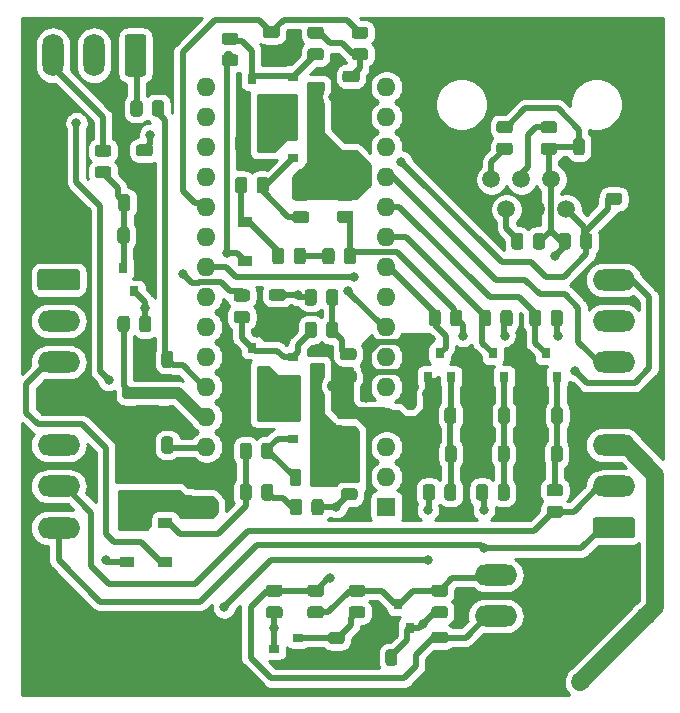
<source format=gbr>
%TF.GenerationSoftware,KiCad,Pcbnew,(5.1.9-0-10_14)*%
%TF.CreationDate,2023-02-10T00:43:38-05:00*%
%TF.ProjectId,LiControl,4c69436f-6e74-4726-9f6c-2e6b69636164,rev?*%
%TF.SameCoordinates,Original*%
%TF.FileFunction,Copper,L2,Bot*%
%TF.FilePolarity,Positive*%
%FSLAX46Y46*%
G04 Gerber Fmt 4.6, Leading zero omitted, Abs format (unit mm)*
G04 Created by KiCad (PCBNEW (5.1.9-0-10_14)) date 2023-02-10 00:43:38*
%MOMM*%
%LPD*%
G01*
G04 APERTURE LIST*
%TA.AperFunction,SMDPad,CuDef*%
%ADD10R,1.200000X0.900000*%
%TD*%
%TA.AperFunction,SMDPad,CuDef*%
%ADD11R,0.900000X0.800000*%
%TD*%
%TA.AperFunction,SMDPad,CuDef*%
%ADD12R,0.800000X0.900000*%
%TD*%
%TA.AperFunction,ComponentPad*%
%ADD13R,1.600000X1.600000*%
%TD*%
%TA.AperFunction,ComponentPad*%
%ADD14O,1.600000X1.600000*%
%TD*%
%TA.AperFunction,ComponentPad*%
%ADD15R,1.500000X1.500000*%
%TD*%
%TA.AperFunction,ComponentPad*%
%ADD16C,1.500000*%
%TD*%
%TA.AperFunction,ComponentPad*%
%ADD17O,3.600000X1.800000*%
%TD*%
%TA.AperFunction,ComponentPad*%
%ADD18O,1.800000X3.600000*%
%TD*%
%TA.AperFunction,ViaPad*%
%ADD19C,0.800000*%
%TD*%
%TA.AperFunction,ViaPad*%
%ADD20C,1.600000*%
%TD*%
%TA.AperFunction,Conductor*%
%ADD21C,0.500000*%
%TD*%
%TA.AperFunction,Conductor*%
%ADD22C,1.000000*%
%TD*%
%TA.AperFunction,Conductor*%
%ADD23C,1.500000*%
%TD*%
%TA.AperFunction,Conductor*%
%ADD24C,0.254000*%
%TD*%
%TA.AperFunction,Conductor*%
%ADD25C,0.100000*%
%TD*%
G04 APERTURE END LIST*
%TO.P,R17,1*%
%TO.N,+5V*%
%TA.AperFunction,SMDPad,CuDef*%
G36*
G01*
X95225000Y-83200001D02*
X95225000Y-82299999D01*
G75*
G02*
X95474999Y-82050000I249999J0D01*
G01*
X96000001Y-82050000D01*
G75*
G02*
X96250000Y-82299999I0J-249999D01*
G01*
X96250000Y-83200001D01*
G75*
G02*
X96000001Y-83450000I-249999J0D01*
G01*
X95474999Y-83450000D01*
G75*
G02*
X95225000Y-83200001I0J249999D01*
G01*
G37*
%TD.AperFunction*%
%TO.P,R17,2*%
%TO.N,/BRAKE_BUFF*%
%TA.AperFunction,SMDPad,CuDef*%
G36*
G01*
X97050000Y-83200001D02*
X97050000Y-82299999D01*
G75*
G02*
X97299999Y-82050000I249999J0D01*
G01*
X97825001Y-82050000D01*
G75*
G02*
X98075000Y-82299999I0J-249999D01*
G01*
X98075000Y-83200001D01*
G75*
G02*
X97825001Y-83450000I-249999J0D01*
G01*
X97299999Y-83450000D01*
G75*
G02*
X97050000Y-83200001I0J249999D01*
G01*
G37*
%TD.AperFunction*%
%TD*%
%TO.P,C9,1*%
%TO.N,/MA1_G1*%
%TA.AperFunction,SMDPad,CuDef*%
G36*
G01*
X111225000Y-74200000D02*
X110275000Y-74200000D01*
G75*
G02*
X110025000Y-73950000I0J250000D01*
G01*
X110025000Y-73450000D01*
G75*
G02*
X110275000Y-73200000I250000J0D01*
G01*
X111225000Y-73200000D01*
G75*
G02*
X111475000Y-73450000I0J-250000D01*
G01*
X111475000Y-73950000D01*
G75*
G02*
X111225000Y-74200000I-250000J0D01*
G01*
G37*
%TD.AperFunction*%
%TO.P,C9,2*%
%TO.N,/MA1_5V_ILIM*%
%TA.AperFunction,SMDPad,CuDef*%
G36*
G01*
X111225000Y-72300000D02*
X110275000Y-72300000D01*
G75*
G02*
X110025000Y-72050000I0J250000D01*
G01*
X110025000Y-71550000D01*
G75*
G02*
X110275000Y-71300000I250000J0D01*
G01*
X111225000Y-71300000D01*
G75*
G02*
X111475000Y-71550000I0J-250000D01*
G01*
X111475000Y-72050000D01*
G75*
G02*
X111225000Y-72300000I-250000J0D01*
G01*
G37*
%TD.AperFunction*%
%TD*%
%TO.P,C12,2*%
%TO.N,/CMD_5V_ILIM*%
%TA.AperFunction,SMDPad,CuDef*%
G36*
G01*
X114275000Y-91700000D02*
X115225000Y-91700000D01*
G75*
G02*
X115475000Y-91950000I0J-250000D01*
G01*
X115475000Y-92450000D01*
G75*
G02*
X115225000Y-92700000I-250000J0D01*
G01*
X114275000Y-92700000D01*
G75*
G02*
X114025000Y-92450000I0J250000D01*
G01*
X114025000Y-91950000D01*
G75*
G02*
X114275000Y-91700000I250000J0D01*
G01*
G37*
%TD.AperFunction*%
%TO.P,C12,1*%
%TO.N,GND*%
%TA.AperFunction,SMDPad,CuDef*%
G36*
G01*
X114275000Y-89800000D02*
X115225000Y-89800000D01*
G75*
G02*
X115475000Y-90050000I0J-250000D01*
G01*
X115475000Y-90550000D01*
G75*
G02*
X115225000Y-90800000I-250000J0D01*
G01*
X114275000Y-90800000D01*
G75*
G02*
X114025000Y-90550000I0J250000D01*
G01*
X114025000Y-90050000D01*
G75*
G02*
X114275000Y-89800000I250000J0D01*
G01*
G37*
%TD.AperFunction*%
%TD*%
%TO.P,C13,1*%
%TO.N,GND*%
%TA.AperFunction,SMDPad,CuDef*%
G36*
G01*
X114375000Y-66300000D02*
X115325000Y-66300000D01*
G75*
G02*
X115575000Y-66550000I0J-250000D01*
G01*
X115575000Y-67050000D01*
G75*
G02*
X115325000Y-67300000I-250000J0D01*
G01*
X114375000Y-67300000D01*
G75*
G02*
X114125000Y-67050000I0J250000D01*
G01*
X114125000Y-66550000D01*
G75*
G02*
X114375000Y-66300000I250000J0D01*
G01*
G37*
%TD.AperFunction*%
%TO.P,C13,2*%
%TO.N,/MA1_5V_ILIM*%
%TA.AperFunction,SMDPad,CuDef*%
G36*
G01*
X114375000Y-68200000D02*
X115325000Y-68200000D01*
G75*
G02*
X115575000Y-68450000I0J-250000D01*
G01*
X115575000Y-68950000D01*
G75*
G02*
X115325000Y-69200000I-250000J0D01*
G01*
X114375000Y-69200000D01*
G75*
G02*
X114125000Y-68950000I0J250000D01*
G01*
X114125000Y-68450000D01*
G75*
G02*
X114375000Y-68200000I250000J0D01*
G01*
G37*
%TD.AperFunction*%
%TD*%
%TO.P,C15,1*%
%TO.N,GND*%
%TA.AperFunction,SMDPad,CuDef*%
G36*
G01*
X115225000Y-87700000D02*
X114275000Y-87700000D01*
G75*
G02*
X114025000Y-87450000I0J250000D01*
G01*
X114025000Y-86950000D01*
G75*
G02*
X114275000Y-86700000I250000J0D01*
G01*
X115225000Y-86700000D01*
G75*
G02*
X115475000Y-86950000I0J-250000D01*
G01*
X115475000Y-87450000D01*
G75*
G02*
X115225000Y-87700000I-250000J0D01*
G01*
G37*
%TD.AperFunction*%
%TO.P,C15,2*%
%TO.N,/CMD_PI*%
%TA.AperFunction,SMDPad,CuDef*%
G36*
G01*
X115225000Y-85800000D02*
X114275000Y-85800000D01*
G75*
G02*
X114025000Y-85550000I0J250000D01*
G01*
X114025000Y-85050000D01*
G75*
G02*
X114275000Y-84800000I250000J0D01*
G01*
X115225000Y-84800000D01*
G75*
G02*
X115475000Y-85050000I0J-250000D01*
G01*
X115475000Y-85550000D01*
G75*
G02*
X115225000Y-85800000I-250000J0D01*
G01*
G37*
%TD.AperFunction*%
%TD*%
%TO.P,C16,2*%
%TO.N,/MA1_PI*%
%TA.AperFunction,SMDPad,CuDef*%
G36*
G01*
X115475000Y-62300000D02*
X114525000Y-62300000D01*
G75*
G02*
X114275000Y-62050000I0J250000D01*
G01*
X114275000Y-61550000D01*
G75*
G02*
X114525000Y-61300000I250000J0D01*
G01*
X115475000Y-61300000D01*
G75*
G02*
X115725000Y-61550000I0J-250000D01*
G01*
X115725000Y-62050000D01*
G75*
G02*
X115475000Y-62300000I-250000J0D01*
G01*
G37*
%TD.AperFunction*%
%TO.P,C16,1*%
%TO.N,GND*%
%TA.AperFunction,SMDPad,CuDef*%
G36*
G01*
X115475000Y-64200000D02*
X114525000Y-64200000D01*
G75*
G02*
X114275000Y-63950000I0J250000D01*
G01*
X114275000Y-63450000D01*
G75*
G02*
X114525000Y-63200000I250000J0D01*
G01*
X115475000Y-63200000D01*
G75*
G02*
X115725000Y-63450000I0J-250000D01*
G01*
X115725000Y-63950000D01*
G75*
G02*
X115475000Y-64200000I-250000J0D01*
G01*
G37*
%TD.AperFunction*%
%TD*%
%TO.P,C19,1*%
%TO.N,GND*%
%TA.AperFunction,SMDPad,CuDef*%
G36*
G01*
X109225000Y-82700000D02*
X108275000Y-82700000D01*
G75*
G02*
X108025000Y-82450000I0J250000D01*
G01*
X108025000Y-81950000D01*
G75*
G02*
X108275000Y-81700000I250000J0D01*
G01*
X109225000Y-81700000D01*
G75*
G02*
X109475000Y-81950000I0J-250000D01*
G01*
X109475000Y-82450000D01*
G75*
G02*
X109225000Y-82700000I-250000J0D01*
G01*
G37*
%TD.AperFunction*%
%TO.P,C19,2*%
%TO.N,/CMDPWR_ADC*%
%TA.AperFunction,SMDPad,CuDef*%
G36*
G01*
X109225000Y-80800000D02*
X108275000Y-80800000D01*
G75*
G02*
X108025000Y-80550000I0J250000D01*
G01*
X108025000Y-80050000D01*
G75*
G02*
X108275000Y-79800000I250000J0D01*
G01*
X109225000Y-79800000D01*
G75*
G02*
X109475000Y-80050000I0J-250000D01*
G01*
X109475000Y-80550000D01*
G75*
G02*
X109225000Y-80800000I-250000J0D01*
G01*
G37*
%TD.AperFunction*%
%TD*%
%TO.P,C20,2*%
%TO.N,/MAMODE1_ADC*%
%TA.AperFunction,SMDPad,CuDef*%
G36*
G01*
X108725000Y-58550000D02*
X107775000Y-58550000D01*
G75*
G02*
X107525000Y-58300000I0J250000D01*
G01*
X107525000Y-57800000D01*
G75*
G02*
X107775000Y-57550000I250000J0D01*
G01*
X108725000Y-57550000D01*
G75*
G02*
X108975000Y-57800000I0J-250000D01*
G01*
X108975000Y-58300000D01*
G75*
G02*
X108725000Y-58550000I-250000J0D01*
G01*
G37*
%TD.AperFunction*%
%TO.P,C20,1*%
%TO.N,GND*%
%TA.AperFunction,SMDPad,CuDef*%
G36*
G01*
X108725000Y-60450000D02*
X107775000Y-60450000D01*
G75*
G02*
X107525000Y-60200000I0J250000D01*
G01*
X107525000Y-59700000D01*
G75*
G02*
X107775000Y-59450000I250000J0D01*
G01*
X108725000Y-59450000D01*
G75*
G02*
X108975000Y-59700000I0J-250000D01*
G01*
X108975000Y-60200000D01*
G75*
G02*
X108725000Y-60450000I-250000J0D01*
G01*
G37*
%TD.AperFunction*%
%TD*%
D10*
%TO.P,D2,1*%
%TO.N,/MAMODE1_ECM*%
X106000000Y-77400000D03*
%TO.P,D2,2*%
%TO.N,/MA1_DIODE*%
X106000000Y-74100000D03*
%TD*%
D11*
%TO.P,Q7,3*%
%TO.N,/CMD_5V_ILIM*%
X112100000Y-91500000D03*
%TO.P,Q7,2*%
%TO.N,/CMD_G2*%
X110100000Y-90550000D03*
%TO.P,Q7,1*%
%TO.N,/CMD_G1*%
X110100000Y-92450000D03*
%TD*%
%TO.P,Q8,3*%
%TO.N,/MA1_5V_ILIM*%
X112100000Y-67750000D03*
%TO.P,Q8,2*%
%TO.N,/MA1_G2*%
X110100000Y-66800000D03*
%TO.P,Q8,1*%
%TO.N,/MA1_G1*%
X110100000Y-68700000D03*
%TD*%
%TO.P,Q9,3*%
%TO.N,/CMD_5V_ILIM*%
X112100000Y-86500000D03*
%TO.P,Q9,2*%
%TO.N,/CMD_PP*%
X110100000Y-85550000D03*
%TO.P,Q9,1*%
%TO.N,/CMD_G2*%
X110100000Y-87450000D03*
%TD*%
D12*
%TO.P,Q10,1*%
%TO.N,/CMD_G2*%
X107550000Y-86750000D03*
%TO.P,Q10,2*%
%TO.N,GND*%
X105650000Y-86750000D03*
%TO.P,Q10,3*%
%TO.N,/CMD_PP*%
X106600000Y-84750000D03*
%TD*%
D11*
%TO.P,Q11,3*%
%TO.N,/MA1_5V_ILIM*%
X112100000Y-62750000D03*
%TO.P,Q11,2*%
%TO.N,/MA1_PP*%
X110100000Y-61800000D03*
%TO.P,Q11,1*%
%TO.N,/MA1_G2*%
X110100000Y-63700000D03*
%TD*%
D12*
%TO.P,Q12,3*%
%TO.N,/MA1_PP*%
X106600000Y-62000000D03*
%TO.P,Q12,2*%
%TO.N,GND*%
X105650000Y-64000000D03*
%TO.P,Q12,1*%
%TO.N,/MA1_G2*%
X107550000Y-64000000D03*
%TD*%
%TO.P,R22,1*%
%TO.N,+5V*%
%TA.AperFunction,SMDPad,CuDef*%
G36*
G01*
X115425000Y-76549999D02*
X115425000Y-77450001D01*
G75*
G02*
X115175001Y-77700000I-249999J0D01*
G01*
X114649999Y-77700000D01*
G75*
G02*
X114400000Y-77450001I0J249999D01*
G01*
X114400000Y-76549999D01*
G75*
G02*
X114649999Y-76300000I249999J0D01*
G01*
X115175001Y-76300000D01*
G75*
G02*
X115425000Y-76549999I0J-249999D01*
G01*
G37*
%TD.AperFunction*%
%TO.P,R22,2*%
%TO.N,/MA1_DIV*%
%TA.AperFunction,SMDPad,CuDef*%
G36*
G01*
X113600000Y-76549999D02*
X113600000Y-77450001D01*
G75*
G02*
X113350001Y-77700000I-249999J0D01*
G01*
X112824999Y-77700000D01*
G75*
G02*
X112575000Y-77450001I0J249999D01*
G01*
X112575000Y-76549999D01*
G75*
G02*
X112824999Y-76300000I249999J0D01*
G01*
X113350001Y-76300000D01*
G75*
G02*
X113600000Y-76549999I0J-249999D01*
G01*
G37*
%TD.AperFunction*%
%TD*%
%TO.P,R23,2*%
%TO.N,/MA1_DIODE*%
%TA.AperFunction,SMDPad,CuDef*%
G36*
G01*
X109350000Y-76549999D02*
X109350000Y-77450001D01*
G75*
G02*
X109100001Y-77700000I-249999J0D01*
G01*
X108574999Y-77700000D01*
G75*
G02*
X108325000Y-77450001I0J249999D01*
G01*
X108325000Y-76549999D01*
G75*
G02*
X108574999Y-76300000I249999J0D01*
G01*
X109100001Y-76300000D01*
G75*
G02*
X109350000Y-76549999I0J-249999D01*
G01*
G37*
%TD.AperFunction*%
%TO.P,R23,1*%
%TO.N,/MA1_DIV*%
%TA.AperFunction,SMDPad,CuDef*%
G36*
G01*
X111175000Y-76549999D02*
X111175000Y-77450001D01*
G75*
G02*
X110925001Y-77700000I-249999J0D01*
G01*
X110399999Y-77700000D01*
G75*
G02*
X110150000Y-77450001I0J249999D01*
G01*
X110150000Y-76549999D01*
G75*
G02*
X110399999Y-76300000I249999J0D01*
G01*
X110925001Y-76300000D01*
G75*
G02*
X111175000Y-76549999I0J-249999D01*
G01*
G37*
%TD.AperFunction*%
%TD*%
%TO.P,R25,2*%
%TO.N,/MA1_G1*%
%TA.AperFunction,SMDPad,CuDef*%
G36*
G01*
X107000000Y-71450001D02*
X107000000Y-70549999D01*
G75*
G02*
X107249999Y-70300000I249999J0D01*
G01*
X107775001Y-70300000D01*
G75*
G02*
X108025000Y-70549999I0J-249999D01*
G01*
X108025000Y-71450001D01*
G75*
G02*
X107775001Y-71700000I-249999J0D01*
G01*
X107249999Y-71700000D01*
G75*
G02*
X107000000Y-71450001I0J249999D01*
G01*
G37*
%TD.AperFunction*%
%TO.P,R25,1*%
%TO.N,/MA1_DIODE*%
%TA.AperFunction,SMDPad,CuDef*%
G36*
G01*
X105175000Y-71450001D02*
X105175000Y-70549999D01*
G75*
G02*
X105424999Y-70300000I249999J0D01*
G01*
X105950001Y-70300000D01*
G75*
G02*
X106200000Y-70549999I0J-249999D01*
G01*
X106200000Y-71450001D01*
G75*
G02*
X105950001Y-71700000I-249999J0D01*
G01*
X105424999Y-71700000D01*
G75*
G02*
X105175000Y-71450001I0J249999D01*
G01*
G37*
%TD.AperFunction*%
%TD*%
%TO.P,R26,1*%
%TO.N,/CMD_G2*%
%TA.AperFunction,SMDPad,CuDef*%
G36*
G01*
X108025000Y-89549999D02*
X108025000Y-90450001D01*
G75*
G02*
X107775001Y-90700000I-249999J0D01*
G01*
X107249999Y-90700000D01*
G75*
G02*
X107000000Y-90450001I0J249999D01*
G01*
X107000000Y-89549999D01*
G75*
G02*
X107249999Y-89300000I249999J0D01*
G01*
X107775001Y-89300000D01*
G75*
G02*
X108025000Y-89549999I0J-249999D01*
G01*
G37*
%TD.AperFunction*%
%TO.P,R26,2*%
%TO.N,GND*%
%TA.AperFunction,SMDPad,CuDef*%
G36*
G01*
X106200000Y-89549999D02*
X106200000Y-90450001D01*
G75*
G02*
X105950001Y-90700000I-249999J0D01*
G01*
X105424999Y-90700000D01*
G75*
G02*
X105175000Y-90450001I0J249999D01*
G01*
X105175000Y-89549999D01*
G75*
G02*
X105424999Y-89300000I249999J0D01*
G01*
X105950001Y-89300000D01*
G75*
G02*
X106200000Y-89549999I0J-249999D01*
G01*
G37*
%TD.AperFunction*%
%TD*%
%TO.P,R27,1*%
%TO.N,/MA1_G2*%
%TA.AperFunction,SMDPad,CuDef*%
G36*
G01*
X108025000Y-67049999D02*
X108025000Y-67950001D01*
G75*
G02*
X107775001Y-68200000I-249999J0D01*
G01*
X107249999Y-68200000D01*
G75*
G02*
X107000000Y-67950001I0J249999D01*
G01*
X107000000Y-67049999D01*
G75*
G02*
X107249999Y-66800000I249999J0D01*
G01*
X107775001Y-66800000D01*
G75*
G02*
X108025000Y-67049999I0J-249999D01*
G01*
G37*
%TD.AperFunction*%
%TO.P,R27,2*%
%TO.N,GND*%
%TA.AperFunction,SMDPad,CuDef*%
G36*
G01*
X106200000Y-67049999D02*
X106200000Y-67950001D01*
G75*
G02*
X105950001Y-68200000I-249999J0D01*
G01*
X105424999Y-68200000D01*
G75*
G02*
X105175000Y-67950001I0J249999D01*
G01*
X105175000Y-67049999D01*
G75*
G02*
X105424999Y-66800000I249999J0D01*
G01*
X105950001Y-66800000D01*
G75*
G02*
X106200000Y-67049999I0J-249999D01*
G01*
G37*
%TD.AperFunction*%
%TD*%
%TO.P,R28,2*%
%TO.N,/CMD_PP*%
%TA.AperFunction,SMDPad,CuDef*%
G36*
G01*
X105299999Y-81650000D02*
X106200001Y-81650000D01*
G75*
G02*
X106450000Y-81899999I0J-249999D01*
G01*
X106450000Y-82425001D01*
G75*
G02*
X106200001Y-82675000I-249999J0D01*
G01*
X105299999Y-82675000D01*
G75*
G02*
X105050000Y-82425001I0J249999D01*
G01*
X105050000Y-81899999D01*
G75*
G02*
X105299999Y-81650000I249999J0D01*
G01*
G37*
%TD.AperFunction*%
%TO.P,R28,1*%
%TO.N,/CMDPWR_ECM*%
%TA.AperFunction,SMDPad,CuDef*%
G36*
G01*
X105299999Y-79825000D02*
X106200001Y-79825000D01*
G75*
G02*
X106450000Y-80074999I0J-249999D01*
G01*
X106450000Y-80600001D01*
G75*
G02*
X106200001Y-80850000I-249999J0D01*
G01*
X105299999Y-80850000D01*
G75*
G02*
X105050000Y-80600001I0J249999D01*
G01*
X105050000Y-80074999D01*
G75*
G02*
X105299999Y-79825000I249999J0D01*
G01*
G37*
%TD.AperFunction*%
%TD*%
%TO.P,R29,1*%
%TO.N,/MAMODE1_ECM*%
%TA.AperFunction,SMDPad,CuDef*%
G36*
G01*
X105200001Y-60925000D02*
X104299999Y-60925000D01*
G75*
G02*
X104050000Y-60675001I0J249999D01*
G01*
X104050000Y-60149999D01*
G75*
G02*
X104299999Y-59900000I249999J0D01*
G01*
X105200001Y-59900000D01*
G75*
G02*
X105450000Y-60149999I0J-249999D01*
G01*
X105450000Y-60675001D01*
G75*
G02*
X105200001Y-60925000I-249999J0D01*
G01*
G37*
%TD.AperFunction*%
%TO.P,R29,2*%
%TO.N,/MA1_PP*%
%TA.AperFunction,SMDPad,CuDef*%
G36*
G01*
X105200001Y-59100000D02*
X104299999Y-59100000D01*
G75*
G02*
X104050000Y-58850001I0J249999D01*
G01*
X104050000Y-58324999D01*
G75*
G02*
X104299999Y-58075000I249999J0D01*
G01*
X105200001Y-58075000D01*
G75*
G02*
X105450000Y-58324999I0J-249999D01*
G01*
X105450000Y-58850001D01*
G75*
G02*
X105200001Y-59100000I-249999J0D01*
G01*
G37*
%TD.AperFunction*%
%TD*%
%TO.P,R31,1*%
%TO.N,+5V*%
%TA.AperFunction,SMDPad,CuDef*%
G36*
G01*
X114950001Y-74175000D02*
X114049999Y-74175000D01*
G75*
G02*
X113800000Y-73925001I0J249999D01*
G01*
X113800000Y-73399999D01*
G75*
G02*
X114049999Y-73150000I249999J0D01*
G01*
X114950001Y-73150000D01*
G75*
G02*
X115200000Y-73399999I0J-249999D01*
G01*
X115200000Y-73925001D01*
G75*
G02*
X114950001Y-74175000I-249999J0D01*
G01*
G37*
%TD.AperFunction*%
%TO.P,R31,2*%
%TO.N,/MA1_5V_ILIM*%
%TA.AperFunction,SMDPad,CuDef*%
G36*
G01*
X114950001Y-72350000D02*
X114049999Y-72350000D01*
G75*
G02*
X113800000Y-72100001I0J249999D01*
G01*
X113800000Y-71574999D01*
G75*
G02*
X114049999Y-71325000I249999J0D01*
G01*
X114950001Y-71325000D01*
G75*
G02*
X115200000Y-71574999I0J-249999D01*
G01*
X115200000Y-72100001D01*
G75*
G02*
X114950001Y-72350000I-249999J0D01*
G01*
G37*
%TD.AperFunction*%
%TD*%
%TO.P,R32,2*%
%TO.N,/CMD_PI*%
%TA.AperFunction,SMDPad,CuDef*%
G36*
G01*
X112900000Y-83700001D02*
X112900000Y-82799999D01*
G75*
G02*
X113149999Y-82550000I249999J0D01*
G01*
X113675001Y-82550000D01*
G75*
G02*
X113925000Y-82799999I0J-249999D01*
G01*
X113925000Y-83700001D01*
G75*
G02*
X113675001Y-83950000I-249999J0D01*
G01*
X113149999Y-83950000D01*
G75*
G02*
X112900000Y-83700001I0J249999D01*
G01*
G37*
%TD.AperFunction*%
%TO.P,R32,1*%
%TO.N,/CMD_PP*%
%TA.AperFunction,SMDPad,CuDef*%
G36*
G01*
X111075000Y-83700001D02*
X111075000Y-82799999D01*
G75*
G02*
X111324999Y-82550000I249999J0D01*
G01*
X111850001Y-82550000D01*
G75*
G02*
X112100000Y-82799999I0J-249999D01*
G01*
X112100000Y-83700001D01*
G75*
G02*
X111850001Y-83950000I-249999J0D01*
G01*
X111324999Y-83950000D01*
G75*
G02*
X111075000Y-83700001I0J249999D01*
G01*
G37*
%TD.AperFunction*%
%TD*%
%TO.P,R33,2*%
%TO.N,/MA1_PI*%
%TA.AperFunction,SMDPad,CuDef*%
G36*
G01*
X112450001Y-58600000D02*
X111549999Y-58600000D01*
G75*
G02*
X111300000Y-58350001I0J249999D01*
G01*
X111300000Y-57824999D01*
G75*
G02*
X111549999Y-57575000I249999J0D01*
G01*
X112450001Y-57575000D01*
G75*
G02*
X112700000Y-57824999I0J-249999D01*
G01*
X112700000Y-58350001D01*
G75*
G02*
X112450001Y-58600000I-249999J0D01*
G01*
G37*
%TD.AperFunction*%
%TO.P,R33,1*%
%TO.N,/MA1_PP*%
%TA.AperFunction,SMDPad,CuDef*%
G36*
G01*
X112450001Y-60425000D02*
X111549999Y-60425000D01*
G75*
G02*
X111300000Y-60175001I0J249999D01*
G01*
X111300000Y-59649999D01*
G75*
G02*
X111549999Y-59400000I249999J0D01*
G01*
X112450001Y-59400000D01*
G75*
G02*
X112700000Y-59649999I0J-249999D01*
G01*
X112700000Y-60175001D01*
G75*
G02*
X112450001Y-60425000I-249999J0D01*
G01*
G37*
%TD.AperFunction*%
%TD*%
%TO.P,R34,1*%
%TO.N,/CMD_PI*%
%TA.AperFunction,SMDPad,CuDef*%
G36*
G01*
X113925000Y-80049999D02*
X113925000Y-80950001D01*
G75*
G02*
X113675001Y-81200000I-249999J0D01*
G01*
X113149999Y-81200000D01*
G75*
G02*
X112900000Y-80950001I0J249999D01*
G01*
X112900000Y-80049999D01*
G75*
G02*
X113149999Y-79800000I249999J0D01*
G01*
X113675001Y-79800000D01*
G75*
G02*
X113925000Y-80049999I0J-249999D01*
G01*
G37*
%TD.AperFunction*%
%TO.P,R34,2*%
%TO.N,/CMDPWR_ADC*%
%TA.AperFunction,SMDPad,CuDef*%
G36*
G01*
X112100000Y-80049999D02*
X112100000Y-80950001D01*
G75*
G02*
X111850001Y-81200000I-249999J0D01*
G01*
X111324999Y-81200000D01*
G75*
G02*
X111075000Y-80950001I0J249999D01*
G01*
X111075000Y-80049999D01*
G75*
G02*
X111324999Y-79800000I249999J0D01*
G01*
X111850001Y-79800000D01*
G75*
G02*
X112100000Y-80049999I0J-249999D01*
G01*
G37*
%TD.AperFunction*%
%TD*%
%TO.P,R35,1*%
%TO.N,/MA1_PI*%
%TA.AperFunction,SMDPad,CuDef*%
G36*
G01*
X116200001Y-60425000D02*
X115299999Y-60425000D01*
G75*
G02*
X115050000Y-60175001I0J249999D01*
G01*
X115050000Y-59649999D01*
G75*
G02*
X115299999Y-59400000I249999J0D01*
G01*
X116200001Y-59400000D01*
G75*
G02*
X116450000Y-59649999I0J-249999D01*
G01*
X116450000Y-60175001D01*
G75*
G02*
X116200001Y-60425000I-249999J0D01*
G01*
G37*
%TD.AperFunction*%
%TO.P,R35,2*%
%TO.N,/MAMODE1_ADC*%
%TA.AperFunction,SMDPad,CuDef*%
G36*
G01*
X116200001Y-58600000D02*
X115299999Y-58600000D01*
G75*
G02*
X115050000Y-58350001I0J249999D01*
G01*
X115050000Y-57824999D01*
G75*
G02*
X115299999Y-57575000I249999J0D01*
G01*
X116200001Y-57575000D01*
G75*
G02*
X116450000Y-57824999I0J-249999D01*
G01*
X116450000Y-58350001D01*
G75*
G02*
X116200001Y-58600000I-249999J0D01*
G01*
G37*
%TD.AperFunction*%
%TD*%
D13*
%TO.P,A1,1*%
%TO.N,N/C*%
X118000000Y-98250000D03*
D14*
%TO.P,A1,17*%
X102760000Y-65230000D03*
%TO.P,A1,2*%
X118000000Y-95710000D03*
%TO.P,A1,18*%
%TO.N,/AREF*%
X102760000Y-67770000D03*
%TO.P,A1,3*%
%TO.N,N/C*%
X118000000Y-93170000D03*
%TO.P,A1,19*%
%TO.N,/POTENTIOMETER*%
X102760000Y-70310000D03*
%TO.P,A1,4*%
%TO.N,GND*%
X118000000Y-90630000D03*
%TO.P,A1,20*%
%TO.N,/MAMODE1_ADC*%
X102760000Y-72850000D03*
%TO.P,A1,5*%
%TO.N,/MAMODE2_MCM*%
X118000000Y-88090000D03*
%TO.P,A1,21*%
%TO.N,/CMDPWR_ADC*%
X102760000Y-75390000D03*
%TO.P,A1,6*%
%TO.N,/MAMODE1_MCM*%
X118000000Y-85550000D03*
%TO.P,A1,22*%
%TO.N,/BUTTON*%
X102760000Y-77930000D03*
%TO.P,A1,7*%
%TO.N,/MAMODE2_ECM*%
X118000000Y-83010000D03*
%TO.P,A1,23*%
%TO.N,/MODE_SEL1*%
X102760000Y-80470000D03*
%TO.P,A1,8*%
%TO.N,/BRAKE_BUFF*%
X118000000Y-80470000D03*
%TO.P,A1,24*%
%TO.N,/MODE_SEL2*%
X102760000Y-83010000D03*
%TO.P,A1,9*%
%TO.N,/CLUTCH_BUFF*%
X118000000Y-77930000D03*
%TO.P,A1,25*%
%TO.N,/GPIO*%
X102760000Y-85550000D03*
%TO.P,A1,10*%
%TO.N,/VSS_PCINT2*%
X118000000Y-75390000D03*
%TO.P,A1,26*%
%TO.N,/THROTTLE*%
X102760000Y-88090000D03*
%TO.P,A1,11*%
%TO.N,/NEP_PCINT0*%
X118000000Y-72850000D03*
%TO.P,A1,27*%
%TO.N,+5V*%
X102760000Y-90630000D03*
%TO.P,A1,12*%
%TO.N,/CMDPWR_MCM*%
X118000000Y-70310000D03*
%TO.P,A1,28*%
%TO.N,/RESETn*%
X102760000Y-93170000D03*
%TO.P,A1,13*%
%TO.N,N/C*%
X118000000Y-67770000D03*
%TO.P,A1,29*%
%TO.N,GND*%
X102760000Y-95710000D03*
%TO.P,A1,14*%
%TO.N,N/C*%
X118000000Y-65230000D03*
%TO.P,A1,30*%
%TO.N,/12V_VIN*%
X102760000Y-98250000D03*
%TO.P,A1,15*%
%TO.N,N/C*%
X118000000Y-62690000D03*
%TO.P,A1,16*%
X102760000Y-62690000D03*
%TD*%
%TO.P,C1,1*%
%TO.N,GND*%
%TA.AperFunction,SMDPad,CuDef*%
G36*
G01*
X122975000Y-111700000D02*
X122025000Y-111700000D01*
G75*
G02*
X121775000Y-111450000I0J250000D01*
G01*
X121775000Y-110950000D01*
G75*
G02*
X122025000Y-110700000I250000J0D01*
G01*
X122975000Y-110700000D01*
G75*
G02*
X123225000Y-110950000I0J-250000D01*
G01*
X123225000Y-111450000D01*
G75*
G02*
X122975000Y-111700000I-250000J0D01*
G01*
G37*
%TD.AperFunction*%
%TO.P,C1,2*%
%TO.N,+5V*%
%TA.AperFunction,SMDPad,CuDef*%
G36*
G01*
X122975000Y-109800000D02*
X122025000Y-109800000D01*
G75*
G02*
X121775000Y-109550000I0J250000D01*
G01*
X121775000Y-109050000D01*
G75*
G02*
X122025000Y-108800000I250000J0D01*
G01*
X122975000Y-108800000D01*
G75*
G02*
X123225000Y-109050000I0J-250000D01*
G01*
X123225000Y-109550000D01*
G75*
G02*
X122975000Y-109800000I-250000J0D01*
G01*
G37*
%TD.AperFunction*%
%TD*%
%TO.P,C2,1*%
%TO.N,GND*%
%TA.AperFunction,SMDPad,CuDef*%
G36*
G01*
X125550000Y-90975000D02*
X125550000Y-90025000D01*
G75*
G02*
X125800000Y-89775000I250000J0D01*
G01*
X126300000Y-89775000D01*
G75*
G02*
X126550000Y-90025000I0J-250000D01*
G01*
X126550000Y-90975000D01*
G75*
G02*
X126300000Y-91225000I-250000J0D01*
G01*
X125800000Y-91225000D01*
G75*
G02*
X125550000Y-90975000I0J250000D01*
G01*
G37*
%TD.AperFunction*%
%TO.P,C2,2*%
%TO.N,/VSS_FILT*%
%TA.AperFunction,SMDPad,CuDef*%
G36*
G01*
X127450000Y-90975000D02*
X127450000Y-90025000D01*
G75*
G02*
X127700000Y-89775000I250000J0D01*
G01*
X128200000Y-89775000D01*
G75*
G02*
X128450000Y-90025000I0J-250000D01*
G01*
X128450000Y-90975000D01*
G75*
G02*
X128200000Y-91225000I-250000J0D01*
G01*
X127700000Y-91225000D01*
G75*
G02*
X127450000Y-90975000I0J250000D01*
G01*
G37*
%TD.AperFunction*%
%TD*%
%TO.P,C3,1*%
%TO.N,GND*%
%TA.AperFunction,SMDPad,CuDef*%
G36*
G01*
X97050000Y-86225000D02*
X97050000Y-85275000D01*
G75*
G02*
X97300000Y-85025000I250000J0D01*
G01*
X97800000Y-85025000D01*
G75*
G02*
X98050000Y-85275000I0J-250000D01*
G01*
X98050000Y-86225000D01*
G75*
G02*
X97800000Y-86475000I-250000J0D01*
G01*
X97300000Y-86475000D01*
G75*
G02*
X97050000Y-86225000I0J250000D01*
G01*
G37*
%TD.AperFunction*%
%TO.P,C3,2*%
%TO.N,/THROTTLE*%
%TA.AperFunction,SMDPad,CuDef*%
G36*
G01*
X98950000Y-86225000D02*
X98950000Y-85275000D01*
G75*
G02*
X99200000Y-85025000I250000J0D01*
G01*
X99700000Y-85025000D01*
G75*
G02*
X99950000Y-85275000I0J-250000D01*
G01*
X99950000Y-86225000D01*
G75*
G02*
X99700000Y-86475000I-250000J0D01*
G01*
X99200000Y-86475000D01*
G75*
G02*
X98950000Y-86225000I0J250000D01*
G01*
G37*
%TD.AperFunction*%
%TD*%
%TO.P,C4,1*%
%TO.N,GND*%
%TA.AperFunction,SMDPad,CuDef*%
G36*
G01*
X130050000Y-90975000D02*
X130050000Y-90025000D01*
G75*
G02*
X130300000Y-89775000I250000J0D01*
G01*
X130800000Y-89775000D01*
G75*
G02*
X131050000Y-90025000I0J-250000D01*
G01*
X131050000Y-90975000D01*
G75*
G02*
X130800000Y-91225000I-250000J0D01*
G01*
X130300000Y-91225000D01*
G75*
G02*
X130050000Y-90975000I0J250000D01*
G01*
G37*
%TD.AperFunction*%
%TO.P,C4,2*%
%TO.N,/NEP_FILT*%
%TA.AperFunction,SMDPad,CuDef*%
G36*
G01*
X131950000Y-90975000D02*
X131950000Y-90025000D01*
G75*
G02*
X132200000Y-89775000I250000J0D01*
G01*
X132700000Y-89775000D01*
G75*
G02*
X132950000Y-90025000I0J-250000D01*
G01*
X132950000Y-90975000D01*
G75*
G02*
X132700000Y-91225000I-250000J0D01*
G01*
X132200000Y-91225000D01*
G75*
G02*
X131950000Y-90975000I0J250000D01*
G01*
G37*
%TD.AperFunction*%
%TD*%
%TO.P,C5,2*%
%TO.N,/BRAKE_FILT*%
%TA.AperFunction,SMDPad,CuDef*%
G36*
G01*
X96300000Y-72025000D02*
X96300000Y-72975000D01*
G75*
G02*
X96050000Y-73225000I-250000J0D01*
G01*
X95550000Y-73225000D01*
G75*
G02*
X95300000Y-72975000I0J250000D01*
G01*
X95300000Y-72025000D01*
G75*
G02*
X95550000Y-71775000I250000J0D01*
G01*
X96050000Y-71775000D01*
G75*
G02*
X96300000Y-72025000I0J-250000D01*
G01*
G37*
%TD.AperFunction*%
%TO.P,C5,1*%
%TO.N,GND*%
%TA.AperFunction,SMDPad,CuDef*%
G36*
G01*
X98200000Y-72025000D02*
X98200000Y-72975000D01*
G75*
G02*
X97950000Y-73225000I-250000J0D01*
G01*
X97450000Y-73225000D01*
G75*
G02*
X97200000Y-72975000I0J250000D01*
G01*
X97200000Y-72025000D01*
G75*
G02*
X97450000Y-71775000I250000J0D01*
G01*
X97950000Y-71775000D01*
G75*
G02*
X98200000Y-72025000I0J-250000D01*
G01*
G37*
%TD.AperFunction*%
%TD*%
%TO.P,C6,2*%
%TO.N,/CLUTCH_FILT*%
%TA.AperFunction,SMDPad,CuDef*%
G36*
G01*
X122950000Y-94225000D02*
X122950000Y-93275000D01*
G75*
G02*
X123200000Y-93025000I250000J0D01*
G01*
X123700000Y-93025000D01*
G75*
G02*
X123950000Y-93275000I0J-250000D01*
G01*
X123950000Y-94225000D01*
G75*
G02*
X123700000Y-94475000I-250000J0D01*
G01*
X123200000Y-94475000D01*
G75*
G02*
X122950000Y-94225000I0J250000D01*
G01*
G37*
%TD.AperFunction*%
%TO.P,C6,1*%
%TO.N,GND*%
%TA.AperFunction,SMDPad,CuDef*%
G36*
G01*
X121050000Y-94225000D02*
X121050000Y-93275000D01*
G75*
G02*
X121300000Y-93025000I250000J0D01*
G01*
X121800000Y-93025000D01*
G75*
G02*
X122050000Y-93275000I0J-250000D01*
G01*
X122050000Y-94225000D01*
G75*
G02*
X121800000Y-94475000I-250000J0D01*
G01*
X121300000Y-94475000D01*
G75*
G02*
X121050000Y-94225000I0J250000D01*
G01*
G37*
%TD.AperFunction*%
%TD*%
%TO.P,C7,1*%
%TO.N,/12V_VIN*%
%TA.AperFunction,SMDPad,CuDef*%
G36*
G01*
X99625000Y-97950000D02*
X98675000Y-97950000D01*
G75*
G02*
X98425000Y-97700000I0J250000D01*
G01*
X98425000Y-97200000D01*
G75*
G02*
X98675000Y-96950000I250000J0D01*
G01*
X99625000Y-96950000D01*
G75*
G02*
X99875000Y-97200000I0J-250000D01*
G01*
X99875000Y-97700000D01*
G75*
G02*
X99625000Y-97950000I-250000J0D01*
G01*
G37*
%TD.AperFunction*%
%TO.P,C7,2*%
%TO.N,GND*%
%TA.AperFunction,SMDPad,CuDef*%
G36*
G01*
X99625000Y-96050000D02*
X98675000Y-96050000D01*
G75*
G02*
X98425000Y-95800000I0J250000D01*
G01*
X98425000Y-95300000D01*
G75*
G02*
X98675000Y-95050000I250000J0D01*
G01*
X99625000Y-95050000D01*
G75*
G02*
X99875000Y-95300000I0J-250000D01*
G01*
X99875000Y-95800000D01*
G75*
G02*
X99625000Y-96050000I-250000J0D01*
G01*
G37*
%TD.AperFunction*%
%TD*%
%TO.P,C8,2*%
%TO.N,/CMD_5V_ILIM*%
%TA.AperFunction,SMDPad,CuDef*%
G36*
G01*
X111700000Y-96225000D02*
X111700000Y-95275000D01*
G75*
G02*
X111950000Y-95025000I250000J0D01*
G01*
X112450000Y-95025000D01*
G75*
G02*
X112700000Y-95275000I0J-250000D01*
G01*
X112700000Y-96225000D01*
G75*
G02*
X112450000Y-96475000I-250000J0D01*
G01*
X111950000Y-96475000D01*
G75*
G02*
X111700000Y-96225000I0J250000D01*
G01*
G37*
%TD.AperFunction*%
%TO.P,C8,1*%
%TO.N,/CMD_G1*%
%TA.AperFunction,SMDPad,CuDef*%
G36*
G01*
X109800000Y-96225000D02*
X109800000Y-95275000D01*
G75*
G02*
X110050000Y-95025000I250000J0D01*
G01*
X110550000Y-95025000D01*
G75*
G02*
X110800000Y-95275000I0J-250000D01*
G01*
X110800000Y-96225000D01*
G75*
G02*
X110550000Y-96475000I-250000J0D01*
G01*
X110050000Y-96475000D01*
G75*
G02*
X109800000Y-96225000I0J250000D01*
G01*
G37*
%TD.AperFunction*%
%TD*%
%TO.P,C10,2*%
%TO.N,GND*%
%TA.AperFunction,SMDPad,CuDef*%
G36*
G01*
X96825000Y-96050000D02*
X95875000Y-96050000D01*
G75*
G02*
X95625000Y-95800000I0J250000D01*
G01*
X95625000Y-95300000D01*
G75*
G02*
X95875000Y-95050000I250000J0D01*
G01*
X96825000Y-95050000D01*
G75*
G02*
X97075000Y-95300000I0J-250000D01*
G01*
X97075000Y-95800000D01*
G75*
G02*
X96825000Y-96050000I-250000J0D01*
G01*
G37*
%TD.AperFunction*%
%TO.P,C10,1*%
%TO.N,/12V_VIN*%
%TA.AperFunction,SMDPad,CuDef*%
G36*
G01*
X96825000Y-97950000D02*
X95875000Y-97950000D01*
G75*
G02*
X95625000Y-97700000I0J250000D01*
G01*
X95625000Y-97200000D01*
G75*
G02*
X95875000Y-96950000I250000J0D01*
G01*
X96825000Y-96950000D01*
G75*
G02*
X97075000Y-97200000I0J-250000D01*
G01*
X97075000Y-97700000D01*
G75*
G02*
X96825000Y-97950000I-250000J0D01*
G01*
G37*
%TD.AperFunction*%
%TD*%
%TO.P,C11,1*%
%TO.N,/RESETn*%
%TA.AperFunction,SMDPad,CuDef*%
G36*
G01*
X99950000Y-92525000D02*
X99950000Y-93475000D01*
G75*
G02*
X99700000Y-93725000I-250000J0D01*
G01*
X99200000Y-93725000D01*
G75*
G02*
X98950000Y-93475000I0J250000D01*
G01*
X98950000Y-92525000D01*
G75*
G02*
X99200000Y-92275000I250000J0D01*
G01*
X99700000Y-92275000D01*
G75*
G02*
X99950000Y-92525000I0J-250000D01*
G01*
G37*
%TD.AperFunction*%
%TO.P,C11,2*%
%TO.N,GND*%
%TA.AperFunction,SMDPad,CuDef*%
G36*
G01*
X98050000Y-92525000D02*
X98050000Y-93475000D01*
G75*
G02*
X97800000Y-93725000I-250000J0D01*
G01*
X97300000Y-93725000D01*
G75*
G02*
X97050000Y-93475000I0J250000D01*
G01*
X97050000Y-92525000D01*
G75*
G02*
X97300000Y-92275000I250000J0D01*
G01*
X97800000Y-92275000D01*
G75*
G02*
X98050000Y-92525000I0J-250000D01*
G01*
G37*
%TD.AperFunction*%
%TD*%
%TO.P,C14,2*%
%TO.N,GND*%
%TA.AperFunction,SMDPad,CuDef*%
G36*
G01*
X95875000Y-90000000D02*
X96825000Y-90000000D01*
G75*
G02*
X97075000Y-90250000I0J-250000D01*
G01*
X97075000Y-90750000D01*
G75*
G02*
X96825000Y-91000000I-250000J0D01*
G01*
X95875000Y-91000000D01*
G75*
G02*
X95625000Y-90750000I0J250000D01*
G01*
X95625000Y-90250000D01*
G75*
G02*
X95875000Y-90000000I250000J0D01*
G01*
G37*
%TD.AperFunction*%
%TO.P,C14,1*%
%TO.N,+5V*%
%TA.AperFunction,SMDPad,CuDef*%
G36*
G01*
X95875000Y-88100000D02*
X96825000Y-88100000D01*
G75*
G02*
X97075000Y-88350000I0J-250000D01*
G01*
X97075000Y-88850000D01*
G75*
G02*
X96825000Y-89100000I-250000J0D01*
G01*
X95875000Y-89100000D01*
G75*
G02*
X95625000Y-88850000I0J250000D01*
G01*
X95625000Y-88350000D01*
G75*
G02*
X95875000Y-88100000I250000J0D01*
G01*
G37*
%TD.AperFunction*%
%TD*%
%TO.P,C17,2*%
%TO.N,GND*%
%TA.AperFunction,SMDPad,CuDef*%
G36*
G01*
X97025000Y-69450000D02*
X97975000Y-69450000D01*
G75*
G02*
X98225000Y-69700000I0J-250000D01*
G01*
X98225000Y-70200000D01*
G75*
G02*
X97975000Y-70450000I-250000J0D01*
G01*
X97025000Y-70450000D01*
G75*
G02*
X96775000Y-70200000I0J250000D01*
G01*
X96775000Y-69700000D01*
G75*
G02*
X97025000Y-69450000I250000J0D01*
G01*
G37*
%TD.AperFunction*%
%TO.P,C17,1*%
%TO.N,/AREF*%
%TA.AperFunction,SMDPad,CuDef*%
G36*
G01*
X97025000Y-67550000D02*
X97975000Y-67550000D01*
G75*
G02*
X98225000Y-67800000I0J-250000D01*
G01*
X98225000Y-68300000D01*
G75*
G02*
X97975000Y-68550000I-250000J0D01*
G01*
X97025000Y-68550000D01*
G75*
G02*
X96775000Y-68300000I0J250000D01*
G01*
X96775000Y-67800000D01*
G75*
G02*
X97025000Y-67550000I250000J0D01*
G01*
G37*
%TD.AperFunction*%
%TD*%
%TO.P,C18,2*%
%TO.N,GND*%
%TA.AperFunction,SMDPad,CuDef*%
G36*
G01*
X98675000Y-90000000D02*
X99625000Y-90000000D01*
G75*
G02*
X99875000Y-90250000I0J-250000D01*
G01*
X99875000Y-90750000D01*
G75*
G02*
X99625000Y-91000000I-250000J0D01*
G01*
X98675000Y-91000000D01*
G75*
G02*
X98425000Y-90750000I0J250000D01*
G01*
X98425000Y-90250000D01*
G75*
G02*
X98675000Y-90000000I250000J0D01*
G01*
G37*
%TD.AperFunction*%
%TO.P,C18,1*%
%TO.N,+5V*%
%TA.AperFunction,SMDPad,CuDef*%
G36*
G01*
X98675000Y-88100000D02*
X99625000Y-88100000D01*
G75*
G02*
X99875000Y-88350000I0J-250000D01*
G01*
X99875000Y-88850000D01*
G75*
G02*
X99625000Y-89100000I-250000J0D01*
G01*
X98675000Y-89100000D01*
G75*
G02*
X98425000Y-88850000I0J250000D01*
G01*
X98425000Y-88350000D01*
G75*
G02*
X98675000Y-88100000I250000J0D01*
G01*
G37*
%TD.AperFunction*%
%TD*%
%TO.P,C21,1*%
%TO.N,GND*%
%TA.AperFunction,SMDPad,CuDef*%
G36*
G01*
X136700000Y-67275000D02*
X136700000Y-68225000D01*
G75*
G02*
X136450000Y-68475000I-250000J0D01*
G01*
X135950000Y-68475000D01*
G75*
G02*
X135700000Y-68225000I0J250000D01*
G01*
X135700000Y-67275000D01*
G75*
G02*
X135950000Y-67025000I250000J0D01*
G01*
X136450000Y-67025000D01*
G75*
G02*
X136700000Y-67275000I0J-250000D01*
G01*
G37*
%TD.AperFunction*%
%TO.P,C21,2*%
%TO.N,+5V*%
%TA.AperFunction,SMDPad,CuDef*%
G36*
G01*
X134800000Y-67275000D02*
X134800000Y-68225000D01*
G75*
G02*
X134550000Y-68475000I-250000J0D01*
G01*
X134050000Y-68475000D01*
G75*
G02*
X133800000Y-68225000I0J250000D01*
G01*
X133800000Y-67275000D01*
G75*
G02*
X134050000Y-67025000I250000J0D01*
G01*
X134550000Y-67025000D01*
G75*
G02*
X134800000Y-67275000I0J-250000D01*
G01*
G37*
%TD.AperFunction*%
%TD*%
D10*
%TO.P,D1,1*%
%TO.N,/CMDPWR_ECM*%
X99250000Y-102900000D03*
%TO.P,D1,2*%
%TO.N,/CMD_DIODE*%
X99250000Y-99600000D03*
%TD*%
%TO.P,D3,2*%
%TO.N,/12V_KEYON*%
X96000000Y-102900000D03*
%TO.P,D3,1*%
%TO.N,/12V_VIN*%
X96000000Y-99600000D03*
%TD*%
D15*
%TO.P,J5,1*%
%TO.N,GND*%
X134500000Y-70500000D03*
D16*
%TO.P,J5,2*%
%TO.N,/POTENTIOMETER*%
X133230000Y-73040000D03*
%TO.P,J5,3*%
%TO.N,+5V*%
X131960000Y-70500000D03*
%TO.P,J5,4*%
%TO.N,GND*%
X130690000Y-73040000D03*
%TO.P,J5,5*%
%TO.N,/BUTTON*%
X129420000Y-70500000D03*
%TO.P,J5,6*%
%TO.N,/MODE_SEL1*%
X128150000Y-73040000D03*
%TO.P,J5,7*%
%TO.N,/MODE_SEL2*%
X126880000Y-70500000D03*
%TO.P,J5,8*%
%TO.N,GND*%
X125610000Y-73040000D03*
%TD*%
D12*
%TO.P,Q1,1*%
%TO.N,/GPIO*%
X119950000Y-108500000D03*
%TO.P,Q1,2*%
%TO.N,GND*%
X118050000Y-108500000D03*
%TO.P,Q1,3*%
%TO.N,/GPIO_RAW*%
X119000000Y-106500000D03*
%TD*%
%TO.P,Q2,1*%
%TO.N,/VSS_FILT*%
X127950000Y-87250000D03*
%TO.P,Q2,2*%
%TO.N,GND*%
X126050000Y-87250000D03*
%TO.P,Q2,3*%
%TO.N,/VSS_PCINT2*%
X127000000Y-85250000D03*
%TD*%
%TO.P,Q3,1*%
%TO.N,/NEP_FILT*%
X132450000Y-87250000D03*
%TO.P,Q3,2*%
%TO.N,GND*%
X130550000Y-87250000D03*
%TO.P,Q3,3*%
%TO.N,/NEP_PCINT0*%
X131500000Y-85250000D03*
%TD*%
%TO.P,Q4,1*%
%TO.N,/BRAKE_FILT*%
X95700000Y-78000000D03*
%TO.P,Q4,2*%
%TO.N,GND*%
X97600000Y-78000000D03*
%TO.P,Q4,3*%
%TO.N,/BRAKE_BUFF*%
X96650000Y-80000000D03*
%TD*%
D11*
%TO.P,Q5,3*%
%TO.N,/GPIO*%
X108500000Y-110250000D03*
%TO.P,Q5,2*%
%TO.N,GND*%
X110500000Y-111200000D03*
%TO.P,Q5,1*%
%TO.N,/GPIO_G*%
X110500000Y-109300000D03*
%TD*%
D12*
%TO.P,Q6,1*%
%TO.N,/CLUTCH_FILT*%
X123450000Y-87250000D03*
%TO.P,Q6,2*%
%TO.N,GND*%
X121550000Y-87250000D03*
%TO.P,Q6,3*%
%TO.N,/CLUTCH_BUFF*%
X122500000Y-85250000D03*
%TD*%
%TO.P,R1,2*%
%TO.N,/VSS_FILT*%
%TA.AperFunction,SMDPad,CuDef*%
G36*
G01*
X127400000Y-97450001D02*
X127400000Y-96549999D01*
G75*
G02*
X127649999Y-96300000I249999J0D01*
G01*
X128175001Y-96300000D01*
G75*
G02*
X128425000Y-96549999I0J-249999D01*
G01*
X128425000Y-97450001D01*
G75*
G02*
X128175001Y-97700000I-249999J0D01*
G01*
X127649999Y-97700000D01*
G75*
G02*
X127400000Y-97450001I0J249999D01*
G01*
G37*
%TD.AperFunction*%
%TO.P,R1,1*%
%TO.N,/VSS*%
%TA.AperFunction,SMDPad,CuDef*%
G36*
G01*
X125575000Y-97450001D02*
X125575000Y-96549999D01*
G75*
G02*
X125824999Y-96300000I249999J0D01*
G01*
X126350001Y-96300000D01*
G75*
G02*
X126600000Y-96549999I0J-249999D01*
G01*
X126600000Y-97450001D01*
G75*
G02*
X126350001Y-97700000I-249999J0D01*
G01*
X125824999Y-97700000D01*
G75*
G02*
X125575000Y-97450001I0J249999D01*
G01*
G37*
%TD.AperFunction*%
%TD*%
%TO.P,R2,1*%
%TO.N,/VSS_FILT*%
%TA.AperFunction,SMDPad,CuDef*%
G36*
G01*
X128425000Y-93299999D02*
X128425000Y-94200001D01*
G75*
G02*
X128175001Y-94450000I-249999J0D01*
G01*
X127649999Y-94450000D01*
G75*
G02*
X127400000Y-94200001I0J249999D01*
G01*
X127400000Y-93299999D01*
G75*
G02*
X127649999Y-93050000I249999J0D01*
G01*
X128175001Y-93050000D01*
G75*
G02*
X128425000Y-93299999I0J-249999D01*
G01*
G37*
%TD.AperFunction*%
%TO.P,R2,2*%
%TO.N,GND*%
%TA.AperFunction,SMDPad,CuDef*%
G36*
G01*
X126600000Y-93299999D02*
X126600000Y-94200001D01*
G75*
G02*
X126350001Y-94450000I-249999J0D01*
G01*
X125824999Y-94450000D01*
G75*
G02*
X125575000Y-94200001I0J249999D01*
G01*
X125575000Y-93299999D01*
G75*
G02*
X125824999Y-93050000I249999J0D01*
G01*
X126350001Y-93050000D01*
G75*
G02*
X126600000Y-93299999I0J-249999D01*
G01*
G37*
%TD.AperFunction*%
%TD*%
%TO.P,R3,2*%
%TO.N,/NEP_FILT*%
%TA.AperFunction,SMDPad,CuDef*%
G36*
G01*
X132700001Y-97350000D02*
X131799999Y-97350000D01*
G75*
G02*
X131550000Y-97100001I0J249999D01*
G01*
X131550000Y-96574999D01*
G75*
G02*
X131799999Y-96325000I249999J0D01*
G01*
X132700001Y-96325000D01*
G75*
G02*
X132950000Y-96574999I0J-249999D01*
G01*
X132950000Y-97100001D01*
G75*
G02*
X132700001Y-97350000I-249999J0D01*
G01*
G37*
%TD.AperFunction*%
%TO.P,R3,1*%
%TO.N,/NEP_12V*%
%TA.AperFunction,SMDPad,CuDef*%
G36*
G01*
X132700001Y-99175000D02*
X131799999Y-99175000D01*
G75*
G02*
X131550000Y-98925001I0J249999D01*
G01*
X131550000Y-98399999D01*
G75*
G02*
X131799999Y-98150000I249999J0D01*
G01*
X132700001Y-98150000D01*
G75*
G02*
X132950000Y-98399999I0J-249999D01*
G01*
X132950000Y-98925001D01*
G75*
G02*
X132700001Y-99175000I-249999J0D01*
G01*
G37*
%TD.AperFunction*%
%TD*%
%TO.P,R4,1*%
%TO.N,/NEP_FILT*%
%TA.AperFunction,SMDPad,CuDef*%
G36*
G01*
X132925000Y-93299999D02*
X132925000Y-94200001D01*
G75*
G02*
X132675001Y-94450000I-249999J0D01*
G01*
X132149999Y-94450000D01*
G75*
G02*
X131900000Y-94200001I0J249999D01*
G01*
X131900000Y-93299999D01*
G75*
G02*
X132149999Y-93050000I249999J0D01*
G01*
X132675001Y-93050000D01*
G75*
G02*
X132925000Y-93299999I0J-249999D01*
G01*
G37*
%TD.AperFunction*%
%TO.P,R4,2*%
%TO.N,GND*%
%TA.AperFunction,SMDPad,CuDef*%
G36*
G01*
X131100000Y-93299999D02*
X131100000Y-94200001D01*
G75*
G02*
X130850001Y-94450000I-249999J0D01*
G01*
X130324999Y-94450000D01*
G75*
G02*
X130075000Y-94200001I0J249999D01*
G01*
X130075000Y-93299999D01*
G75*
G02*
X130324999Y-93050000I249999J0D01*
G01*
X130850001Y-93050000D01*
G75*
G02*
X131100000Y-93299999I0J-249999D01*
G01*
G37*
%TD.AperFunction*%
%TD*%
%TO.P,R5,2*%
%TO.N,GND*%
%TA.AperFunction,SMDPad,CuDef*%
G36*
G01*
X117100000Y-110549999D02*
X117100000Y-111450001D01*
G75*
G02*
X116850001Y-111700000I-249999J0D01*
G01*
X116324999Y-111700000D01*
G75*
G02*
X116075000Y-111450001I0J249999D01*
G01*
X116075000Y-110549999D01*
G75*
G02*
X116324999Y-110300000I249999J0D01*
G01*
X116850001Y-110300000D01*
G75*
G02*
X117100000Y-110549999I0J-249999D01*
G01*
G37*
%TD.AperFunction*%
%TO.P,R5,1*%
%TO.N,/GPIO*%
%TA.AperFunction,SMDPad,CuDef*%
G36*
G01*
X118925000Y-110549999D02*
X118925000Y-111450001D01*
G75*
G02*
X118675001Y-111700000I-249999J0D01*
G01*
X118149999Y-111700000D01*
G75*
G02*
X117900000Y-111450001I0J249999D01*
G01*
X117900000Y-110549999D01*
G75*
G02*
X118149999Y-110300000I249999J0D01*
G01*
X118675001Y-110300000D01*
G75*
G02*
X118925000Y-110549999I0J-249999D01*
G01*
G37*
%TD.AperFunction*%
%TD*%
%TO.P,R6,2*%
%TO.N,/THROTTLE_RAW*%
%TA.AperFunction,SMDPad,CuDef*%
G36*
G01*
X97350000Y-64049999D02*
X97350000Y-64950001D01*
G75*
G02*
X97100001Y-65200000I-249999J0D01*
G01*
X96574999Y-65200000D01*
G75*
G02*
X96325000Y-64950001I0J249999D01*
G01*
X96325000Y-64049999D01*
G75*
G02*
X96574999Y-63800000I249999J0D01*
G01*
X97100001Y-63800000D01*
G75*
G02*
X97350000Y-64049999I0J-249999D01*
G01*
G37*
%TD.AperFunction*%
%TO.P,R6,1*%
%TO.N,/THROTTLE*%
%TA.AperFunction,SMDPad,CuDef*%
G36*
G01*
X99175000Y-64049999D02*
X99175000Y-64950001D01*
G75*
G02*
X98925001Y-65200000I-249999J0D01*
G01*
X98399999Y-65200000D01*
G75*
G02*
X98150000Y-64950001I0J249999D01*
G01*
X98150000Y-64049999D01*
G75*
G02*
X98399999Y-63800000I249999J0D01*
G01*
X98925001Y-63800000D01*
G75*
G02*
X99175000Y-64049999I0J-249999D01*
G01*
G37*
%TD.AperFunction*%
%TD*%
%TO.P,R7,1*%
%TO.N,+5V*%
%TA.AperFunction,SMDPad,CuDef*%
G36*
G01*
X128675000Y-81799999D02*
X128675000Y-82700001D01*
G75*
G02*
X128425001Y-82950000I-249999J0D01*
G01*
X127899999Y-82950000D01*
G75*
G02*
X127650000Y-82700001I0J249999D01*
G01*
X127650000Y-81799999D01*
G75*
G02*
X127899999Y-81550000I249999J0D01*
G01*
X128425001Y-81550000D01*
G75*
G02*
X128675000Y-81799999I0J-249999D01*
G01*
G37*
%TD.AperFunction*%
%TO.P,R7,2*%
%TO.N,/VSS_PCINT2*%
%TA.AperFunction,SMDPad,CuDef*%
G36*
G01*
X126850000Y-81799999D02*
X126850000Y-82700001D01*
G75*
G02*
X126600001Y-82950000I-249999J0D01*
G01*
X126074999Y-82950000D01*
G75*
G02*
X125825000Y-82700001I0J249999D01*
G01*
X125825000Y-81799999D01*
G75*
G02*
X126074999Y-81550000I249999J0D01*
G01*
X126600001Y-81550000D01*
G75*
G02*
X126850000Y-81799999I0J-249999D01*
G01*
G37*
%TD.AperFunction*%
%TD*%
%TO.P,R8,2*%
%TO.N,/BRAKE_FILT*%
%TA.AperFunction,SMDPad,CuDef*%
G36*
G01*
X93549999Y-69400000D02*
X94450001Y-69400000D01*
G75*
G02*
X94700000Y-69649999I0J-249999D01*
G01*
X94700000Y-70175001D01*
G75*
G02*
X94450001Y-70425000I-249999J0D01*
G01*
X93549999Y-70425000D01*
G75*
G02*
X93300000Y-70175001I0J249999D01*
G01*
X93300000Y-69649999D01*
G75*
G02*
X93549999Y-69400000I249999J0D01*
G01*
G37*
%TD.AperFunction*%
%TO.P,R8,1*%
%TO.N,/BRAKE_RAW*%
%TA.AperFunction,SMDPad,CuDef*%
G36*
G01*
X93549999Y-67575000D02*
X94450001Y-67575000D01*
G75*
G02*
X94700000Y-67824999I0J-249999D01*
G01*
X94700000Y-68350001D01*
G75*
G02*
X94450001Y-68600000I-249999J0D01*
G01*
X93549999Y-68600000D01*
G75*
G02*
X93300000Y-68350001I0J249999D01*
G01*
X93300000Y-67824999D01*
G75*
G02*
X93549999Y-67575000I249999J0D01*
G01*
G37*
%TD.AperFunction*%
%TD*%
%TO.P,R9,2*%
%TO.N,GND*%
%TA.AperFunction,SMDPad,CuDef*%
G36*
G01*
X97050000Y-75700001D02*
X97050000Y-74799999D01*
G75*
G02*
X97299999Y-74550000I249999J0D01*
G01*
X97825001Y-74550000D01*
G75*
G02*
X98075000Y-74799999I0J-249999D01*
G01*
X98075000Y-75700001D01*
G75*
G02*
X97825001Y-75950000I-249999J0D01*
G01*
X97299999Y-75950000D01*
G75*
G02*
X97050000Y-75700001I0J249999D01*
G01*
G37*
%TD.AperFunction*%
%TO.P,R9,1*%
%TO.N,/BRAKE_FILT*%
%TA.AperFunction,SMDPad,CuDef*%
G36*
G01*
X95225000Y-75700001D02*
X95225000Y-74799999D01*
G75*
G02*
X95474999Y-74550000I249999J0D01*
G01*
X96000001Y-74550000D01*
G75*
G02*
X96250000Y-74799999I0J-249999D01*
G01*
X96250000Y-75700001D01*
G75*
G02*
X96000001Y-75950000I-249999J0D01*
G01*
X95474999Y-75950000D01*
G75*
G02*
X95225000Y-75700001I0J249999D01*
G01*
G37*
%TD.AperFunction*%
%TD*%
%TO.P,R10,2*%
%TO.N,/GPIO_RAW*%
%TA.AperFunction,SMDPad,CuDef*%
G36*
G01*
X122950001Y-105850000D02*
X122049999Y-105850000D01*
G75*
G02*
X121800000Y-105600001I0J249999D01*
G01*
X121800000Y-105074999D01*
G75*
G02*
X122049999Y-104825000I249999J0D01*
G01*
X122950001Y-104825000D01*
G75*
G02*
X123200000Y-105074999I0J-249999D01*
G01*
X123200000Y-105600001D01*
G75*
G02*
X122950001Y-105850000I-249999J0D01*
G01*
G37*
%TD.AperFunction*%
%TO.P,R10,1*%
%TO.N,/GPIO*%
%TA.AperFunction,SMDPad,CuDef*%
G36*
G01*
X122950001Y-107675000D02*
X122049999Y-107675000D01*
G75*
G02*
X121800000Y-107425001I0J249999D01*
G01*
X121800000Y-106899999D01*
G75*
G02*
X122049999Y-106650000I249999J0D01*
G01*
X122950001Y-106650000D01*
G75*
G02*
X123200000Y-106899999I0J-249999D01*
G01*
X123200000Y-107425001D01*
G75*
G02*
X122950001Y-107675000I-249999J0D01*
G01*
G37*
%TD.AperFunction*%
%TD*%
%TO.P,R11,1*%
%TO.N,+5V*%
%TA.AperFunction,SMDPad,CuDef*%
G36*
G01*
X111549999Y-104825000D02*
X112450001Y-104825000D01*
G75*
G02*
X112700000Y-105074999I0J-249999D01*
G01*
X112700000Y-105600001D01*
G75*
G02*
X112450001Y-105850000I-249999J0D01*
G01*
X111549999Y-105850000D01*
G75*
G02*
X111300000Y-105600001I0J249999D01*
G01*
X111300000Y-105074999D01*
G75*
G02*
X111549999Y-104825000I249999J0D01*
G01*
G37*
%TD.AperFunction*%
%TO.P,R11,2*%
%TO.N,/GPIO_RAW*%
%TA.AperFunction,SMDPad,CuDef*%
G36*
G01*
X111549999Y-106650000D02*
X112450001Y-106650000D01*
G75*
G02*
X112700000Y-106899999I0J-249999D01*
G01*
X112700000Y-107425001D01*
G75*
G02*
X112450001Y-107675000I-249999J0D01*
G01*
X111549999Y-107675000D01*
G75*
G02*
X111300000Y-107425001I0J249999D01*
G01*
X111300000Y-106899999D01*
G75*
G02*
X111549999Y-106650000I249999J0D01*
G01*
G37*
%TD.AperFunction*%
%TD*%
%TO.P,R12,2*%
%TO.N,/NEP_PCINT0*%
%TA.AperFunction,SMDPad,CuDef*%
G36*
G01*
X131100000Y-81799999D02*
X131100000Y-82700001D01*
G75*
G02*
X130850001Y-82950000I-249999J0D01*
G01*
X130324999Y-82950000D01*
G75*
G02*
X130075000Y-82700001I0J249999D01*
G01*
X130075000Y-81799999D01*
G75*
G02*
X130324999Y-81550000I249999J0D01*
G01*
X130850001Y-81550000D01*
G75*
G02*
X131100000Y-81799999I0J-249999D01*
G01*
G37*
%TD.AperFunction*%
%TO.P,R12,1*%
%TO.N,+5V*%
%TA.AperFunction,SMDPad,CuDef*%
G36*
G01*
X132925000Y-81799999D02*
X132925000Y-82700001D01*
G75*
G02*
X132675001Y-82950000I-249999J0D01*
G01*
X132149999Y-82950000D01*
G75*
G02*
X131900000Y-82700001I0J249999D01*
G01*
X131900000Y-81799999D01*
G75*
G02*
X132149999Y-81550000I249999J0D01*
G01*
X132675001Y-81550000D01*
G75*
G02*
X132925000Y-81799999I0J-249999D01*
G01*
G37*
%TD.AperFunction*%
%TD*%
%TO.P,R13,1*%
%TO.N,/CLUTCH_RAW*%
%TA.AperFunction,SMDPad,CuDef*%
G36*
G01*
X121075000Y-97450001D02*
X121075000Y-96549999D01*
G75*
G02*
X121324999Y-96300000I249999J0D01*
G01*
X121850001Y-96300000D01*
G75*
G02*
X122100000Y-96549999I0J-249999D01*
G01*
X122100000Y-97450001D01*
G75*
G02*
X121850001Y-97700000I-249999J0D01*
G01*
X121324999Y-97700000D01*
G75*
G02*
X121075000Y-97450001I0J249999D01*
G01*
G37*
%TD.AperFunction*%
%TO.P,R13,2*%
%TO.N,/CLUTCH_FILT*%
%TA.AperFunction,SMDPad,CuDef*%
G36*
G01*
X122900000Y-97450001D02*
X122900000Y-96549999D01*
G75*
G02*
X123149999Y-96300000I249999J0D01*
G01*
X123675001Y-96300000D01*
G75*
G02*
X123925000Y-96549999I0J-249999D01*
G01*
X123925000Y-97450001D01*
G75*
G02*
X123675001Y-97700000I-249999J0D01*
G01*
X123149999Y-97700000D01*
G75*
G02*
X122900000Y-97450001I0J249999D01*
G01*
G37*
%TD.AperFunction*%
%TD*%
%TO.P,R14,2*%
%TO.N,GND*%
%TA.AperFunction,SMDPad,CuDef*%
G36*
G01*
X122100000Y-90049999D02*
X122100000Y-90950001D01*
G75*
G02*
X121850001Y-91200000I-249999J0D01*
G01*
X121324999Y-91200000D01*
G75*
G02*
X121075000Y-90950001I0J249999D01*
G01*
X121075000Y-90049999D01*
G75*
G02*
X121324999Y-89800000I249999J0D01*
G01*
X121850001Y-89800000D01*
G75*
G02*
X122100000Y-90049999I0J-249999D01*
G01*
G37*
%TD.AperFunction*%
%TO.P,R14,1*%
%TO.N,/CLUTCH_FILT*%
%TA.AperFunction,SMDPad,CuDef*%
G36*
G01*
X123925000Y-90049999D02*
X123925000Y-90950001D01*
G75*
G02*
X123675001Y-91200000I-249999J0D01*
G01*
X123149999Y-91200000D01*
G75*
G02*
X122900000Y-90950001I0J249999D01*
G01*
X122900000Y-90049999D01*
G75*
G02*
X123149999Y-89800000I249999J0D01*
G01*
X123675001Y-89800000D01*
G75*
G02*
X123925000Y-90049999I0J-249999D01*
G01*
G37*
%TD.AperFunction*%
%TD*%
%TO.P,R15,2*%
%TO.N,/GPIO_RAW*%
%TA.AperFunction,SMDPad,CuDef*%
G36*
G01*
X115950001Y-105850000D02*
X115049999Y-105850000D01*
G75*
G02*
X114800000Y-105600001I0J249999D01*
G01*
X114800000Y-105074999D01*
G75*
G02*
X115049999Y-104825000I249999J0D01*
G01*
X115950001Y-104825000D01*
G75*
G02*
X116200000Y-105074999I0J-249999D01*
G01*
X116200000Y-105600001D01*
G75*
G02*
X115950001Y-105850000I-249999J0D01*
G01*
G37*
%TD.AperFunction*%
%TO.P,R15,1*%
%TO.N,/GPIO_G*%
%TA.AperFunction,SMDPad,CuDef*%
G36*
G01*
X115950001Y-107675000D02*
X115049999Y-107675000D01*
G75*
G02*
X114800000Y-107425001I0J249999D01*
G01*
X114800000Y-106899999D01*
G75*
G02*
X115049999Y-106650000I249999J0D01*
G01*
X115950001Y-106650000D01*
G75*
G02*
X116200000Y-106899999I0J-249999D01*
G01*
X116200000Y-107425001D01*
G75*
G02*
X115950001Y-107675000I-249999J0D01*
G01*
G37*
%TD.AperFunction*%
%TD*%
%TO.P,R16,1*%
%TO.N,/GPIO_G*%
%TA.AperFunction,SMDPad,CuDef*%
G36*
G01*
X113299999Y-108825000D02*
X114200001Y-108825000D01*
G75*
G02*
X114450000Y-109074999I0J-249999D01*
G01*
X114450000Y-109600001D01*
G75*
G02*
X114200001Y-109850000I-249999J0D01*
G01*
X113299999Y-109850000D01*
G75*
G02*
X113050000Y-109600001I0J249999D01*
G01*
X113050000Y-109074999D01*
G75*
G02*
X113299999Y-108825000I249999J0D01*
G01*
G37*
%TD.AperFunction*%
%TO.P,R16,2*%
%TO.N,GND*%
%TA.AperFunction,SMDPad,CuDef*%
G36*
G01*
X113299999Y-110650000D02*
X114200001Y-110650000D01*
G75*
G02*
X114450000Y-110899999I0J-249999D01*
G01*
X114450000Y-111425001D01*
G75*
G02*
X114200001Y-111675000I-249999J0D01*
G01*
X113299999Y-111675000D01*
G75*
G02*
X113050000Y-111425001I0J249999D01*
G01*
X113050000Y-110899999D01*
G75*
G02*
X113299999Y-110650000I249999J0D01*
G01*
G37*
%TD.AperFunction*%
%TD*%
%TO.P,R18,1*%
%TO.N,+5V*%
%TA.AperFunction,SMDPad,CuDef*%
G36*
G01*
X108049999Y-104825000D02*
X108950001Y-104825000D01*
G75*
G02*
X109200000Y-105074999I0J-249999D01*
G01*
X109200000Y-105600001D01*
G75*
G02*
X108950001Y-105850000I-249999J0D01*
G01*
X108049999Y-105850000D01*
G75*
G02*
X107800000Y-105600001I0J249999D01*
G01*
X107800000Y-105074999D01*
G75*
G02*
X108049999Y-104825000I249999J0D01*
G01*
G37*
%TD.AperFunction*%
%TO.P,R18,2*%
%TO.N,/GPIO*%
%TA.AperFunction,SMDPad,CuDef*%
G36*
G01*
X108049999Y-106650000D02*
X108950001Y-106650000D01*
G75*
G02*
X109200000Y-106899999I0J-249999D01*
G01*
X109200000Y-107425001D01*
G75*
G02*
X108950001Y-107675000I-249999J0D01*
G01*
X108049999Y-107675000D01*
G75*
G02*
X107800000Y-107425001I0J249999D01*
G01*
X107800000Y-106899999D01*
G75*
G02*
X108049999Y-106650000I249999J0D01*
G01*
G37*
%TD.AperFunction*%
%TD*%
%TO.P,R19,1*%
%TO.N,+5V*%
%TA.AperFunction,SMDPad,CuDef*%
G36*
G01*
X124425000Y-81799999D02*
X124425000Y-82700001D01*
G75*
G02*
X124175001Y-82950000I-249999J0D01*
G01*
X123649999Y-82950000D01*
G75*
G02*
X123400000Y-82700001I0J249999D01*
G01*
X123400000Y-81799999D01*
G75*
G02*
X123649999Y-81550000I249999J0D01*
G01*
X124175001Y-81550000D01*
G75*
G02*
X124425000Y-81799999I0J-249999D01*
G01*
G37*
%TD.AperFunction*%
%TO.P,R19,2*%
%TO.N,/CLUTCH_BUFF*%
%TA.AperFunction,SMDPad,CuDef*%
G36*
G01*
X122600000Y-81799999D02*
X122600000Y-82700001D01*
G75*
G02*
X122350001Y-82950000I-249999J0D01*
G01*
X121824999Y-82950000D01*
G75*
G02*
X121575000Y-82700001I0J249999D01*
G01*
X121575000Y-81799999D01*
G75*
G02*
X121824999Y-81550000I249999J0D01*
G01*
X122350001Y-81550000D01*
G75*
G02*
X122600000Y-81799999I0J-249999D01*
G01*
G37*
%TD.AperFunction*%
%TD*%
%TO.P,R20,1*%
%TO.N,+5V*%
%TA.AperFunction,SMDPad,CuDef*%
G36*
G01*
X112675000Y-97799999D02*
X112675000Y-98700001D01*
G75*
G02*
X112425001Y-98950000I-249999J0D01*
G01*
X111899999Y-98950000D01*
G75*
G02*
X111650000Y-98700001I0J249999D01*
G01*
X111650000Y-97799999D01*
G75*
G02*
X111899999Y-97550000I249999J0D01*
G01*
X112425001Y-97550000D01*
G75*
G02*
X112675000Y-97799999I0J-249999D01*
G01*
G37*
%TD.AperFunction*%
%TO.P,R20,2*%
%TO.N,/CMD_DIV*%
%TA.AperFunction,SMDPad,CuDef*%
G36*
G01*
X110850000Y-97799999D02*
X110850000Y-98700001D01*
G75*
G02*
X110600001Y-98950000I-249999J0D01*
G01*
X110074999Y-98950000D01*
G75*
G02*
X109825000Y-98700001I0J249999D01*
G01*
X109825000Y-97799999D01*
G75*
G02*
X110074999Y-97550000I249999J0D01*
G01*
X110600001Y-97550000D01*
G75*
G02*
X110850000Y-97799999I0J-249999D01*
G01*
G37*
%TD.AperFunction*%
%TD*%
%TO.P,R21,2*%
%TO.N,/CMD_DIODE*%
%TA.AperFunction,SMDPad,CuDef*%
G36*
G01*
X106600000Y-96549999D02*
X106600000Y-97450001D01*
G75*
G02*
X106350001Y-97700000I-249999J0D01*
G01*
X105824999Y-97700000D01*
G75*
G02*
X105575000Y-97450001I0J249999D01*
G01*
X105575000Y-96549999D01*
G75*
G02*
X105824999Y-96300000I249999J0D01*
G01*
X106350001Y-96300000D01*
G75*
G02*
X106600000Y-96549999I0J-249999D01*
G01*
G37*
%TD.AperFunction*%
%TO.P,R21,1*%
%TO.N,/CMD_DIV*%
%TA.AperFunction,SMDPad,CuDef*%
G36*
G01*
X108425000Y-96549999D02*
X108425000Y-97450001D01*
G75*
G02*
X108175001Y-97700000I-249999J0D01*
G01*
X107649999Y-97700000D01*
G75*
G02*
X107400000Y-97450001I0J249999D01*
G01*
X107400000Y-96549999D01*
G75*
G02*
X107649999Y-96300000I249999J0D01*
G01*
X108175001Y-96300000D01*
G75*
G02*
X108425000Y-96549999I0J-249999D01*
G01*
G37*
%TD.AperFunction*%
%TD*%
%TO.P,R24,2*%
%TO.N,/CMD_G1*%
%TA.AperFunction,SMDPad,CuDef*%
G36*
G01*
X107400000Y-93950001D02*
X107400000Y-93049999D01*
G75*
G02*
X107649999Y-92800000I249999J0D01*
G01*
X108175001Y-92800000D01*
G75*
G02*
X108425000Y-93049999I0J-249999D01*
G01*
X108425000Y-93950001D01*
G75*
G02*
X108175001Y-94200000I-249999J0D01*
G01*
X107649999Y-94200000D01*
G75*
G02*
X107400000Y-93950001I0J249999D01*
G01*
G37*
%TD.AperFunction*%
%TO.P,R24,1*%
%TO.N,/CMD_DIODE*%
%TA.AperFunction,SMDPad,CuDef*%
G36*
G01*
X105575000Y-93950001D02*
X105575000Y-93049999D01*
G75*
G02*
X105824999Y-92800000I249999J0D01*
G01*
X106350001Y-92800000D01*
G75*
G02*
X106600000Y-93049999I0J-249999D01*
G01*
X106600000Y-93950001D01*
G75*
G02*
X106350001Y-94200000I-249999J0D01*
G01*
X105824999Y-94200000D01*
G75*
G02*
X105575000Y-93950001I0J249999D01*
G01*
G37*
%TD.AperFunction*%
%TD*%
%TO.P,R30,1*%
%TO.N,+5V*%
%TA.AperFunction,SMDPad,CuDef*%
G36*
G01*
X115300001Y-97675000D02*
X114399999Y-97675000D01*
G75*
G02*
X114150000Y-97425001I0J249999D01*
G01*
X114150000Y-96899999D01*
G75*
G02*
X114399999Y-96650000I249999J0D01*
G01*
X115300001Y-96650000D01*
G75*
G02*
X115550000Y-96899999I0J-249999D01*
G01*
X115550000Y-97425001D01*
G75*
G02*
X115300001Y-97675000I-249999J0D01*
G01*
G37*
%TD.AperFunction*%
%TO.P,R30,2*%
%TO.N,/CMD_5V_ILIM*%
%TA.AperFunction,SMDPad,CuDef*%
G36*
G01*
X115300001Y-95850000D02*
X114399999Y-95850000D01*
G75*
G02*
X114150000Y-95600001I0J249999D01*
G01*
X114150000Y-95074999D01*
G75*
G02*
X114399999Y-94825000I249999J0D01*
G01*
X115300001Y-94825000D01*
G75*
G02*
X115550000Y-95074999I0J-249999D01*
G01*
X115550000Y-95600001D01*
G75*
G02*
X115300001Y-95850000I-249999J0D01*
G01*
G37*
%TD.AperFunction*%
%TD*%
%TO.P,R36,1*%
%TO.N,+5V*%
%TA.AperFunction,SMDPad,CuDef*%
G36*
G01*
X127549999Y-65575000D02*
X128450001Y-65575000D01*
G75*
G02*
X128700000Y-65824999I0J-249999D01*
G01*
X128700000Y-66350001D01*
G75*
G02*
X128450001Y-66600000I-249999J0D01*
G01*
X127549999Y-66600000D01*
G75*
G02*
X127300000Y-66350001I0J249999D01*
G01*
X127300000Y-65824999D01*
G75*
G02*
X127549999Y-65575000I249999J0D01*
G01*
G37*
%TD.AperFunction*%
%TO.P,R36,2*%
%TO.N,/MODE_SEL2*%
%TA.AperFunction,SMDPad,CuDef*%
G36*
G01*
X127549999Y-67400000D02*
X128450001Y-67400000D01*
G75*
G02*
X128700000Y-67649999I0J-249999D01*
G01*
X128700000Y-68175001D01*
G75*
G02*
X128450001Y-68425000I-249999J0D01*
G01*
X127549999Y-68425000D01*
G75*
G02*
X127300000Y-68175001I0J249999D01*
G01*
X127300000Y-67649999D01*
G75*
G02*
X127549999Y-67400000I249999J0D01*
G01*
G37*
%TD.AperFunction*%
%TD*%
%TO.P,R37,2*%
%TO.N,/MODE_SEL1*%
%TA.AperFunction,SMDPad,CuDef*%
G36*
G01*
X129600000Y-75299999D02*
X129600000Y-76200001D01*
G75*
G02*
X129350001Y-76450000I-249999J0D01*
G01*
X128824999Y-76450000D01*
G75*
G02*
X128575000Y-76200001I0J249999D01*
G01*
X128575000Y-75299999D01*
G75*
G02*
X128824999Y-75050000I249999J0D01*
G01*
X129350001Y-75050000D01*
G75*
G02*
X129600000Y-75299999I0J-249999D01*
G01*
G37*
%TD.AperFunction*%
%TO.P,R37,1*%
%TO.N,+5V*%
%TA.AperFunction,SMDPad,CuDef*%
G36*
G01*
X131425000Y-75299999D02*
X131425000Y-76200001D01*
G75*
G02*
X131175001Y-76450000I-249999J0D01*
G01*
X130649999Y-76450000D01*
G75*
G02*
X130400000Y-76200001I0J249999D01*
G01*
X130400000Y-75299999D01*
G75*
G02*
X130649999Y-75050000I249999J0D01*
G01*
X131175001Y-75050000D01*
G75*
G02*
X131425000Y-75299999I0J-249999D01*
G01*
G37*
%TD.AperFunction*%
%TD*%
%TO.P,R38,2*%
%TO.N,/BUTTON*%
%TA.AperFunction,SMDPad,CuDef*%
G36*
G01*
X132200001Y-66600000D02*
X131299999Y-66600000D01*
G75*
G02*
X131050000Y-66350001I0J249999D01*
G01*
X131050000Y-65824999D01*
G75*
G02*
X131299999Y-65575000I249999J0D01*
G01*
X132200001Y-65575000D01*
G75*
G02*
X132450000Y-65824999I0J-249999D01*
G01*
X132450000Y-66350001D01*
G75*
G02*
X132200001Y-66600000I-249999J0D01*
G01*
G37*
%TD.AperFunction*%
%TO.P,R38,1*%
%TO.N,+5V*%
%TA.AperFunction,SMDPad,CuDef*%
G36*
G01*
X132200001Y-68425000D02*
X131299999Y-68425000D01*
G75*
G02*
X131050000Y-68175001I0J249999D01*
G01*
X131050000Y-67649999D01*
G75*
G02*
X131299999Y-67400000I249999J0D01*
G01*
X132200001Y-67400000D01*
G75*
G02*
X132450000Y-67649999I0J-249999D01*
G01*
X132450000Y-68175001D01*
G75*
G02*
X132200001Y-68425000I-249999J0D01*
G01*
G37*
%TD.AperFunction*%
%TD*%
%TO.P,R39,2*%
%TO.N,/POTENTIOMETER*%
%TA.AperFunction,SMDPad,CuDef*%
G36*
G01*
X134400000Y-76200001D02*
X134400000Y-75299999D01*
G75*
G02*
X134649999Y-75050000I249999J0D01*
G01*
X135175001Y-75050000D01*
G75*
G02*
X135425000Y-75299999I0J-249999D01*
G01*
X135425000Y-76200001D01*
G75*
G02*
X135175001Y-76450000I-249999J0D01*
G01*
X134649999Y-76450000D01*
G75*
G02*
X134400000Y-76200001I0J249999D01*
G01*
G37*
%TD.AperFunction*%
%TO.P,R39,1*%
%TO.N,+5V*%
%TA.AperFunction,SMDPad,CuDef*%
G36*
G01*
X132575000Y-76200001D02*
X132575000Y-75299999D01*
G75*
G02*
X132824999Y-75050000I249999J0D01*
G01*
X133350001Y-75050000D01*
G75*
G02*
X133600000Y-75299999I0J-249999D01*
G01*
X133600000Y-76200001D01*
G75*
G02*
X133350001Y-76450000I-249999J0D01*
G01*
X132824999Y-76450000D01*
G75*
G02*
X132575000Y-76200001I0J249999D01*
G01*
G37*
%TD.AperFunction*%
%TD*%
%TO.P,R40,1*%
%TO.N,/POTENTIOMETER*%
%TA.AperFunction,SMDPad,CuDef*%
G36*
G01*
X137700001Y-72675000D02*
X136799999Y-72675000D01*
G75*
G02*
X136550000Y-72425001I0J249999D01*
G01*
X136550000Y-71899999D01*
G75*
G02*
X136799999Y-71650000I249999J0D01*
G01*
X137700001Y-71650000D01*
G75*
G02*
X137950000Y-71899999I0J-249999D01*
G01*
X137950000Y-72425001D01*
G75*
G02*
X137700001Y-72675000I-249999J0D01*
G01*
G37*
%TD.AperFunction*%
%TO.P,R40,2*%
%TO.N,GND*%
%TA.AperFunction,SMDPad,CuDef*%
G36*
G01*
X137700001Y-70850000D02*
X136799999Y-70850000D01*
G75*
G02*
X136550000Y-70600001I0J249999D01*
G01*
X136550000Y-70074999D01*
G75*
G02*
X136799999Y-69825000I249999J0D01*
G01*
X137700001Y-69825000D01*
G75*
G02*
X137950000Y-70074999I0J-249999D01*
G01*
X137950000Y-70600001D01*
G75*
G02*
X137700001Y-70850000I-249999J0D01*
G01*
G37*
%TD.AperFunction*%
%TD*%
%TO.P,J4,1*%
%TO.N,/VSS*%
%TA.AperFunction,ComponentPad*%
G36*
G01*
X138800000Y-100900000D02*
X135700000Y-100900000D01*
G75*
G02*
X135450000Y-100650000I0J250000D01*
G01*
X135450000Y-99350000D01*
G75*
G02*
X135700000Y-99100000I250000J0D01*
G01*
X138800000Y-99100000D01*
G75*
G02*
X139050000Y-99350000I0J-250000D01*
G01*
X139050000Y-100650000D01*
G75*
G02*
X138800000Y-100900000I-250000J0D01*
G01*
G37*
%TD.AperFunction*%
D17*
%TO.P,J4,2*%
%TO.N,/NEP_12V*%
X137250000Y-96500000D03*
%TO.P,J4,3*%
%TO.N,/12V_KEYON*%
X137250000Y-93000000D03*
%TO.P,J4,4*%
%TO.N,GND*%
X137250000Y-89500000D03*
%TO.P,J4,5*%
%TO.N,/CMDPWR_MCM*%
X137250000Y-86000000D03*
%TO.P,J4,6*%
%TO.N,/MAMODE1_MCM*%
X137250000Y-82500000D03*
%TO.P,J4,7*%
%TO.N,/MAMODE2_MCM*%
X137250000Y-79000000D03*
%TD*%
%TO.P,J1,1*%
%TO.N,/MAMODE2_ECM*%
%TA.AperFunction,ComponentPad*%
G36*
G01*
X88700000Y-78100000D02*
X91800000Y-78100000D01*
G75*
G02*
X92050000Y-78350000I0J-250000D01*
G01*
X92050000Y-79650000D01*
G75*
G02*
X91800000Y-79900000I-250000J0D01*
G01*
X88700000Y-79900000D01*
G75*
G02*
X88450000Y-79650000I0J250000D01*
G01*
X88450000Y-78350000D01*
G75*
G02*
X88700000Y-78100000I250000J0D01*
G01*
G37*
%TD.AperFunction*%
%TO.P,J1,2*%
%TO.N,/MAMODE1_ECM*%
X90250000Y-82500000D03*
%TO.P,J1,3*%
%TO.N,/CMDPWR_ECM*%
X90250000Y-86000000D03*
%TO.P,J1,4*%
%TO.N,GND*%
X90250000Y-89500000D03*
%TO.P,J1,5*%
%TO.N,/12V_KEYON*%
X90250000Y-93000000D03*
%TO.P,J1,6*%
%TO.N,/NEP_12V*%
X90250000Y-96500000D03*
%TO.P,J1,7*%
%TO.N,/VSS*%
X90250000Y-100000000D03*
%TD*%
%TO.P,J2,1*%
%TO.N,/THROTTLE_RAW*%
%TA.AperFunction,ComponentPad*%
G36*
G01*
X97650000Y-58450000D02*
X97650000Y-61550000D01*
G75*
G02*
X97400000Y-61800000I-250000J0D01*
G01*
X96100000Y-61800000D01*
G75*
G02*
X95850000Y-61550000I0J250000D01*
G01*
X95850000Y-58450000D01*
G75*
G02*
X96100000Y-58200000I250000J0D01*
G01*
X97400000Y-58200000D01*
G75*
G02*
X97650000Y-58450000I0J-250000D01*
G01*
G37*
%TD.AperFunction*%
D18*
%TO.P,J2,2*%
%TO.N,/CLUTCH_RAW*%
X93250000Y-60000000D03*
%TO.P,J2,3*%
%TO.N,/BRAKE_RAW*%
X89750000Y-60000000D03*
%TD*%
D17*
%TO.P,J3,3*%
%TO.N,/GPIO_RAW*%
X127250000Y-104000000D03*
%TO.P,J3,2*%
%TO.N,+5V*%
X127250000Y-107500000D03*
%TO.P,J3,1*%
%TO.N,GND*%
%TA.AperFunction,ComponentPad*%
G36*
G01*
X128800000Y-111900000D02*
X125700000Y-111900000D01*
G75*
G02*
X125450000Y-111650000I0J250000D01*
G01*
X125450000Y-110350000D01*
G75*
G02*
X125700000Y-110100000I250000J0D01*
G01*
X128800000Y-110100000D01*
G75*
G02*
X129050000Y-110350000I0J-250000D01*
G01*
X129050000Y-111650000D01*
G75*
G02*
X128800000Y-111900000I-250000J0D01*
G01*
G37*
%TD.AperFunction*%
%TD*%
D19*
%TO.N,/AREF*%
X98000000Y-66750000D03*
%TO.N,/POTENTIOMETER*%
X119250000Y-69000000D03*
%TO.N,GND*%
X130550000Y-88800000D03*
X126050000Y-88700000D03*
X121550000Y-88700000D03*
X105687500Y-66062500D03*
X109500000Y-59500000D03*
X113500000Y-63500000D03*
X97700000Y-71050000D03*
X97750000Y-87250000D03*
X97750000Y-90500000D03*
X107000000Y-83500000D03*
X105687500Y-88187500D03*
X98000000Y-79250000D03*
X115250000Y-111000000D03*
X113500000Y-88000000D03*
X96525000Y-94275000D03*
X97700000Y-95550000D03*
X120750000Y-60500000D03*
%TO.N,/MAMODE2_MCM*%
X134000000Y-86750000D03*
%TO.N,/CMDPWR_ADC*%
X110500000Y-80300010D03*
%TO.N,/BUTTON*%
X115250000Y-78750000D03*
%TO.N,/MAMODE2_ECM*%
X114750000Y-80000000D03*
%TO.N,/BRAKE_BUFF*%
X97562500Y-81437500D03*
%TO.N,+5V*%
X132500000Y-83750000D03*
X128000000Y-83750000D03*
X132250000Y-77000000D03*
X124500000Y-83750000D03*
X120750000Y-84250000D03*
X113756250Y-98256250D03*
X116249988Y-86750000D03*
X113250000Y-104250000D03*
X116249988Y-89000012D03*
X121750000Y-84000000D03*
X120000000Y-89500000D03*
X120000000Y-88250000D03*
%TO.N,/CMDPWR_ECM*%
X100750000Y-78500000D03*
%TO.N,/MAMODE1_ECM*%
X104500000Y-76750000D03*
%TO.N,/12V_KEYON*%
X94250000Y-102750000D03*
D20*
X140000010Y-107499990D03*
X134500000Y-113000000D03*
D19*
%TO.N,/VSS*%
X126250000Y-98500000D03*
X126250000Y-101750000D03*
%TO.N,/CLUTCH_RAW*%
X94500000Y-87500000D03*
X104250000Y-106750000D03*
X91750000Y-65750000D03*
X121500000Y-98500000D03*
X121500000Y-102750000D03*
%TO.N,/GPIO*%
X108500000Y-108499994D03*
X121125000Y-108125000D03*
%TD*%
D21*
%TO.N,/AREF*%
X98000000Y-67550000D02*
X97500000Y-68050000D01*
X98000000Y-66750000D02*
X98000000Y-67550000D01*
%TO.N,/RESETn*%
X102680000Y-93250000D02*
X102760000Y-93170000D01*
X99450000Y-93250000D02*
X102680000Y-93250000D01*
%TO.N,/POTENTIOMETER*%
X133412500Y-73222500D02*
X133230000Y-73040000D01*
X127750000Y-77500000D02*
X119250000Y-69000000D01*
X130250000Y-77500000D02*
X127750000Y-77500000D01*
X131500000Y-78750000D02*
X130250000Y-77500000D01*
X133000000Y-78750000D02*
X131500000Y-78750000D01*
X134912500Y-76837500D02*
X133000000Y-78750000D01*
X134912500Y-75750000D02*
X134912500Y-76837500D01*
X133230000Y-73040000D02*
X134750000Y-74560000D01*
X134750000Y-75587500D02*
X134912500Y-75750000D01*
X134750000Y-74560000D02*
X134750000Y-75587500D01*
X134912500Y-74837500D02*
X136750000Y-73000000D01*
X134912500Y-75750000D02*
X134912500Y-74837500D01*
X137087500Y-72162500D02*
X136750000Y-72500000D01*
X137250000Y-72162500D02*
X137087500Y-72162500D01*
X136750000Y-72500000D02*
X136750000Y-72162500D01*
X136750000Y-73000000D02*
X136750000Y-72500000D01*
%TO.N,GND*%
X137087500Y-70500000D02*
X137250000Y-70337500D01*
X134500000Y-70500000D02*
X137087500Y-70500000D01*
X137250000Y-70337500D02*
X137250000Y-69250000D01*
X136200000Y-68200000D02*
X136200000Y-67750000D01*
X137250000Y-69250000D02*
X136200000Y-68200000D01*
X121587500Y-93712500D02*
X121550000Y-93750000D01*
X121587500Y-90500000D02*
X121587500Y-93712500D01*
X126050000Y-93712500D02*
X126087500Y-93750000D01*
X126050000Y-90500000D02*
X126050000Y-93712500D01*
X130550000Y-93712500D02*
X130587500Y-93750000D01*
X130550000Y-90500000D02*
X130550000Y-93712500D01*
X122550000Y-111250000D02*
X122500000Y-111200000D01*
X127250000Y-111250000D02*
X122550000Y-111250000D01*
X118087500Y-108537500D02*
X118050000Y-108500000D01*
X113912500Y-111000000D02*
X113750000Y-111162500D01*
X110537500Y-111162500D02*
X110500000Y-111200000D01*
X113750000Y-111162500D02*
X110537500Y-111162500D01*
X130550000Y-88800000D02*
X130550000Y-90500000D01*
X130550000Y-87250000D02*
X130550000Y-88800000D01*
X126050000Y-88700000D02*
X126050000Y-90500000D01*
X126050000Y-87250000D02*
X126050000Y-88700000D01*
X121550000Y-87250000D02*
X121550000Y-88700000D01*
X115250000Y-111000000D02*
X113912500Y-111000000D01*
X116587500Y-111000000D02*
X115250000Y-111000000D01*
X96350000Y-94450000D02*
X96525000Y-94275000D01*
X97550000Y-91700000D02*
X96350000Y-90500000D01*
X97550000Y-93250000D02*
X97550000Y-91700000D01*
X102420000Y-96050000D02*
X102760000Y-95710000D01*
X105687500Y-63787500D02*
X105650000Y-63750000D01*
X105687500Y-67500000D02*
X105687500Y-66062500D01*
X114850000Y-63850000D02*
X115000000Y-63700000D01*
X114850000Y-66800000D02*
X114850000Y-63850000D01*
X105687500Y-86787500D02*
X105650000Y-86750000D01*
X105687500Y-66062500D02*
X105687500Y-63787500D01*
X109050000Y-59950000D02*
X109500000Y-59500000D01*
X108250000Y-59950000D02*
X109050000Y-59950000D01*
X114800000Y-63500000D02*
X115000000Y-63700000D01*
X113500000Y-63500000D02*
X114800000Y-63500000D01*
X97700000Y-72950000D02*
X97700000Y-72500000D01*
X97700000Y-70150000D02*
X97500000Y-69950000D01*
X97700000Y-72500000D02*
X97700000Y-71050000D01*
X97700000Y-71050000D02*
X97700000Y-70150000D01*
X105687500Y-90000000D02*
X104500000Y-91187500D01*
X102760000Y-95710000D02*
X103040000Y-95710000D01*
X104500000Y-94250000D02*
X104500000Y-91187500D01*
X103040000Y-95710000D02*
X104500000Y-94250000D01*
X97700000Y-75112500D02*
X97562500Y-75250000D01*
X97700000Y-72500000D02*
X97700000Y-75112500D01*
X97562500Y-77962500D02*
X97600000Y-78000000D01*
X97562500Y-75250000D02*
X97562500Y-77962500D01*
X97550000Y-87050000D02*
X97750000Y-87250000D01*
X97550000Y-85750000D02*
X97550000Y-87050000D01*
X97750000Y-90500000D02*
X96350000Y-90500000D01*
X99150000Y-90500000D02*
X97750000Y-90500000D01*
X108750000Y-82200000D02*
X108300000Y-82200000D01*
X108300000Y-82200000D02*
X107000000Y-83500000D01*
X105687500Y-88187500D02*
X105687500Y-86787500D01*
X105687500Y-90000000D02*
X105687500Y-88187500D01*
X114750000Y-90300000D02*
X114750000Y-88500000D01*
X97600000Y-78850000D02*
X98000000Y-79250000D01*
X97600000Y-78000000D02*
X97600000Y-78850000D01*
X96350000Y-95550000D02*
X96350000Y-94450000D01*
X99150000Y-95550000D02*
X97700000Y-95550000D01*
X99150000Y-95550000D02*
X102600000Y-95550000D01*
X117750000Y-108500000D02*
X118050000Y-108500000D01*
X116587500Y-109662500D02*
X117000000Y-109250000D01*
X116587500Y-111000000D02*
X116587500Y-109662500D01*
X117000000Y-109250000D02*
X117750000Y-108500000D01*
D22*
X105650000Y-89962500D02*
X105687500Y-90000000D01*
X105650000Y-86750000D02*
X105650000Y-89962500D01*
X114750000Y-87200000D02*
X114750000Y-90300000D01*
X117670000Y-90300000D02*
X118000000Y-90630000D01*
X114750000Y-90300000D02*
X117670000Y-90300000D01*
X121587500Y-88737500D02*
X121550000Y-88700000D01*
X121587500Y-90500000D02*
X121587500Y-88737500D01*
X93250000Y-89500000D02*
X94250000Y-90500000D01*
X90250000Y-89500000D02*
X93250000Y-89500000D01*
X96350000Y-90500000D02*
X94250000Y-90500000D01*
X96350000Y-91800000D02*
X97550000Y-93000000D01*
X96350000Y-90500000D02*
X96350000Y-91800000D01*
X96350000Y-90500000D02*
X99150000Y-90500000D01*
X97550000Y-94350000D02*
X96350000Y-95550000D01*
X97550000Y-93000000D02*
X97550000Y-94350000D01*
X102600000Y-95550000D02*
X102760000Y-95710000D01*
X96350000Y-95550000D02*
X102600000Y-95550000D01*
X113950000Y-88000000D02*
X114750000Y-87200000D01*
X113500000Y-88000000D02*
X113950000Y-88000000D01*
D21*
X96525000Y-94275000D02*
X97550000Y-93250000D01*
X97700000Y-95550000D02*
X96350000Y-95550000D01*
D22*
X120837500Y-91250000D02*
X121587500Y-90500000D01*
X119000000Y-91250000D02*
X120837500Y-91250000D01*
X118380000Y-90630000D02*
X119000000Y-91250000D01*
X118000000Y-90630000D02*
X118380000Y-90630000D01*
D21*
X125610000Y-73040000D02*
X124250000Y-71680000D01*
X124250000Y-71680000D02*
X124250000Y-69750000D01*
X124250000Y-69750000D02*
X120750000Y-66250000D01*
X120750000Y-66250000D02*
X120750000Y-60500000D01*
%TO.N,/MAMODE1_ADC*%
X108250000Y-58050000D02*
X109300000Y-57000000D01*
X114662500Y-57000000D02*
X115750000Y-58087500D01*
X109300000Y-57000000D02*
X114662500Y-57000000D01*
X102410000Y-72500000D02*
X102760000Y-72850000D01*
X100750000Y-71500000D02*
X101750000Y-72500000D01*
X100750000Y-59750000D02*
X100750000Y-71500000D01*
X101750000Y-72500000D02*
X102410000Y-72500000D01*
X103500000Y-57000000D02*
X100750000Y-59750000D01*
X107200000Y-57000000D02*
X103500000Y-57000000D01*
X108250000Y-58050000D02*
X107200000Y-57000000D01*
%TO.N,/MAMODE2_MCM*%
X134000000Y-86750000D02*
X135000000Y-87750000D01*
X135000000Y-87750000D02*
X139000000Y-87750000D01*
X139000000Y-87750000D02*
X140250000Y-86500000D01*
X140250000Y-86500000D02*
X140250000Y-80500000D01*
X138750000Y-79000000D02*
X137250000Y-79000000D01*
X140250000Y-80500000D02*
X138750000Y-79000000D01*
%TO.N,/CMDPWR_ADC*%
X111587500Y-80500000D02*
X110699990Y-80500000D01*
X110699990Y-80500000D02*
X110500000Y-80300010D01*
X108750000Y-80300000D02*
X110499990Y-80300000D01*
X110499990Y-80300000D02*
X110500000Y-80300010D01*
%TO.N,/BUTTON*%
X129420000Y-70500000D02*
X129420000Y-70080000D01*
X129420000Y-70080000D02*
X130000000Y-69500000D01*
X130000000Y-69500000D02*
X130000000Y-66750000D01*
X130662500Y-66087500D02*
X131750000Y-66087500D01*
X130000000Y-66750000D02*
X130662500Y-66087500D01*
X105250000Y-78750000D02*
X115250000Y-78750000D01*
X104430000Y-77930000D02*
X105250000Y-78750000D01*
X102760000Y-77930000D02*
X104430000Y-77930000D01*
%TO.N,/MAMODE2_ECM*%
X117755000Y-83010000D02*
X118000000Y-83010000D01*
X114750000Y-80005000D02*
X117755000Y-83010000D01*
X114750000Y-80000000D02*
X114750000Y-80005000D01*
%TO.N,/MODE_SEL1*%
X128150000Y-73040000D02*
X128150000Y-73350000D01*
X129087500Y-75750000D02*
X129087500Y-75587500D01*
X128150000Y-74650000D02*
X128150000Y-73040000D01*
X129087500Y-75587500D02*
X128150000Y-74650000D01*
%TO.N,/BRAKE_BUFF*%
X97562500Y-80912500D02*
X96650000Y-80000000D01*
X97562500Y-82750000D02*
X97562500Y-81437500D01*
X97562500Y-81437500D02*
X97562500Y-80912500D01*
%TO.N,/MODE_SEL2*%
X126880000Y-69032500D02*
X128000000Y-67912500D01*
X126880000Y-70500000D02*
X126880000Y-69032500D01*
%TO.N,/CLUTCH_BUFF*%
X118180000Y-77930000D02*
X118000000Y-77930000D01*
X122000000Y-81750000D02*
X118180000Y-77930000D01*
X122000000Y-81837500D02*
X122000000Y-81750000D01*
X123000000Y-84750000D02*
X122500000Y-85250000D01*
X123000000Y-83750000D02*
X123000000Y-84750000D01*
X122087500Y-82837500D02*
X123000000Y-83750000D01*
X122087500Y-82250000D02*
X122087500Y-82837500D01*
%TO.N,/GPIO_RAW*%
X123587500Y-104250000D02*
X122500000Y-105337500D01*
X127250000Y-104250000D02*
X123587500Y-104250000D01*
X117587500Y-105337500D02*
X115500000Y-105337500D01*
X112000000Y-107162500D02*
X113087500Y-107162500D01*
X114912500Y-105337500D02*
X115500000Y-105337500D01*
X113087500Y-107162500D02*
X114912500Y-105337500D01*
X118750000Y-106500000D02*
X117587500Y-105337500D01*
X119000000Y-106500000D02*
X118750000Y-106500000D01*
X120287500Y-105337500D02*
X122500000Y-105337500D01*
X119125000Y-106500000D02*
X120287500Y-105337500D01*
X119000000Y-106500000D02*
X119125000Y-106500000D01*
%TO.N,/VSS_PCINT2*%
X126087500Y-84337500D02*
X126087500Y-82250000D01*
X127000000Y-85250000D02*
X126087500Y-84337500D01*
X126087500Y-81837500D02*
X119640000Y-75390000D01*
X119640000Y-75390000D02*
X118000000Y-75390000D01*
X126087500Y-82250000D02*
X126087500Y-81837500D01*
%TO.N,/THROTTLE*%
X99250000Y-85550000D02*
X99450000Y-85750000D01*
X99250000Y-65500000D02*
X99250000Y-85550000D01*
X98662500Y-64912500D02*
X99250000Y-65500000D01*
X98662500Y-64500000D02*
X98662500Y-64912500D01*
X99950000Y-86250000D02*
X99450000Y-85750000D01*
X100750000Y-86250000D02*
X99950000Y-86250000D01*
X102590000Y-88090000D02*
X100750000Y-86250000D01*
X102760000Y-88090000D02*
X102590000Y-88090000D01*
%TO.N,/NEP_PCINT0*%
X130587500Y-84337500D02*
X130587500Y-82250000D01*
X131500000Y-85250000D02*
X130587500Y-84337500D01*
X126750000Y-80500000D02*
X119100000Y-72850000D01*
X129250000Y-80500000D02*
X126750000Y-80500000D01*
X130587500Y-81837500D02*
X129250000Y-80500000D01*
X119100000Y-72850000D02*
X118000000Y-72850000D01*
X130587500Y-82250000D02*
X130587500Y-81837500D01*
%TO.N,+5V*%
X96000000Y-88250000D02*
X96350000Y-88600000D01*
X128000000Y-66087500D02*
X128162500Y-66087500D01*
X128162500Y-66087500D02*
X129750000Y-64500000D01*
X129750000Y-64500000D02*
X132500000Y-64500000D01*
X134300000Y-66300000D02*
X134300000Y-67750000D01*
X132500000Y-64500000D02*
X134300000Y-66300000D01*
X131912500Y-67750000D02*
X131750000Y-67912500D01*
X134300000Y-67750000D02*
X131912500Y-67750000D01*
X131750000Y-70290000D02*
X131960000Y-70500000D01*
X131750000Y-67912500D02*
X131750000Y-70290000D01*
X127250000Y-107750000D02*
X126250000Y-107750000D01*
X124700000Y-109300000D02*
X122500000Y-109300000D01*
X126250000Y-107750000D02*
X124700000Y-109300000D01*
X131890001Y-70569999D02*
X131960000Y-70500000D01*
X114912500Y-74075000D02*
X114500000Y-73662500D01*
X114912500Y-77000000D02*
X114912500Y-74075000D01*
X132412500Y-83662500D02*
X132500000Y-83750000D01*
X132412500Y-82250000D02*
X132412500Y-83662500D01*
X127912500Y-83662500D02*
X128000000Y-83750000D01*
X127912500Y-82250000D02*
X127912500Y-83662500D01*
X130912500Y-75750000D02*
X131000000Y-75750000D01*
X131000000Y-75750000D02*
X131890001Y-74859999D01*
X131890001Y-74859999D02*
X131890001Y-70569999D01*
X132780002Y-75750000D02*
X131890001Y-74859999D01*
X133087500Y-75750000D02*
X132780002Y-75750000D01*
X133087500Y-76162500D02*
X132250000Y-77000000D01*
X133087500Y-75750000D02*
X133087500Y-76162500D01*
X95737500Y-87987500D02*
X96350000Y-88600000D01*
X95737500Y-82750000D02*
X95737500Y-87987500D01*
X124500000Y-82837500D02*
X123912500Y-82250000D01*
X124500000Y-83750000D02*
X124500000Y-82837500D01*
X123750000Y-81500000D02*
X118890001Y-76640001D01*
X115272499Y-76640001D02*
X114912500Y-77000000D01*
X118890001Y-76640001D02*
X115272499Y-76640001D01*
X123750000Y-82250000D02*
X123750000Y-81500000D01*
X113756250Y-98256250D02*
X114850000Y-97162500D01*
X121000000Y-84250000D02*
X120950001Y-84299999D01*
X121000000Y-84250000D02*
X121000000Y-85000000D01*
X120950001Y-84299999D02*
X117399999Y-84299999D01*
X119160001Y-86839999D02*
X116339987Y-86839999D01*
X116249988Y-85450010D02*
X116249988Y-86750000D01*
X117399999Y-84299999D02*
X116249988Y-85450010D01*
X121000000Y-85000000D02*
X119160001Y-86839999D01*
X116339987Y-86839999D02*
X116249988Y-86750000D01*
X112406250Y-98256250D02*
X112162500Y-98500000D01*
X113756250Y-98256250D02*
X112406250Y-98256250D01*
X113087500Y-104250000D02*
X112000000Y-105337500D01*
X113250000Y-104250000D02*
X113087500Y-104250000D01*
X116249988Y-86750000D02*
X116249988Y-89000012D01*
X121000000Y-84000000D02*
X120750000Y-84250000D01*
X121750000Y-84000000D02*
X121000000Y-84000000D01*
X122500000Y-109300000D02*
X121950000Y-109300000D01*
X121950000Y-109300000D02*
X120500000Y-110750000D01*
X120500000Y-110750000D02*
X120500000Y-111750000D01*
X120500000Y-111750000D02*
X119500000Y-112750000D01*
X119500000Y-112750000D02*
X108250000Y-112750000D01*
X108250000Y-112750000D02*
X106500000Y-111000000D01*
X107912500Y-105337500D02*
X108500000Y-105337500D01*
X106500000Y-111000000D02*
X106500000Y-106750000D01*
X106500000Y-106750000D02*
X107912500Y-105337500D01*
X110412500Y-105337500D02*
X112000000Y-105337500D01*
X108500000Y-105337500D02*
X110412500Y-105337500D01*
D22*
X102380000Y-90630000D02*
X101625000Y-89875000D01*
X102760000Y-90630000D02*
X102380000Y-90630000D01*
X100350000Y-88600000D02*
X101375000Y-89625000D01*
X99150000Y-88600000D02*
X100350000Y-88600000D01*
D21*
X101625000Y-89875000D02*
X101375000Y-89625000D01*
D22*
X99150000Y-88600000D02*
X96350000Y-88600000D01*
X100350000Y-88600000D02*
X101625000Y-89875000D01*
D21*
X120000000Y-85000000D02*
X120750000Y-84250000D01*
X120000000Y-88250000D02*
X120000000Y-85000000D01*
%TO.N,/CMDPWR_MCM*%
X134250000Y-84250000D02*
X136000000Y-86000000D01*
X129750000Y-79000000D02*
X131000000Y-80250000D01*
X136000000Y-86000000D02*
X137250000Y-86000000D01*
X133125000Y-80250000D02*
X134250000Y-81375000D01*
X127250000Y-79000000D02*
X129750000Y-79000000D01*
X131000000Y-80250000D02*
X133125000Y-80250000D01*
X134250000Y-81375000D02*
X134250000Y-84250000D01*
X118560000Y-70310000D02*
X127250000Y-79000000D01*
X118000000Y-70310000D02*
X118560000Y-70310000D01*
%TO.N,/12V_VIN*%
X102460000Y-97950000D02*
X102760000Y-98250000D01*
X102760000Y-98250000D02*
X102250000Y-98250000D01*
X101450000Y-97450000D02*
X96350000Y-97450000D01*
X102250000Y-98250000D02*
X101450000Y-97450000D01*
X96350000Y-97450000D02*
X96350000Y-99250000D01*
%TO.N,/VSS_FILT*%
X127950000Y-87250000D02*
X127950000Y-90500000D01*
X127950000Y-93712500D02*
X127912500Y-93750000D01*
X127950000Y-90500000D02*
X127950000Y-93712500D01*
X127912500Y-93750000D02*
X127912500Y-97000000D01*
%TO.N,/NEP_FILT*%
X132450000Y-87250000D02*
X132450000Y-90500000D01*
X132450000Y-93712500D02*
X132412500Y-93750000D01*
X132450000Y-90500000D02*
X132450000Y-93712500D01*
X132250000Y-93912500D02*
X132412500Y-93750000D01*
X132250000Y-96837500D02*
X132250000Y-93912500D01*
%TO.N,/BRAKE_FILT*%
X94000000Y-69912500D02*
X94000000Y-70000000D01*
X94000000Y-70000000D02*
X95250000Y-71250000D01*
X95250000Y-71950000D02*
X95800000Y-72500000D01*
X95250000Y-71250000D02*
X95250000Y-71950000D01*
X95800000Y-75187500D02*
X95737500Y-75250000D01*
X95800000Y-72500000D02*
X95800000Y-75187500D01*
X95737500Y-77962500D02*
X95700000Y-78000000D01*
X95737500Y-75250000D02*
X95737500Y-77962500D01*
%TO.N,/CLUTCH_FILT*%
X123450000Y-90462500D02*
X123412500Y-90500000D01*
X123450000Y-87250000D02*
X123450000Y-90462500D01*
X123412500Y-93712500D02*
X123450000Y-93750000D01*
X123412500Y-90500000D02*
X123412500Y-93712500D01*
X123450000Y-96962500D02*
X123412500Y-97000000D01*
X123450000Y-93750000D02*
X123450000Y-96962500D01*
%TO.N,/CMD_5V_ILIM*%
X112362500Y-95337500D02*
X111950000Y-95750000D01*
X114850000Y-95337500D02*
X112362500Y-95337500D01*
X114850000Y-92300000D02*
X114750000Y-92200000D01*
X114850000Y-95337500D02*
X114850000Y-92300000D01*
X112800000Y-92200000D02*
X112100000Y-91500000D01*
X114750000Y-92200000D02*
X112800000Y-92200000D01*
X112100000Y-86500000D02*
X112100000Y-91500000D01*
%TO.N,/CMD_G1*%
X110050000Y-95550000D02*
X108250000Y-93750000D01*
X110050000Y-95750000D02*
X110050000Y-95550000D01*
X108800000Y-92450000D02*
X110100000Y-92450000D01*
X108000000Y-93250000D02*
X108800000Y-92450000D01*
X107762500Y-93250000D02*
X108000000Y-93250000D01*
%TO.N,/MA1_G1*%
X107800000Y-71000000D02*
X110100000Y-68700000D01*
X107512500Y-71000000D02*
X107800000Y-71000000D01*
X109700000Y-73700000D02*
X110750000Y-73700000D01*
X107512500Y-71512500D02*
X109700000Y-73700000D01*
X107512500Y-71000000D02*
X107512500Y-71512500D01*
%TO.N,/MA1_5V_ILIM*%
X114462500Y-71800000D02*
X114500000Y-71837500D01*
X110750000Y-71800000D02*
X114462500Y-71800000D01*
X114500000Y-69050000D02*
X114850000Y-68700000D01*
X114500000Y-71837500D02*
X114500000Y-69050000D01*
X113050000Y-68700000D02*
X112100000Y-67750000D01*
X114850000Y-68700000D02*
X113050000Y-68700000D01*
X112100000Y-67750000D02*
X112100000Y-62750000D01*
%TO.N,/CMD_PI*%
X114250000Y-84087500D02*
X113412500Y-83250000D01*
X114250000Y-85000000D02*
X114250000Y-84087500D01*
X114550000Y-85300000D02*
X114250000Y-85000000D01*
X114750000Y-85300000D02*
X114550000Y-85300000D01*
X113412500Y-83250000D02*
X113412500Y-80500000D01*
%TO.N,/MA1_PI*%
X112000000Y-58087500D02*
X112337500Y-58087500D01*
X112337500Y-58087500D02*
X113250000Y-59000000D01*
X113250000Y-59000000D02*
X114250000Y-59000000D01*
X115162500Y-59912500D02*
X115750000Y-59912500D01*
X114250000Y-59000000D02*
X115162500Y-59912500D01*
X115750000Y-61050000D02*
X115000000Y-61800000D01*
X115750000Y-59912500D02*
X115750000Y-61050000D01*
%TO.N,/CMDPWR_ECM*%
X104750000Y-80000000D02*
X105750000Y-80000000D01*
X103969999Y-79219999D02*
X104750000Y-80000000D01*
X102159999Y-79219999D02*
X103969999Y-79219999D01*
X102129998Y-79250000D02*
X102159999Y-79219999D01*
X100750000Y-78500000D02*
X101500000Y-79250000D01*
X101500000Y-79250000D02*
X101750000Y-79250000D01*
X101750000Y-79250000D02*
X102129998Y-79250000D01*
X89375000Y-86000000D02*
X90250000Y-86000000D01*
X88500000Y-91250000D02*
X87500000Y-90250000D01*
X92250000Y-91250000D02*
X88500000Y-91250000D01*
X94250000Y-93250000D02*
X92250000Y-91250000D01*
X94250000Y-100562500D02*
X94250000Y-93250000D01*
X94937500Y-101250000D02*
X94250000Y-100562500D01*
X98900000Y-102900000D02*
X97250000Y-101250000D01*
X87500000Y-87875000D02*
X89375000Y-86000000D01*
X87500000Y-90250000D02*
X87500000Y-87875000D01*
X97250000Y-101250000D02*
X94937500Y-101250000D01*
X99000000Y-102900000D02*
X98900000Y-102900000D01*
%TO.N,/CMD_DIODE*%
X106087500Y-97337500D02*
X106000000Y-97425000D01*
X106087500Y-93500000D02*
X106087500Y-97337500D01*
X106087500Y-98162500D02*
X106087500Y-97000000D01*
X103750000Y-100500000D02*
X106087500Y-98162500D01*
X99600000Y-99600000D02*
X100500000Y-100500000D01*
X100500000Y-100500000D02*
X103750000Y-100500000D01*
X99000000Y-99600000D02*
X99600000Y-99600000D01*
%TO.N,/MAMODE1_ECM*%
X104662500Y-59912500D02*
X104500000Y-59912500D01*
X104500000Y-59912500D02*
X104762500Y-59912500D01*
X104500000Y-59912500D02*
X104500000Y-73250000D01*
X105350000Y-76750000D02*
X106000000Y-77400000D01*
X104500000Y-76750000D02*
X105350000Y-76750000D01*
X104500000Y-73250000D02*
X104500000Y-76750000D01*
%TO.N,/MA1_DIODE*%
X108837500Y-77000000D02*
X108837500Y-76587500D01*
X106350000Y-74100000D02*
X106000000Y-74100000D01*
X108837500Y-76587500D02*
X106350000Y-74100000D01*
X106000000Y-74100000D02*
X105850000Y-74100000D01*
X105687500Y-73937500D02*
X105687500Y-71000000D01*
X105850000Y-74100000D02*
X105687500Y-73937500D01*
%TO.N,/12V_KEYON*%
X91750000Y-93000000D02*
X90250000Y-93000000D01*
X90250000Y-93000000D02*
X91250000Y-93000000D01*
X136250000Y-93000000D02*
X137250000Y-93000000D01*
D23*
X140000010Y-107499990D02*
X134399990Y-113100010D01*
X140000010Y-107499990D02*
X140000010Y-107499990D01*
X140750000Y-106750000D02*
X140000010Y-107499990D01*
X138250000Y-93000000D02*
X140750000Y-95500000D01*
X140750000Y-95500000D02*
X140750000Y-106750000D01*
X137250000Y-93000000D02*
X138250000Y-93000000D01*
D21*
X94400000Y-102900000D02*
X94250000Y-102750000D01*
X96000000Y-102900000D02*
X94400000Y-102900000D01*
%TO.N,/NEP_12V*%
X91000000Y-96500000D02*
X90250000Y-96500000D01*
X136500000Y-96500000D02*
X137250000Y-96500000D01*
X89250000Y-96500000D02*
X90250000Y-96500000D01*
X90250000Y-96500000D02*
X91250000Y-96500000D01*
X136250000Y-96500000D02*
X137250000Y-96500000D01*
X137250000Y-96500000D02*
X136000000Y-96500000D01*
X133837500Y-98662500D02*
X132250000Y-98662500D01*
X136000000Y-96500000D02*
X133837500Y-98662500D01*
X94500000Y-104750000D02*
X93000000Y-103250000D01*
X90750000Y-96500000D02*
X90250000Y-96500000D01*
X106250000Y-100250000D02*
X101750000Y-104750000D01*
X130500000Y-100250000D02*
X106250000Y-100250000D01*
X93000000Y-98750000D02*
X90750000Y-96500000D01*
X132087500Y-98662500D02*
X130500000Y-100250000D01*
X93000000Y-103250000D02*
X93000000Y-98750000D01*
X101750000Y-104750000D02*
X94500000Y-104750000D01*
X132250000Y-98662500D02*
X132087500Y-98662500D01*
%TO.N,/VSS*%
X126087500Y-97000000D02*
X126087500Y-97337500D01*
X126087500Y-97000000D02*
X126087500Y-97162500D01*
X126250000Y-96837500D02*
X126087500Y-97000000D01*
X137250000Y-100000000D02*
X136500000Y-100000000D01*
X126250000Y-97162500D02*
X126087500Y-97000000D01*
X126250000Y-98500000D02*
X126250000Y-97162500D01*
X134500000Y-101750000D02*
X136250000Y-100000000D01*
X126250000Y-101750000D02*
X134500000Y-101750000D01*
X126000000Y-101500000D02*
X126250000Y-101750000D01*
X90250000Y-100000000D02*
X90250000Y-102750000D01*
X107000000Y-101500000D02*
X126000000Y-101500000D01*
X136250000Y-100000000D02*
X137250000Y-100000000D01*
X102250000Y-106250000D02*
X107000000Y-101500000D01*
X93750000Y-106250000D02*
X102250000Y-106250000D01*
X90250000Y-102750000D02*
X93750000Y-106250000D01*
%TO.N,/THROTTLE_RAW*%
X96750000Y-60000000D02*
X96750000Y-61000000D01*
X96837500Y-60087500D02*
X96750000Y-60000000D01*
X96837500Y-64500000D02*
X96837500Y-60087500D01*
%TO.N,/CLUTCH_RAW*%
X121587500Y-97000000D02*
X121587500Y-97162500D01*
X108250000Y-102750000D02*
X117000000Y-102750000D01*
X104250000Y-106750000D02*
X108250000Y-102750000D01*
X117000000Y-102750000D02*
X120250000Y-102750000D01*
X93750000Y-86750000D02*
X94500000Y-87500000D01*
X91750000Y-70750000D02*
X93750000Y-72750000D01*
X93750000Y-72750000D02*
X93750000Y-86750000D01*
X91750000Y-65750000D02*
X91750000Y-70750000D01*
X121587500Y-98412500D02*
X121500000Y-98500000D01*
X121587500Y-97000000D02*
X121587500Y-98412500D01*
X121500000Y-102750000D02*
X120250000Y-102750000D01*
%TO.N,/BRAKE_RAW*%
X89750000Y-60000000D02*
X89750000Y-61250000D01*
X94000000Y-65250000D02*
X94000000Y-68087500D01*
X89750000Y-61000000D02*
X94000000Y-65250000D01*
X89750000Y-60000000D02*
X89750000Y-61000000D01*
%TO.N,/GPIO_G*%
X115250000Y-107412500D02*
X115500000Y-107162500D01*
X110537500Y-109337500D02*
X110500000Y-109300000D01*
X113750000Y-109337500D02*
X110537500Y-109337500D01*
X113750000Y-109337500D02*
X113912500Y-109337500D01*
X113912500Y-109337500D02*
X115000000Y-108250000D01*
X115000000Y-107662500D02*
X115500000Y-107162500D01*
X115000000Y-108250000D02*
X115000000Y-107662500D01*
%TO.N,/CMD_G2*%
X107512500Y-90000000D02*
X107512500Y-90012500D01*
X108050000Y-90550000D02*
X110100000Y-90550000D01*
X107512500Y-90012500D02*
X108050000Y-90550000D01*
X110100000Y-90550000D02*
X110100000Y-87450000D01*
X108250000Y-87450000D02*
X107550000Y-86750000D01*
X110100000Y-87450000D02*
X108250000Y-87450000D01*
X108250000Y-89262500D02*
X107512500Y-90000000D01*
X108250000Y-87450000D02*
X108250000Y-89262500D01*
%TO.N,/MA1_G2*%
X107512500Y-67500000D02*
X107512500Y-67237500D01*
X110050000Y-63750000D02*
X110100000Y-63700000D01*
X107550000Y-63750000D02*
X110050000Y-63750000D01*
X110100000Y-63700000D02*
X110100000Y-66800000D01*
X108212500Y-66800000D02*
X107512500Y-67500000D01*
X110100000Y-66800000D02*
X108212500Y-66800000D01*
%TO.N,/CMD_PP*%
X111587500Y-83250000D02*
X111587500Y-83412500D01*
X111587500Y-83412500D02*
X110500000Y-84500000D01*
X110500000Y-85150000D02*
X110100000Y-85550000D01*
X110500000Y-84500000D02*
X110500000Y-85150000D01*
X105750000Y-83900000D02*
X106600000Y-84750000D01*
X105750000Y-83900000D02*
X105750000Y-82162500D01*
X108750000Y-85000000D02*
X109300000Y-85550000D01*
X106850000Y-85000000D02*
X108750000Y-85000000D01*
X109300000Y-85550000D02*
X110100000Y-85550000D01*
X106600000Y-84750000D02*
X106850000Y-85000000D01*
%TO.N,/MA1_PP*%
X110050000Y-61750000D02*
X110100000Y-61800000D01*
X106600000Y-61750000D02*
X110050000Y-61750000D01*
X110112500Y-61800000D02*
X112000000Y-59912500D01*
X110100000Y-61800000D02*
X110112500Y-61800000D01*
X105750000Y-58750000D02*
X104750000Y-58750000D01*
X106600000Y-59600000D02*
X105750000Y-58750000D01*
X106600000Y-61750000D02*
X106600000Y-59600000D01*
%TO.N,/CMD_DIV*%
X110337500Y-98500000D02*
X110250000Y-98500000D01*
X110250000Y-98500000D02*
X109250000Y-97500000D01*
X108412500Y-97500000D02*
X107912500Y-97000000D01*
X109250000Y-97500000D02*
X108412500Y-97500000D01*
%TO.N,/MA1_DIV*%
X113087500Y-77000000D02*
X110662500Y-77000000D01*
%TO.N,/GPIO*%
X119912500Y-108537500D02*
X119950000Y-108500000D01*
X118412500Y-111000000D02*
X118412500Y-110837500D01*
X118412500Y-110837500D02*
X119375000Y-109875000D01*
X119750000Y-108700000D02*
X119950000Y-108500000D01*
X119750000Y-109500000D02*
X119750000Y-108700000D01*
X108500000Y-107162500D02*
X108500000Y-109250000D01*
X108500000Y-109250000D02*
X108500000Y-110250000D01*
X119375000Y-109875000D02*
X119750000Y-109500000D01*
X119950000Y-108500000D02*
X120750000Y-108500000D01*
X122087500Y-107162500D02*
X122500000Y-107162500D01*
X120750000Y-108500000D02*
X121125000Y-108125000D01*
X121125000Y-108125000D02*
X122087500Y-107162500D01*
%TD*%
D24*
%TO.N,GND*%
X87843470Y-91845049D02*
X87871183Y-91878817D01*
X87904951Y-91906530D01*
X87904953Y-91906532D01*
X88005941Y-91989411D01*
X88136399Y-92059142D01*
X88067519Y-92143073D01*
X87924983Y-92409739D01*
X87837210Y-92699087D01*
X87807573Y-93000000D01*
X87837210Y-93300913D01*
X87924983Y-93590261D01*
X88067519Y-93856927D01*
X88259339Y-94090661D01*
X88493073Y-94282481D01*
X88759739Y-94425017D01*
X89049087Y-94512790D01*
X89274592Y-94535000D01*
X91225408Y-94535000D01*
X91450913Y-94512790D01*
X91740261Y-94425017D01*
X92006927Y-94282481D01*
X92240661Y-94090661D01*
X92432481Y-93856927D01*
X92575017Y-93590261D01*
X92662790Y-93300913D01*
X92692427Y-93000000D01*
X92686310Y-92937888D01*
X93365001Y-93616580D01*
X93365000Y-97863421D01*
X92578932Y-97077354D01*
X92662790Y-96800913D01*
X92692427Y-96500000D01*
X92662790Y-96199087D01*
X92575017Y-95909739D01*
X92432481Y-95643073D01*
X92240661Y-95409339D01*
X92006927Y-95217519D01*
X91740261Y-95074983D01*
X91450913Y-94987210D01*
X91225408Y-94965000D01*
X89274592Y-94965000D01*
X89049087Y-94987210D01*
X88759739Y-95074983D01*
X88493073Y-95217519D01*
X88259339Y-95409339D01*
X88067519Y-95643073D01*
X87924983Y-95909739D01*
X87837210Y-96199087D01*
X87807573Y-96500000D01*
X87837210Y-96800913D01*
X87924983Y-97090261D01*
X88067519Y-97356927D01*
X88259339Y-97590661D01*
X88493073Y-97782481D01*
X88759739Y-97925017D01*
X89049087Y-98012790D01*
X89274592Y-98035000D01*
X91033422Y-98035000D01*
X91500749Y-98502328D01*
X91450913Y-98487210D01*
X91225408Y-98465000D01*
X89274592Y-98465000D01*
X89049087Y-98487210D01*
X88759739Y-98574983D01*
X88493073Y-98717519D01*
X88259339Y-98909339D01*
X88067519Y-99143073D01*
X87924983Y-99409739D01*
X87837210Y-99699087D01*
X87807573Y-100000000D01*
X87837210Y-100300913D01*
X87924983Y-100590261D01*
X88067519Y-100856927D01*
X88259339Y-101090661D01*
X88493073Y-101282481D01*
X88759739Y-101425017D01*
X89049087Y-101512790D01*
X89274592Y-101535000D01*
X89365001Y-101535000D01*
X89365001Y-102706521D01*
X89360719Y-102750000D01*
X89377805Y-102923490D01*
X89428412Y-103090313D01*
X89510590Y-103244059D01*
X89593468Y-103345046D01*
X89593469Y-103345047D01*
X89621184Y-103378817D01*
X89654951Y-103406529D01*
X93093470Y-106845049D01*
X93121183Y-106878817D01*
X93154951Y-106906530D01*
X93154953Y-106906532D01*
X93181613Y-106928411D01*
X93255941Y-106989411D01*
X93409687Y-107071589D01*
X93576510Y-107122195D01*
X93706523Y-107135000D01*
X93706533Y-107135000D01*
X93749999Y-107139281D01*
X93793465Y-107135000D01*
X102206531Y-107135000D01*
X102250000Y-107139281D01*
X102293469Y-107135000D01*
X102293477Y-107135000D01*
X102423490Y-107122195D01*
X102590313Y-107071589D01*
X102744059Y-106989411D01*
X102878817Y-106878817D01*
X102906534Y-106845044D01*
X103242681Y-106508897D01*
X103215000Y-106648061D01*
X103215000Y-106851939D01*
X103254774Y-107051898D01*
X103332795Y-107240256D01*
X103446063Y-107409774D01*
X103590226Y-107553937D01*
X103759744Y-107667205D01*
X103948102Y-107745226D01*
X104148061Y-107785000D01*
X104351939Y-107785000D01*
X104551898Y-107745226D01*
X104740256Y-107667205D01*
X104909774Y-107553937D01*
X105053937Y-107409774D01*
X105167205Y-107240256D01*
X105245226Y-107051898D01*
X105256535Y-106995043D01*
X105622642Y-106628936D01*
X105610719Y-106750000D01*
X105615001Y-106793479D01*
X105615000Y-110956531D01*
X105610719Y-111000000D01*
X105615000Y-111043469D01*
X105615000Y-111043476D01*
X105622753Y-111122195D01*
X105627805Y-111173490D01*
X105629943Y-111180537D01*
X105678411Y-111340312D01*
X105760589Y-111494058D01*
X105871183Y-111628817D01*
X105904956Y-111656534D01*
X107593470Y-113345049D01*
X107621183Y-113378817D01*
X107654951Y-113406530D01*
X107654953Y-113406532D01*
X107755940Y-113489410D01*
X107755941Y-113489411D01*
X107909687Y-113571589D01*
X108076510Y-113622195D01*
X108206523Y-113635000D01*
X108206531Y-113635000D01*
X108250000Y-113639281D01*
X108293469Y-113635000D01*
X119456531Y-113635000D01*
X119500000Y-113639281D01*
X119543469Y-113635000D01*
X119543477Y-113635000D01*
X119673490Y-113622195D01*
X119840313Y-113571589D01*
X119994059Y-113489411D01*
X120128817Y-113378817D01*
X120156534Y-113345044D01*
X121095049Y-112406530D01*
X121128817Y-112378817D01*
X121176864Y-112320273D01*
X121239411Y-112244059D01*
X121321589Y-112090314D01*
X121372195Y-111923490D01*
X121375950Y-111885363D01*
X121385000Y-111793477D01*
X121385000Y-111793469D01*
X121389281Y-111750000D01*
X121385000Y-111706531D01*
X121385000Y-111116578D01*
X122063507Y-110438072D01*
X122975000Y-110438072D01*
X123148254Y-110421008D01*
X123314850Y-110370472D01*
X123468386Y-110288405D01*
X123594386Y-110185000D01*
X124656531Y-110185000D01*
X124700000Y-110189281D01*
X124743469Y-110185000D01*
X124743477Y-110185000D01*
X124873490Y-110172195D01*
X125040313Y-110121589D01*
X125194059Y-110039411D01*
X125328817Y-109928817D01*
X125356534Y-109895044D01*
X126221780Y-109029799D01*
X126274592Y-109035000D01*
X128225408Y-109035000D01*
X128450913Y-109012790D01*
X128740261Y-108925017D01*
X129006927Y-108782481D01*
X129240661Y-108590661D01*
X129432481Y-108356927D01*
X129575017Y-108090261D01*
X129662790Y-107800913D01*
X129692427Y-107500000D01*
X129662790Y-107199087D01*
X129575017Y-106909739D01*
X129432481Y-106643073D01*
X129240661Y-106409339D01*
X129006927Y-106217519D01*
X128740261Y-106074983D01*
X128450913Y-105987210D01*
X128225408Y-105965000D01*
X126274592Y-105965000D01*
X126049087Y-105987210D01*
X125759739Y-106074983D01*
X125493073Y-106217519D01*
X125259339Y-106409339D01*
X125067519Y-106643073D01*
X124924983Y-106909739D01*
X124837210Y-107199087D01*
X124807573Y-107500000D01*
X124837210Y-107800913D01*
X124862881Y-107885540D01*
X124333422Y-108415000D01*
X123594386Y-108415000D01*
X123468386Y-108311595D01*
X123317265Y-108230819D01*
X123443387Y-108163405D01*
X123577962Y-108052962D01*
X123688405Y-107918387D01*
X123770472Y-107764851D01*
X123821008Y-107598255D01*
X123838072Y-107425001D01*
X123838072Y-106899999D01*
X123821008Y-106726745D01*
X123770472Y-106560149D01*
X123688405Y-106406613D01*
X123577962Y-106272038D01*
X123551109Y-106250000D01*
X123577962Y-106227962D01*
X123688405Y-106093387D01*
X123770472Y-105939851D01*
X123821008Y-105773255D01*
X123838072Y-105600001D01*
X123838072Y-105251007D01*
X123954079Y-105135000D01*
X125313366Y-105135000D01*
X125493073Y-105282481D01*
X125759739Y-105425017D01*
X126049087Y-105512790D01*
X126274592Y-105535000D01*
X128225408Y-105535000D01*
X128450913Y-105512790D01*
X128740261Y-105425017D01*
X129006927Y-105282481D01*
X129240661Y-105090661D01*
X129432481Y-104856927D01*
X129575017Y-104590261D01*
X129662790Y-104300913D01*
X129692427Y-104000000D01*
X129662790Y-103699087D01*
X129575017Y-103409739D01*
X129432481Y-103143073D01*
X129240661Y-102909339D01*
X129006927Y-102717519D01*
X128852545Y-102635000D01*
X134456531Y-102635000D01*
X134500000Y-102639281D01*
X134543469Y-102635000D01*
X134543477Y-102635000D01*
X134673490Y-102622195D01*
X134840313Y-102571589D01*
X134994059Y-102489411D01*
X135128817Y-102378817D01*
X135156534Y-102345044D01*
X135963506Y-101538072D01*
X138800000Y-101538072D01*
X138973254Y-101521008D01*
X139139850Y-101470472D01*
X139293386Y-101388405D01*
X139365001Y-101329633D01*
X139365001Y-106176314D01*
X139298350Y-106242965D01*
X139085251Y-106385353D01*
X138885373Y-106585231D01*
X138742987Y-106798327D01*
X133798339Y-111742976D01*
X133585241Y-111885363D01*
X133385363Y-112085241D01*
X133228320Y-112320273D01*
X133166293Y-112470020D01*
X133114226Y-112567430D01*
X133035030Y-112828503D01*
X133008290Y-113100010D01*
X133035030Y-113371517D01*
X133114226Y-113632590D01*
X133242834Y-113873198D01*
X133415909Y-114084091D01*
X133463320Y-114123000D01*
X87127000Y-114123000D01*
X87127000Y-91128578D01*
X87843470Y-91845049D01*
%TA.AperFunction,Conductor*%
D25*
G36*
X87843470Y-91845049D02*
G01*
X87871183Y-91878817D01*
X87904951Y-91906530D01*
X87904953Y-91906532D01*
X88005941Y-91989411D01*
X88136399Y-92059142D01*
X88067519Y-92143073D01*
X87924983Y-92409739D01*
X87837210Y-92699087D01*
X87807573Y-93000000D01*
X87837210Y-93300913D01*
X87924983Y-93590261D01*
X88067519Y-93856927D01*
X88259339Y-94090661D01*
X88493073Y-94282481D01*
X88759739Y-94425017D01*
X89049087Y-94512790D01*
X89274592Y-94535000D01*
X91225408Y-94535000D01*
X91450913Y-94512790D01*
X91740261Y-94425017D01*
X92006927Y-94282481D01*
X92240661Y-94090661D01*
X92432481Y-93856927D01*
X92575017Y-93590261D01*
X92662790Y-93300913D01*
X92692427Y-93000000D01*
X92686310Y-92937888D01*
X93365001Y-93616580D01*
X93365000Y-97863421D01*
X92578932Y-97077354D01*
X92662790Y-96800913D01*
X92692427Y-96500000D01*
X92662790Y-96199087D01*
X92575017Y-95909739D01*
X92432481Y-95643073D01*
X92240661Y-95409339D01*
X92006927Y-95217519D01*
X91740261Y-95074983D01*
X91450913Y-94987210D01*
X91225408Y-94965000D01*
X89274592Y-94965000D01*
X89049087Y-94987210D01*
X88759739Y-95074983D01*
X88493073Y-95217519D01*
X88259339Y-95409339D01*
X88067519Y-95643073D01*
X87924983Y-95909739D01*
X87837210Y-96199087D01*
X87807573Y-96500000D01*
X87837210Y-96800913D01*
X87924983Y-97090261D01*
X88067519Y-97356927D01*
X88259339Y-97590661D01*
X88493073Y-97782481D01*
X88759739Y-97925017D01*
X89049087Y-98012790D01*
X89274592Y-98035000D01*
X91033422Y-98035000D01*
X91500749Y-98502328D01*
X91450913Y-98487210D01*
X91225408Y-98465000D01*
X89274592Y-98465000D01*
X89049087Y-98487210D01*
X88759739Y-98574983D01*
X88493073Y-98717519D01*
X88259339Y-98909339D01*
X88067519Y-99143073D01*
X87924983Y-99409739D01*
X87837210Y-99699087D01*
X87807573Y-100000000D01*
X87837210Y-100300913D01*
X87924983Y-100590261D01*
X88067519Y-100856927D01*
X88259339Y-101090661D01*
X88493073Y-101282481D01*
X88759739Y-101425017D01*
X89049087Y-101512790D01*
X89274592Y-101535000D01*
X89365001Y-101535000D01*
X89365001Y-102706521D01*
X89360719Y-102750000D01*
X89377805Y-102923490D01*
X89428412Y-103090313D01*
X89510590Y-103244059D01*
X89593468Y-103345046D01*
X89593469Y-103345047D01*
X89621184Y-103378817D01*
X89654951Y-103406529D01*
X93093470Y-106845049D01*
X93121183Y-106878817D01*
X93154951Y-106906530D01*
X93154953Y-106906532D01*
X93181613Y-106928411D01*
X93255941Y-106989411D01*
X93409687Y-107071589D01*
X93576510Y-107122195D01*
X93706523Y-107135000D01*
X93706533Y-107135000D01*
X93749999Y-107139281D01*
X93793465Y-107135000D01*
X102206531Y-107135000D01*
X102250000Y-107139281D01*
X102293469Y-107135000D01*
X102293477Y-107135000D01*
X102423490Y-107122195D01*
X102590313Y-107071589D01*
X102744059Y-106989411D01*
X102878817Y-106878817D01*
X102906534Y-106845044D01*
X103242681Y-106508897D01*
X103215000Y-106648061D01*
X103215000Y-106851939D01*
X103254774Y-107051898D01*
X103332795Y-107240256D01*
X103446063Y-107409774D01*
X103590226Y-107553937D01*
X103759744Y-107667205D01*
X103948102Y-107745226D01*
X104148061Y-107785000D01*
X104351939Y-107785000D01*
X104551898Y-107745226D01*
X104740256Y-107667205D01*
X104909774Y-107553937D01*
X105053937Y-107409774D01*
X105167205Y-107240256D01*
X105245226Y-107051898D01*
X105256535Y-106995043D01*
X105622642Y-106628936D01*
X105610719Y-106750000D01*
X105615001Y-106793479D01*
X105615000Y-110956531D01*
X105610719Y-111000000D01*
X105615000Y-111043469D01*
X105615000Y-111043476D01*
X105622753Y-111122195D01*
X105627805Y-111173490D01*
X105629943Y-111180537D01*
X105678411Y-111340312D01*
X105760589Y-111494058D01*
X105871183Y-111628817D01*
X105904956Y-111656534D01*
X107593470Y-113345049D01*
X107621183Y-113378817D01*
X107654951Y-113406530D01*
X107654953Y-113406532D01*
X107755940Y-113489410D01*
X107755941Y-113489411D01*
X107909687Y-113571589D01*
X108076510Y-113622195D01*
X108206523Y-113635000D01*
X108206531Y-113635000D01*
X108250000Y-113639281D01*
X108293469Y-113635000D01*
X119456531Y-113635000D01*
X119500000Y-113639281D01*
X119543469Y-113635000D01*
X119543477Y-113635000D01*
X119673490Y-113622195D01*
X119840313Y-113571589D01*
X119994059Y-113489411D01*
X120128817Y-113378817D01*
X120156534Y-113345044D01*
X121095049Y-112406530D01*
X121128817Y-112378817D01*
X121176864Y-112320273D01*
X121239411Y-112244059D01*
X121321589Y-112090314D01*
X121372195Y-111923490D01*
X121375950Y-111885363D01*
X121385000Y-111793477D01*
X121385000Y-111793469D01*
X121389281Y-111750000D01*
X121385000Y-111706531D01*
X121385000Y-111116578D01*
X122063507Y-110438072D01*
X122975000Y-110438072D01*
X123148254Y-110421008D01*
X123314850Y-110370472D01*
X123468386Y-110288405D01*
X123594386Y-110185000D01*
X124656531Y-110185000D01*
X124700000Y-110189281D01*
X124743469Y-110185000D01*
X124743477Y-110185000D01*
X124873490Y-110172195D01*
X125040313Y-110121589D01*
X125194059Y-110039411D01*
X125328817Y-109928817D01*
X125356534Y-109895044D01*
X126221780Y-109029799D01*
X126274592Y-109035000D01*
X128225408Y-109035000D01*
X128450913Y-109012790D01*
X128740261Y-108925017D01*
X129006927Y-108782481D01*
X129240661Y-108590661D01*
X129432481Y-108356927D01*
X129575017Y-108090261D01*
X129662790Y-107800913D01*
X129692427Y-107500000D01*
X129662790Y-107199087D01*
X129575017Y-106909739D01*
X129432481Y-106643073D01*
X129240661Y-106409339D01*
X129006927Y-106217519D01*
X128740261Y-106074983D01*
X128450913Y-105987210D01*
X128225408Y-105965000D01*
X126274592Y-105965000D01*
X126049087Y-105987210D01*
X125759739Y-106074983D01*
X125493073Y-106217519D01*
X125259339Y-106409339D01*
X125067519Y-106643073D01*
X124924983Y-106909739D01*
X124837210Y-107199087D01*
X124807573Y-107500000D01*
X124837210Y-107800913D01*
X124862881Y-107885540D01*
X124333422Y-108415000D01*
X123594386Y-108415000D01*
X123468386Y-108311595D01*
X123317265Y-108230819D01*
X123443387Y-108163405D01*
X123577962Y-108052962D01*
X123688405Y-107918387D01*
X123770472Y-107764851D01*
X123821008Y-107598255D01*
X123838072Y-107425001D01*
X123838072Y-106899999D01*
X123821008Y-106726745D01*
X123770472Y-106560149D01*
X123688405Y-106406613D01*
X123577962Y-106272038D01*
X123551109Y-106250000D01*
X123577962Y-106227962D01*
X123688405Y-106093387D01*
X123770472Y-105939851D01*
X123821008Y-105773255D01*
X123838072Y-105600001D01*
X123838072Y-105251007D01*
X123954079Y-105135000D01*
X125313366Y-105135000D01*
X125493073Y-105282481D01*
X125759739Y-105425017D01*
X126049087Y-105512790D01*
X126274592Y-105535000D01*
X128225408Y-105535000D01*
X128450913Y-105512790D01*
X128740261Y-105425017D01*
X129006927Y-105282481D01*
X129240661Y-105090661D01*
X129432481Y-104856927D01*
X129575017Y-104590261D01*
X129662790Y-104300913D01*
X129692427Y-104000000D01*
X129662790Y-103699087D01*
X129575017Y-103409739D01*
X129432481Y-103143073D01*
X129240661Y-102909339D01*
X129006927Y-102717519D01*
X128852545Y-102635000D01*
X134456531Y-102635000D01*
X134500000Y-102639281D01*
X134543469Y-102635000D01*
X134543477Y-102635000D01*
X134673490Y-102622195D01*
X134840313Y-102571589D01*
X134994059Y-102489411D01*
X135128817Y-102378817D01*
X135156534Y-102345044D01*
X135963506Y-101538072D01*
X138800000Y-101538072D01*
X138973254Y-101521008D01*
X139139850Y-101470472D01*
X139293386Y-101388405D01*
X139365001Y-101329633D01*
X139365001Y-106176314D01*
X139298350Y-106242965D01*
X139085251Y-106385353D01*
X138885373Y-106585231D01*
X138742987Y-106798327D01*
X133798339Y-111742976D01*
X133585241Y-111885363D01*
X133385363Y-112085241D01*
X133228320Y-112320273D01*
X133166293Y-112470020D01*
X133114226Y-112567430D01*
X133035030Y-112828503D01*
X133008290Y-113100010D01*
X133035030Y-113371517D01*
X133114226Y-113632590D01*
X133242834Y-113873198D01*
X133415909Y-114084091D01*
X133463320Y-114123000D01*
X87127000Y-114123000D01*
X87127000Y-91128578D01*
X87843470Y-91845049D01*
G37*
%TD.AperFunction*%
D24*
X117963404Y-106964982D02*
X117974188Y-107074482D01*
X118010498Y-107194180D01*
X118069463Y-107304494D01*
X118148815Y-107401185D01*
X118245506Y-107480537D01*
X118355820Y-107539502D01*
X118475518Y-107575812D01*
X118600000Y-107588072D01*
X119111905Y-107588072D01*
X119098815Y-107598815D01*
X119019463Y-107695506D01*
X118960498Y-107805820D01*
X118924188Y-107925518D01*
X118911928Y-108050000D01*
X118911928Y-108414026D01*
X118877805Y-108526510D01*
X118871521Y-108590314D01*
X118865000Y-108656523D01*
X118865000Y-108656531D01*
X118860719Y-108700000D01*
X118865000Y-108743469D01*
X118865000Y-109133422D01*
X118779959Y-109218463D01*
X118779953Y-109218468D01*
X118336493Y-109661928D01*
X118149999Y-109661928D01*
X117976745Y-109678992D01*
X117810149Y-109729528D01*
X117656613Y-109811595D01*
X117522038Y-109922038D01*
X117411595Y-110056613D01*
X117329528Y-110210149D01*
X117278992Y-110376745D01*
X117261928Y-110549999D01*
X117261928Y-111450001D01*
X117278992Y-111623255D01*
X117329528Y-111789851D01*
X117369696Y-111865000D01*
X108616579Y-111865000D01*
X108038520Y-111286941D01*
X108050000Y-111288072D01*
X108950000Y-111288072D01*
X109074482Y-111275812D01*
X109194180Y-111239502D01*
X109304494Y-111180537D01*
X109401185Y-111101185D01*
X109480537Y-111004494D01*
X109539502Y-110894180D01*
X109575812Y-110774482D01*
X109588072Y-110650000D01*
X109588072Y-110138095D01*
X109598815Y-110151185D01*
X109695506Y-110230537D01*
X109805820Y-110289502D01*
X109925518Y-110325812D01*
X110050000Y-110338072D01*
X110950000Y-110338072D01*
X111074482Y-110325812D01*
X111194180Y-110289502D01*
X111304494Y-110230537D01*
X111314287Y-110222500D01*
X112667555Y-110222500D01*
X112672038Y-110227962D01*
X112806613Y-110338405D01*
X112960149Y-110420472D01*
X113126745Y-110471008D01*
X113299999Y-110488072D01*
X114200001Y-110488072D01*
X114373255Y-110471008D01*
X114539851Y-110420472D01*
X114693387Y-110338405D01*
X114827962Y-110227962D01*
X114938405Y-110093387D01*
X115020472Y-109939851D01*
X115071008Y-109773255D01*
X115088072Y-109600001D01*
X115088072Y-109413507D01*
X115595050Y-108906529D01*
X115628817Y-108878817D01*
X115657828Y-108843468D01*
X115739410Y-108744060D01*
X115739411Y-108744059D01*
X115821589Y-108590313D01*
X115872195Y-108423490D01*
X115883070Y-108313072D01*
X115950001Y-108313072D01*
X116123255Y-108296008D01*
X116289851Y-108245472D01*
X116443387Y-108163405D01*
X116577962Y-108052962D01*
X116688405Y-107918387D01*
X116770472Y-107764851D01*
X116821008Y-107598255D01*
X116838072Y-107425001D01*
X116838072Y-106899999D01*
X116821008Y-106726745D01*
X116770472Y-106560149D01*
X116688405Y-106406613D01*
X116577962Y-106272038D01*
X116551109Y-106250000D01*
X116577962Y-106227962D01*
X116582445Y-106222500D01*
X117220922Y-106222500D01*
X117963404Y-106964982D01*
%TA.AperFunction,Conductor*%
D25*
G36*
X117963404Y-106964982D02*
G01*
X117974188Y-107074482D01*
X118010498Y-107194180D01*
X118069463Y-107304494D01*
X118148815Y-107401185D01*
X118245506Y-107480537D01*
X118355820Y-107539502D01*
X118475518Y-107575812D01*
X118600000Y-107588072D01*
X119111905Y-107588072D01*
X119098815Y-107598815D01*
X119019463Y-107695506D01*
X118960498Y-107805820D01*
X118924188Y-107925518D01*
X118911928Y-108050000D01*
X118911928Y-108414026D01*
X118877805Y-108526510D01*
X118871521Y-108590314D01*
X118865000Y-108656523D01*
X118865000Y-108656531D01*
X118860719Y-108700000D01*
X118865000Y-108743469D01*
X118865000Y-109133422D01*
X118779959Y-109218463D01*
X118779953Y-109218468D01*
X118336493Y-109661928D01*
X118149999Y-109661928D01*
X117976745Y-109678992D01*
X117810149Y-109729528D01*
X117656613Y-109811595D01*
X117522038Y-109922038D01*
X117411595Y-110056613D01*
X117329528Y-110210149D01*
X117278992Y-110376745D01*
X117261928Y-110549999D01*
X117261928Y-111450001D01*
X117278992Y-111623255D01*
X117329528Y-111789851D01*
X117369696Y-111865000D01*
X108616579Y-111865000D01*
X108038520Y-111286941D01*
X108050000Y-111288072D01*
X108950000Y-111288072D01*
X109074482Y-111275812D01*
X109194180Y-111239502D01*
X109304494Y-111180537D01*
X109401185Y-111101185D01*
X109480537Y-111004494D01*
X109539502Y-110894180D01*
X109575812Y-110774482D01*
X109588072Y-110650000D01*
X109588072Y-110138095D01*
X109598815Y-110151185D01*
X109695506Y-110230537D01*
X109805820Y-110289502D01*
X109925518Y-110325812D01*
X110050000Y-110338072D01*
X110950000Y-110338072D01*
X111074482Y-110325812D01*
X111194180Y-110289502D01*
X111304494Y-110230537D01*
X111314287Y-110222500D01*
X112667555Y-110222500D01*
X112672038Y-110227962D01*
X112806613Y-110338405D01*
X112960149Y-110420472D01*
X113126745Y-110471008D01*
X113299999Y-110488072D01*
X114200001Y-110488072D01*
X114373255Y-110471008D01*
X114539851Y-110420472D01*
X114693387Y-110338405D01*
X114827962Y-110227962D01*
X114938405Y-110093387D01*
X115020472Y-109939851D01*
X115071008Y-109773255D01*
X115088072Y-109600001D01*
X115088072Y-109413507D01*
X115595050Y-108906529D01*
X115628817Y-108878817D01*
X115657828Y-108843468D01*
X115739410Y-108744060D01*
X115739411Y-108744059D01*
X115821589Y-108590313D01*
X115872195Y-108423490D01*
X115883070Y-108313072D01*
X115950001Y-108313072D01*
X116123255Y-108296008D01*
X116289851Y-108245472D01*
X116443387Y-108163405D01*
X116577962Y-108052962D01*
X116688405Y-107918387D01*
X116770472Y-107764851D01*
X116821008Y-107598255D01*
X116838072Y-107425001D01*
X116838072Y-106899999D01*
X116821008Y-106726745D01*
X116770472Y-106560149D01*
X116688405Y-106406613D01*
X116577962Y-106272038D01*
X116551109Y-106250000D01*
X116577962Y-106227962D01*
X116582445Y-106222500D01*
X117220922Y-106222500D01*
X117963404Y-106964982D01*
G37*
%TD.AperFunction*%
D24*
X129436928Y-81938507D02*
X129436928Y-82700001D01*
X129453992Y-82873255D01*
X129504528Y-83039851D01*
X129586595Y-83193387D01*
X129697038Y-83327962D01*
X129702500Y-83332445D01*
X129702500Y-84294031D01*
X129698219Y-84337500D01*
X129702500Y-84380969D01*
X129702500Y-84380976D01*
X129708806Y-84445000D01*
X129715305Y-84510990D01*
X129727680Y-84551782D01*
X129765911Y-84677812D01*
X129848089Y-84831558D01*
X129958683Y-84966317D01*
X129992456Y-84994034D01*
X130461928Y-85463507D01*
X130461928Y-85700000D01*
X130474188Y-85824482D01*
X130510498Y-85944180D01*
X130569463Y-86054494D01*
X130648815Y-86151185D01*
X130745506Y-86230537D01*
X130855820Y-86289502D01*
X130975518Y-86325812D01*
X131100000Y-86338072D01*
X131611905Y-86338072D01*
X131598815Y-86348815D01*
X131519463Y-86445506D01*
X131460498Y-86555820D01*
X131424188Y-86675518D01*
X131411928Y-86800000D01*
X131411928Y-87700000D01*
X131424188Y-87824482D01*
X131460498Y-87944180D01*
X131519463Y-88054494D01*
X131565000Y-88109982D01*
X131565001Y-89405613D01*
X131461595Y-89531614D01*
X131379528Y-89685150D01*
X131328992Y-89851746D01*
X131311928Y-90025000D01*
X131311928Y-90975000D01*
X131328992Y-91148254D01*
X131379528Y-91314850D01*
X131461595Y-91468386D01*
X131565000Y-91594387D01*
X131565001Y-92636779D01*
X131522038Y-92672038D01*
X131411595Y-92806613D01*
X131329528Y-92960149D01*
X131278992Y-93126745D01*
X131261928Y-93299999D01*
X131261928Y-94200001D01*
X131278992Y-94373255D01*
X131329528Y-94539851D01*
X131365001Y-94606216D01*
X131365000Y-95805386D01*
X131306613Y-95836595D01*
X131172038Y-95947038D01*
X131061595Y-96081613D01*
X130979528Y-96235149D01*
X130928992Y-96401745D01*
X130911928Y-96574999D01*
X130911928Y-97100001D01*
X130928992Y-97273255D01*
X130979528Y-97439851D01*
X131061595Y-97593387D01*
X131172038Y-97727962D01*
X131198891Y-97750000D01*
X131172038Y-97772038D01*
X131061595Y-97906613D01*
X130979528Y-98060149D01*
X130928992Y-98226745D01*
X130911928Y-98399999D01*
X130911928Y-98586493D01*
X130133422Y-99365000D01*
X126818387Y-99365000D01*
X126909774Y-99303937D01*
X127053937Y-99159774D01*
X127167205Y-98990256D01*
X127245226Y-98801898D01*
X127285000Y-98601939D01*
X127285000Y-98398061D01*
X127253610Y-98240251D01*
X127310149Y-98270472D01*
X127476745Y-98321008D01*
X127649999Y-98338072D01*
X128175001Y-98338072D01*
X128348255Y-98321008D01*
X128514851Y-98270472D01*
X128668387Y-98188405D01*
X128802962Y-98077962D01*
X128913405Y-97943387D01*
X128995472Y-97789851D01*
X129046008Y-97623255D01*
X129063072Y-97450001D01*
X129063072Y-96549999D01*
X129046008Y-96376745D01*
X128995472Y-96210149D01*
X128913405Y-96056613D01*
X128802962Y-95922038D01*
X128797500Y-95917555D01*
X128797500Y-94832445D01*
X128802962Y-94827962D01*
X128913405Y-94693387D01*
X128995472Y-94539851D01*
X129046008Y-94373255D01*
X129063072Y-94200001D01*
X129063072Y-93299999D01*
X129046008Y-93126745D01*
X128995472Y-92960149D01*
X128913405Y-92806613D01*
X128835000Y-92711076D01*
X128835000Y-91594386D01*
X128938405Y-91468386D01*
X129020472Y-91314850D01*
X129071008Y-91148254D01*
X129088072Y-90975000D01*
X129088072Y-90025000D01*
X129071008Y-89851746D01*
X129020472Y-89685150D01*
X128938405Y-89531614D01*
X128835000Y-89405614D01*
X128835000Y-88109981D01*
X128880537Y-88054494D01*
X128939502Y-87944180D01*
X128975812Y-87824482D01*
X128988072Y-87700000D01*
X128988072Y-86800000D01*
X128975812Y-86675518D01*
X128939502Y-86555820D01*
X128880537Y-86445506D01*
X128801185Y-86348815D01*
X128704494Y-86269463D01*
X128594180Y-86210498D01*
X128474482Y-86174188D01*
X128350000Y-86161928D01*
X127838095Y-86161928D01*
X127851185Y-86151185D01*
X127930537Y-86054494D01*
X127989502Y-85944180D01*
X128025812Y-85824482D01*
X128038072Y-85700000D01*
X128038072Y-84800000D01*
X128036595Y-84785000D01*
X128101939Y-84785000D01*
X128301898Y-84745226D01*
X128490256Y-84667205D01*
X128659774Y-84553937D01*
X128803937Y-84409774D01*
X128917205Y-84240256D01*
X128995226Y-84051898D01*
X129035000Y-83851939D01*
X129035000Y-83648061D01*
X128995226Y-83448102D01*
X128972734Y-83393803D01*
X129052962Y-83327962D01*
X129163405Y-83193387D01*
X129245472Y-83039851D01*
X129296008Y-82873255D01*
X129313072Y-82700001D01*
X129313072Y-81814651D01*
X129436928Y-81938507D01*
%TA.AperFunction,Conductor*%
D25*
G36*
X129436928Y-81938507D02*
G01*
X129436928Y-82700001D01*
X129453992Y-82873255D01*
X129504528Y-83039851D01*
X129586595Y-83193387D01*
X129697038Y-83327962D01*
X129702500Y-83332445D01*
X129702500Y-84294031D01*
X129698219Y-84337500D01*
X129702500Y-84380969D01*
X129702500Y-84380976D01*
X129708806Y-84445000D01*
X129715305Y-84510990D01*
X129727680Y-84551782D01*
X129765911Y-84677812D01*
X129848089Y-84831558D01*
X129958683Y-84966317D01*
X129992456Y-84994034D01*
X130461928Y-85463507D01*
X130461928Y-85700000D01*
X130474188Y-85824482D01*
X130510498Y-85944180D01*
X130569463Y-86054494D01*
X130648815Y-86151185D01*
X130745506Y-86230537D01*
X130855820Y-86289502D01*
X130975518Y-86325812D01*
X131100000Y-86338072D01*
X131611905Y-86338072D01*
X131598815Y-86348815D01*
X131519463Y-86445506D01*
X131460498Y-86555820D01*
X131424188Y-86675518D01*
X131411928Y-86800000D01*
X131411928Y-87700000D01*
X131424188Y-87824482D01*
X131460498Y-87944180D01*
X131519463Y-88054494D01*
X131565000Y-88109982D01*
X131565001Y-89405613D01*
X131461595Y-89531614D01*
X131379528Y-89685150D01*
X131328992Y-89851746D01*
X131311928Y-90025000D01*
X131311928Y-90975000D01*
X131328992Y-91148254D01*
X131379528Y-91314850D01*
X131461595Y-91468386D01*
X131565000Y-91594387D01*
X131565001Y-92636779D01*
X131522038Y-92672038D01*
X131411595Y-92806613D01*
X131329528Y-92960149D01*
X131278992Y-93126745D01*
X131261928Y-93299999D01*
X131261928Y-94200001D01*
X131278992Y-94373255D01*
X131329528Y-94539851D01*
X131365001Y-94606216D01*
X131365000Y-95805386D01*
X131306613Y-95836595D01*
X131172038Y-95947038D01*
X131061595Y-96081613D01*
X130979528Y-96235149D01*
X130928992Y-96401745D01*
X130911928Y-96574999D01*
X130911928Y-97100001D01*
X130928992Y-97273255D01*
X130979528Y-97439851D01*
X131061595Y-97593387D01*
X131172038Y-97727962D01*
X131198891Y-97750000D01*
X131172038Y-97772038D01*
X131061595Y-97906613D01*
X130979528Y-98060149D01*
X130928992Y-98226745D01*
X130911928Y-98399999D01*
X130911928Y-98586493D01*
X130133422Y-99365000D01*
X126818387Y-99365000D01*
X126909774Y-99303937D01*
X127053937Y-99159774D01*
X127167205Y-98990256D01*
X127245226Y-98801898D01*
X127285000Y-98601939D01*
X127285000Y-98398061D01*
X127253610Y-98240251D01*
X127310149Y-98270472D01*
X127476745Y-98321008D01*
X127649999Y-98338072D01*
X128175001Y-98338072D01*
X128348255Y-98321008D01*
X128514851Y-98270472D01*
X128668387Y-98188405D01*
X128802962Y-98077962D01*
X128913405Y-97943387D01*
X128995472Y-97789851D01*
X129046008Y-97623255D01*
X129063072Y-97450001D01*
X129063072Y-96549999D01*
X129046008Y-96376745D01*
X128995472Y-96210149D01*
X128913405Y-96056613D01*
X128802962Y-95922038D01*
X128797500Y-95917555D01*
X128797500Y-94832445D01*
X128802962Y-94827962D01*
X128913405Y-94693387D01*
X128995472Y-94539851D01*
X129046008Y-94373255D01*
X129063072Y-94200001D01*
X129063072Y-93299999D01*
X129046008Y-93126745D01*
X128995472Y-92960149D01*
X128913405Y-92806613D01*
X128835000Y-92711076D01*
X128835000Y-91594386D01*
X128938405Y-91468386D01*
X129020472Y-91314850D01*
X129071008Y-91148254D01*
X129088072Y-90975000D01*
X129088072Y-90025000D01*
X129071008Y-89851746D01*
X129020472Y-89685150D01*
X128938405Y-89531614D01*
X128835000Y-89405614D01*
X128835000Y-88109981D01*
X128880537Y-88054494D01*
X128939502Y-87944180D01*
X128975812Y-87824482D01*
X128988072Y-87700000D01*
X128988072Y-86800000D01*
X128975812Y-86675518D01*
X128939502Y-86555820D01*
X128880537Y-86445506D01*
X128801185Y-86348815D01*
X128704494Y-86269463D01*
X128594180Y-86210498D01*
X128474482Y-86174188D01*
X128350000Y-86161928D01*
X127838095Y-86161928D01*
X127851185Y-86151185D01*
X127930537Y-86054494D01*
X127989502Y-85944180D01*
X128025812Y-85824482D01*
X128038072Y-85700000D01*
X128038072Y-84800000D01*
X128036595Y-84785000D01*
X128101939Y-84785000D01*
X128301898Y-84745226D01*
X128490256Y-84667205D01*
X128659774Y-84553937D01*
X128803937Y-84409774D01*
X128917205Y-84240256D01*
X128995226Y-84051898D01*
X129035000Y-83851939D01*
X129035000Y-83648061D01*
X128995226Y-83448102D01*
X128972734Y-83393803D01*
X129052962Y-83327962D01*
X129163405Y-83193387D01*
X129245472Y-83039851D01*
X129296008Y-82873255D01*
X129313072Y-82700001D01*
X129313072Y-81814651D01*
X129436928Y-81938507D01*
G37*
%TD.AperFunction*%
D24*
X125215305Y-84510990D02*
X125227680Y-84551782D01*
X125265911Y-84677812D01*
X125348089Y-84831558D01*
X125458683Y-84966317D01*
X125492456Y-84994034D01*
X125961928Y-85463507D01*
X125961928Y-85700000D01*
X125974188Y-85824482D01*
X126010498Y-85944180D01*
X126069463Y-86054494D01*
X126148815Y-86151185D01*
X126245506Y-86230537D01*
X126355820Y-86289502D01*
X126475518Y-86325812D01*
X126600000Y-86338072D01*
X127111905Y-86338072D01*
X127098815Y-86348815D01*
X127019463Y-86445506D01*
X126960498Y-86555820D01*
X126924188Y-86675518D01*
X126911928Y-86800000D01*
X126911928Y-87700000D01*
X126924188Y-87824482D01*
X126960498Y-87944180D01*
X127019463Y-88054494D01*
X127065000Y-88109982D01*
X127065001Y-89405613D01*
X126961595Y-89531614D01*
X126879528Y-89685150D01*
X126828992Y-89851746D01*
X126811928Y-90025000D01*
X126811928Y-90975000D01*
X126828992Y-91148254D01*
X126879528Y-91314850D01*
X126961595Y-91468386D01*
X127065000Y-91594387D01*
X127065001Y-92636779D01*
X127022038Y-92672038D01*
X126911595Y-92806613D01*
X126829528Y-92960149D01*
X126778992Y-93126745D01*
X126761928Y-93299999D01*
X126761928Y-94200001D01*
X126778992Y-94373255D01*
X126829528Y-94539851D01*
X126911595Y-94693387D01*
X127022038Y-94827962D01*
X127027500Y-94832445D01*
X127027501Y-95917555D01*
X127022038Y-95922038D01*
X127000000Y-95948891D01*
X126977962Y-95922038D01*
X126843387Y-95811595D01*
X126689851Y-95729528D01*
X126523255Y-95678992D01*
X126350001Y-95661928D01*
X125824999Y-95661928D01*
X125651745Y-95678992D01*
X125485149Y-95729528D01*
X125331613Y-95811595D01*
X125197038Y-95922038D01*
X125086595Y-96056613D01*
X125004528Y-96210149D01*
X124953992Y-96376745D01*
X124936928Y-96549999D01*
X124936928Y-97450001D01*
X124953992Y-97623255D01*
X125004528Y-97789851D01*
X125086595Y-97943387D01*
X125197038Y-98077962D01*
X125277266Y-98143803D01*
X125254774Y-98198102D01*
X125215000Y-98398061D01*
X125215000Y-98601939D01*
X125254774Y-98801898D01*
X125332795Y-98990256D01*
X125446063Y-99159774D01*
X125590226Y-99303937D01*
X125681613Y-99365000D01*
X122068387Y-99365000D01*
X122159774Y-99303937D01*
X122303937Y-99159774D01*
X122417205Y-98990256D01*
X122495226Y-98801898D01*
X122535000Y-98601939D01*
X122535000Y-98398061D01*
X122495226Y-98198102D01*
X122472500Y-98143237D01*
X122472500Y-98082445D01*
X122477962Y-98077962D01*
X122500000Y-98051109D01*
X122522038Y-98077962D01*
X122656613Y-98188405D01*
X122810149Y-98270472D01*
X122976745Y-98321008D01*
X123149999Y-98338072D01*
X123675001Y-98338072D01*
X123848255Y-98321008D01*
X124014851Y-98270472D01*
X124168387Y-98188405D01*
X124302962Y-98077962D01*
X124413405Y-97943387D01*
X124495472Y-97789851D01*
X124546008Y-97623255D01*
X124563072Y-97450001D01*
X124563072Y-96549999D01*
X124546008Y-96376745D01*
X124495472Y-96210149D01*
X124413405Y-96056613D01*
X124335000Y-95961076D01*
X124335000Y-94844386D01*
X124438405Y-94718386D01*
X124520472Y-94564850D01*
X124571008Y-94398254D01*
X124588072Y-94225000D01*
X124588072Y-93275000D01*
X124571008Y-93101746D01*
X124520472Y-92935150D01*
X124438405Y-92781614D01*
X124327962Y-92647038D01*
X124297500Y-92622039D01*
X124297500Y-91582445D01*
X124302962Y-91577962D01*
X124413405Y-91443387D01*
X124495472Y-91289851D01*
X124546008Y-91123255D01*
X124563072Y-90950001D01*
X124563072Y-90049999D01*
X124546008Y-89876745D01*
X124495472Y-89710149D01*
X124413405Y-89556613D01*
X124335000Y-89461076D01*
X124335000Y-88109981D01*
X124380537Y-88054494D01*
X124439502Y-87944180D01*
X124475812Y-87824482D01*
X124488072Y-87700000D01*
X124488072Y-86800000D01*
X124475812Y-86675518D01*
X124439502Y-86555820D01*
X124380537Y-86445506D01*
X124301185Y-86348815D01*
X124204494Y-86269463D01*
X124094180Y-86210498D01*
X123974482Y-86174188D01*
X123850000Y-86161928D01*
X123338095Y-86161928D01*
X123351185Y-86151185D01*
X123430537Y-86054494D01*
X123489502Y-85944180D01*
X123525812Y-85824482D01*
X123538072Y-85700000D01*
X123538072Y-85463506D01*
X123595046Y-85406532D01*
X123628817Y-85378817D01*
X123739411Y-85244059D01*
X123821589Y-85090313D01*
X123872195Y-84923490D01*
X123885000Y-84793477D01*
X123885000Y-84793469D01*
X123889281Y-84750000D01*
X123885000Y-84706531D01*
X123885000Y-84583854D01*
X124009744Y-84667205D01*
X124198102Y-84745226D01*
X124398061Y-84785000D01*
X124601939Y-84785000D01*
X124801898Y-84745226D01*
X124990256Y-84667205D01*
X125159774Y-84553937D01*
X125214177Y-84499534D01*
X125215305Y-84510990D01*
%TA.AperFunction,Conductor*%
D25*
G36*
X125215305Y-84510990D02*
G01*
X125227680Y-84551782D01*
X125265911Y-84677812D01*
X125348089Y-84831558D01*
X125458683Y-84966317D01*
X125492456Y-84994034D01*
X125961928Y-85463507D01*
X125961928Y-85700000D01*
X125974188Y-85824482D01*
X126010498Y-85944180D01*
X126069463Y-86054494D01*
X126148815Y-86151185D01*
X126245506Y-86230537D01*
X126355820Y-86289502D01*
X126475518Y-86325812D01*
X126600000Y-86338072D01*
X127111905Y-86338072D01*
X127098815Y-86348815D01*
X127019463Y-86445506D01*
X126960498Y-86555820D01*
X126924188Y-86675518D01*
X126911928Y-86800000D01*
X126911928Y-87700000D01*
X126924188Y-87824482D01*
X126960498Y-87944180D01*
X127019463Y-88054494D01*
X127065000Y-88109982D01*
X127065001Y-89405613D01*
X126961595Y-89531614D01*
X126879528Y-89685150D01*
X126828992Y-89851746D01*
X126811928Y-90025000D01*
X126811928Y-90975000D01*
X126828992Y-91148254D01*
X126879528Y-91314850D01*
X126961595Y-91468386D01*
X127065000Y-91594387D01*
X127065001Y-92636779D01*
X127022038Y-92672038D01*
X126911595Y-92806613D01*
X126829528Y-92960149D01*
X126778992Y-93126745D01*
X126761928Y-93299999D01*
X126761928Y-94200001D01*
X126778992Y-94373255D01*
X126829528Y-94539851D01*
X126911595Y-94693387D01*
X127022038Y-94827962D01*
X127027500Y-94832445D01*
X127027501Y-95917555D01*
X127022038Y-95922038D01*
X127000000Y-95948891D01*
X126977962Y-95922038D01*
X126843387Y-95811595D01*
X126689851Y-95729528D01*
X126523255Y-95678992D01*
X126350001Y-95661928D01*
X125824999Y-95661928D01*
X125651745Y-95678992D01*
X125485149Y-95729528D01*
X125331613Y-95811595D01*
X125197038Y-95922038D01*
X125086595Y-96056613D01*
X125004528Y-96210149D01*
X124953992Y-96376745D01*
X124936928Y-96549999D01*
X124936928Y-97450001D01*
X124953992Y-97623255D01*
X125004528Y-97789851D01*
X125086595Y-97943387D01*
X125197038Y-98077962D01*
X125277266Y-98143803D01*
X125254774Y-98198102D01*
X125215000Y-98398061D01*
X125215000Y-98601939D01*
X125254774Y-98801898D01*
X125332795Y-98990256D01*
X125446063Y-99159774D01*
X125590226Y-99303937D01*
X125681613Y-99365000D01*
X122068387Y-99365000D01*
X122159774Y-99303937D01*
X122303937Y-99159774D01*
X122417205Y-98990256D01*
X122495226Y-98801898D01*
X122535000Y-98601939D01*
X122535000Y-98398061D01*
X122495226Y-98198102D01*
X122472500Y-98143237D01*
X122472500Y-98082445D01*
X122477962Y-98077962D01*
X122500000Y-98051109D01*
X122522038Y-98077962D01*
X122656613Y-98188405D01*
X122810149Y-98270472D01*
X122976745Y-98321008D01*
X123149999Y-98338072D01*
X123675001Y-98338072D01*
X123848255Y-98321008D01*
X124014851Y-98270472D01*
X124168387Y-98188405D01*
X124302962Y-98077962D01*
X124413405Y-97943387D01*
X124495472Y-97789851D01*
X124546008Y-97623255D01*
X124563072Y-97450001D01*
X124563072Y-96549999D01*
X124546008Y-96376745D01*
X124495472Y-96210149D01*
X124413405Y-96056613D01*
X124335000Y-95961076D01*
X124335000Y-94844386D01*
X124438405Y-94718386D01*
X124520472Y-94564850D01*
X124571008Y-94398254D01*
X124588072Y-94225000D01*
X124588072Y-93275000D01*
X124571008Y-93101746D01*
X124520472Y-92935150D01*
X124438405Y-92781614D01*
X124327962Y-92647038D01*
X124297500Y-92622039D01*
X124297500Y-91582445D01*
X124302962Y-91577962D01*
X124413405Y-91443387D01*
X124495472Y-91289851D01*
X124546008Y-91123255D01*
X124563072Y-90950001D01*
X124563072Y-90049999D01*
X124546008Y-89876745D01*
X124495472Y-89710149D01*
X124413405Y-89556613D01*
X124335000Y-89461076D01*
X124335000Y-88109981D01*
X124380537Y-88054494D01*
X124439502Y-87944180D01*
X124475812Y-87824482D01*
X124488072Y-87700000D01*
X124488072Y-86800000D01*
X124475812Y-86675518D01*
X124439502Y-86555820D01*
X124380537Y-86445506D01*
X124301185Y-86348815D01*
X124204494Y-86269463D01*
X124094180Y-86210498D01*
X123974482Y-86174188D01*
X123850000Y-86161928D01*
X123338095Y-86161928D01*
X123351185Y-86151185D01*
X123430537Y-86054494D01*
X123489502Y-85944180D01*
X123525812Y-85824482D01*
X123538072Y-85700000D01*
X123538072Y-85463506D01*
X123595046Y-85406532D01*
X123628817Y-85378817D01*
X123739411Y-85244059D01*
X123821589Y-85090313D01*
X123872195Y-84923490D01*
X123885000Y-84793477D01*
X123885000Y-84793469D01*
X123889281Y-84750000D01*
X123885000Y-84706531D01*
X123885000Y-84583854D01*
X124009744Y-84667205D01*
X124198102Y-84745226D01*
X124398061Y-84785000D01*
X124601939Y-84785000D01*
X124801898Y-84745226D01*
X124990256Y-84667205D01*
X125159774Y-84553937D01*
X125214177Y-84499534D01*
X125215305Y-84510990D01*
G37*
%TD.AperFunction*%
D24*
X112522038Y-84327962D02*
X112656613Y-84438405D01*
X112810149Y-84520472D01*
X112976745Y-84571008D01*
X113149999Y-84588072D01*
X113365000Y-84588072D01*
X113365000Y-84956530D01*
X113360719Y-85000000D01*
X113365000Y-85043469D01*
X113365000Y-85043476D01*
X113372693Y-85121587D01*
X113377805Y-85173490D01*
X113382595Y-85189280D01*
X113386928Y-85203563D01*
X113386928Y-85550000D01*
X113403992Y-85723254D01*
X113454528Y-85889850D01*
X113536595Y-86043386D01*
X113647038Y-86177962D01*
X113781614Y-86288405D01*
X113935150Y-86370472D01*
X114101746Y-86421008D01*
X114275000Y-86438072D01*
X115115000Y-86438072D01*
X115115000Y-89250000D01*
X115127201Y-89373882D01*
X115163336Y-89493004D01*
X115222017Y-89602787D01*
X115300987Y-89699013D01*
X115550987Y-89949013D01*
X115647213Y-90027983D01*
X115756996Y-90086664D01*
X115876118Y-90122799D01*
X116000000Y-90135000D01*
X118986974Y-90135000D01*
X119300987Y-90449013D01*
X119397213Y-90527983D01*
X119506996Y-90586664D01*
X119626118Y-90622799D01*
X119750000Y-90635000D01*
X120250000Y-90635000D01*
X120373882Y-90622799D01*
X120493004Y-90586664D01*
X120602787Y-90527983D01*
X120699013Y-90449013D01*
X121199013Y-89949013D01*
X121277983Y-89852787D01*
X121336664Y-89743004D01*
X121372799Y-89623882D01*
X121385000Y-89500000D01*
X121385000Y-87385000D01*
X122000000Y-87385000D01*
X122123882Y-87372799D01*
X122243004Y-87336664D01*
X122352787Y-87277983D01*
X122411928Y-87229448D01*
X122411928Y-87700000D01*
X122424188Y-87824482D01*
X122460498Y-87944180D01*
X122519463Y-88054494D01*
X122565000Y-88109982D01*
X122565001Y-89386779D01*
X122522038Y-89422038D01*
X122411595Y-89556613D01*
X122329528Y-89710149D01*
X122278992Y-89876745D01*
X122261928Y-90049999D01*
X122261928Y-90950001D01*
X122278992Y-91123255D01*
X122329528Y-91289851D01*
X122411595Y-91443387D01*
X122522038Y-91577962D01*
X122527500Y-91582445D01*
X122527501Y-92701307D01*
X122461595Y-92781614D01*
X122379528Y-92935150D01*
X122328992Y-93101746D01*
X122311928Y-93275000D01*
X122311928Y-94225000D01*
X122328992Y-94398254D01*
X122379528Y-94564850D01*
X122461595Y-94718386D01*
X122565000Y-94844387D01*
X122565001Y-95886779D01*
X122522038Y-95922038D01*
X122500000Y-95948891D01*
X122477962Y-95922038D01*
X122343387Y-95811595D01*
X122189851Y-95729528D01*
X122023255Y-95678992D01*
X121850001Y-95661928D01*
X121324999Y-95661928D01*
X121151745Y-95678992D01*
X120985149Y-95729528D01*
X120831613Y-95811595D01*
X120697038Y-95922038D01*
X120586595Y-96056613D01*
X120504528Y-96210149D01*
X120453992Y-96376745D01*
X120436928Y-96549999D01*
X120436928Y-97450001D01*
X120453992Y-97623255D01*
X120504528Y-97789851D01*
X120586595Y-97943387D01*
X120608940Y-97970615D01*
X120582795Y-98009744D01*
X120504774Y-98198102D01*
X120465000Y-98398061D01*
X120465000Y-98601939D01*
X120504774Y-98801898D01*
X120582795Y-98990256D01*
X120696063Y-99159774D01*
X120840226Y-99303937D01*
X120931613Y-99365000D01*
X119351647Y-99365000D01*
X119389502Y-99294180D01*
X119425812Y-99174482D01*
X119438072Y-99050000D01*
X119438072Y-97450000D01*
X119425812Y-97325518D01*
X119389502Y-97205820D01*
X119330537Y-97095506D01*
X119251185Y-96998815D01*
X119154494Y-96919463D01*
X119044180Y-96860498D01*
X118924482Y-96824188D01*
X118916039Y-96823357D01*
X119114637Y-96624759D01*
X119271680Y-96389727D01*
X119379853Y-96128574D01*
X119435000Y-95851335D01*
X119435000Y-95568665D01*
X119379853Y-95291426D01*
X119271680Y-95030273D01*
X119114637Y-94795241D01*
X118914759Y-94595363D01*
X118682241Y-94440000D01*
X118914759Y-94284637D01*
X119114637Y-94084759D01*
X119271680Y-93849727D01*
X119379853Y-93588574D01*
X119435000Y-93311335D01*
X119435000Y-93028665D01*
X119379853Y-92751426D01*
X119271680Y-92490273D01*
X119114637Y-92255241D01*
X118914759Y-92055363D01*
X118679727Y-91898320D01*
X118418574Y-91790147D01*
X118141335Y-91735000D01*
X117858665Y-91735000D01*
X117581426Y-91790147D01*
X117320273Y-91898320D01*
X117085241Y-92055363D01*
X116885363Y-92255241D01*
X116728320Y-92490273D01*
X116620147Y-92751426D01*
X116565000Y-93028665D01*
X116565000Y-93311335D01*
X116620147Y-93588574D01*
X116728320Y-93849727D01*
X116885363Y-94084759D01*
X117085241Y-94284637D01*
X117317759Y-94440000D01*
X117085241Y-94595363D01*
X116885363Y-94795241D01*
X116728320Y-95030273D01*
X116620147Y-95291426D01*
X116565000Y-95568665D01*
X116565000Y-95851335D01*
X116620147Y-96128574D01*
X116728320Y-96389727D01*
X116885363Y-96624759D01*
X117083961Y-96823357D01*
X117075518Y-96824188D01*
X116955820Y-96860498D01*
X116845506Y-96919463D01*
X116748815Y-96998815D01*
X116669463Y-97095506D01*
X116610498Y-97205820D01*
X116574188Y-97325518D01*
X116561928Y-97450000D01*
X116561928Y-99050000D01*
X116574188Y-99174482D01*
X116610498Y-99294180D01*
X116648353Y-99365000D01*
X113007831Y-99365000D01*
X113052962Y-99327962D01*
X113163405Y-99193387D01*
X113191273Y-99141250D01*
X113217796Y-99141250D01*
X113265994Y-99173455D01*
X113454352Y-99251476D01*
X113654311Y-99291250D01*
X113858189Y-99291250D01*
X114058148Y-99251476D01*
X114246506Y-99173455D01*
X114416024Y-99060187D01*
X114560187Y-98916024D01*
X114673455Y-98746506D01*
X114751476Y-98558148D01*
X114762785Y-98501293D01*
X114951007Y-98313072D01*
X115300001Y-98313072D01*
X115473255Y-98296008D01*
X115639851Y-98245472D01*
X115793387Y-98163405D01*
X115927962Y-98052962D01*
X116038405Y-97918387D01*
X116120472Y-97764851D01*
X116171008Y-97598255D01*
X116188072Y-97425001D01*
X116188072Y-96957992D01*
X116199013Y-96949013D01*
X116277983Y-96852787D01*
X116336664Y-96743004D01*
X116372799Y-96623882D01*
X116385000Y-96500000D01*
X116385000Y-91750000D01*
X116372799Y-91626118D01*
X116336664Y-91506996D01*
X116277983Y-91397213D01*
X116199013Y-91300987D01*
X115699013Y-90800987D01*
X115602787Y-90722017D01*
X115493004Y-90663336D01*
X115373882Y-90627201D01*
X115250000Y-90615000D01*
X114013026Y-90615000D01*
X113385000Y-89986974D01*
X113385000Y-86000000D01*
X113372799Y-85876118D01*
X113336664Y-85756996D01*
X113277983Y-85647213D01*
X113199013Y-85550987D01*
X113102787Y-85472017D01*
X112993004Y-85413336D01*
X112873882Y-85377201D01*
X112750000Y-85365000D01*
X111500000Y-85365000D01*
X111376118Y-85377201D01*
X111353853Y-85383955D01*
X111372195Y-85323490D01*
X111385000Y-85193477D01*
X111385000Y-85193467D01*
X111389281Y-85150001D01*
X111385000Y-85106535D01*
X111385000Y-84866578D01*
X111663506Y-84588072D01*
X111850001Y-84588072D01*
X112023255Y-84571008D01*
X112189851Y-84520472D01*
X112343387Y-84438405D01*
X112477962Y-84327962D01*
X112500000Y-84301109D01*
X112522038Y-84327962D01*
%TA.AperFunction,Conductor*%
D25*
G36*
X112522038Y-84327962D02*
G01*
X112656613Y-84438405D01*
X112810149Y-84520472D01*
X112976745Y-84571008D01*
X113149999Y-84588072D01*
X113365000Y-84588072D01*
X113365000Y-84956530D01*
X113360719Y-85000000D01*
X113365000Y-85043469D01*
X113365000Y-85043476D01*
X113372693Y-85121587D01*
X113377805Y-85173490D01*
X113382595Y-85189280D01*
X113386928Y-85203563D01*
X113386928Y-85550000D01*
X113403992Y-85723254D01*
X113454528Y-85889850D01*
X113536595Y-86043386D01*
X113647038Y-86177962D01*
X113781614Y-86288405D01*
X113935150Y-86370472D01*
X114101746Y-86421008D01*
X114275000Y-86438072D01*
X115115000Y-86438072D01*
X115115000Y-89250000D01*
X115127201Y-89373882D01*
X115163336Y-89493004D01*
X115222017Y-89602787D01*
X115300987Y-89699013D01*
X115550987Y-89949013D01*
X115647213Y-90027983D01*
X115756996Y-90086664D01*
X115876118Y-90122799D01*
X116000000Y-90135000D01*
X118986974Y-90135000D01*
X119300987Y-90449013D01*
X119397213Y-90527983D01*
X119506996Y-90586664D01*
X119626118Y-90622799D01*
X119750000Y-90635000D01*
X120250000Y-90635000D01*
X120373882Y-90622799D01*
X120493004Y-90586664D01*
X120602787Y-90527983D01*
X120699013Y-90449013D01*
X121199013Y-89949013D01*
X121277983Y-89852787D01*
X121336664Y-89743004D01*
X121372799Y-89623882D01*
X121385000Y-89500000D01*
X121385000Y-87385000D01*
X122000000Y-87385000D01*
X122123882Y-87372799D01*
X122243004Y-87336664D01*
X122352787Y-87277983D01*
X122411928Y-87229448D01*
X122411928Y-87700000D01*
X122424188Y-87824482D01*
X122460498Y-87944180D01*
X122519463Y-88054494D01*
X122565000Y-88109982D01*
X122565001Y-89386779D01*
X122522038Y-89422038D01*
X122411595Y-89556613D01*
X122329528Y-89710149D01*
X122278992Y-89876745D01*
X122261928Y-90049999D01*
X122261928Y-90950001D01*
X122278992Y-91123255D01*
X122329528Y-91289851D01*
X122411595Y-91443387D01*
X122522038Y-91577962D01*
X122527500Y-91582445D01*
X122527501Y-92701307D01*
X122461595Y-92781614D01*
X122379528Y-92935150D01*
X122328992Y-93101746D01*
X122311928Y-93275000D01*
X122311928Y-94225000D01*
X122328992Y-94398254D01*
X122379528Y-94564850D01*
X122461595Y-94718386D01*
X122565000Y-94844387D01*
X122565001Y-95886779D01*
X122522038Y-95922038D01*
X122500000Y-95948891D01*
X122477962Y-95922038D01*
X122343387Y-95811595D01*
X122189851Y-95729528D01*
X122023255Y-95678992D01*
X121850001Y-95661928D01*
X121324999Y-95661928D01*
X121151745Y-95678992D01*
X120985149Y-95729528D01*
X120831613Y-95811595D01*
X120697038Y-95922038D01*
X120586595Y-96056613D01*
X120504528Y-96210149D01*
X120453992Y-96376745D01*
X120436928Y-96549999D01*
X120436928Y-97450001D01*
X120453992Y-97623255D01*
X120504528Y-97789851D01*
X120586595Y-97943387D01*
X120608940Y-97970615D01*
X120582795Y-98009744D01*
X120504774Y-98198102D01*
X120465000Y-98398061D01*
X120465000Y-98601939D01*
X120504774Y-98801898D01*
X120582795Y-98990256D01*
X120696063Y-99159774D01*
X120840226Y-99303937D01*
X120931613Y-99365000D01*
X119351647Y-99365000D01*
X119389502Y-99294180D01*
X119425812Y-99174482D01*
X119438072Y-99050000D01*
X119438072Y-97450000D01*
X119425812Y-97325518D01*
X119389502Y-97205820D01*
X119330537Y-97095506D01*
X119251185Y-96998815D01*
X119154494Y-96919463D01*
X119044180Y-96860498D01*
X118924482Y-96824188D01*
X118916039Y-96823357D01*
X119114637Y-96624759D01*
X119271680Y-96389727D01*
X119379853Y-96128574D01*
X119435000Y-95851335D01*
X119435000Y-95568665D01*
X119379853Y-95291426D01*
X119271680Y-95030273D01*
X119114637Y-94795241D01*
X118914759Y-94595363D01*
X118682241Y-94440000D01*
X118914759Y-94284637D01*
X119114637Y-94084759D01*
X119271680Y-93849727D01*
X119379853Y-93588574D01*
X119435000Y-93311335D01*
X119435000Y-93028665D01*
X119379853Y-92751426D01*
X119271680Y-92490273D01*
X119114637Y-92255241D01*
X118914759Y-92055363D01*
X118679727Y-91898320D01*
X118418574Y-91790147D01*
X118141335Y-91735000D01*
X117858665Y-91735000D01*
X117581426Y-91790147D01*
X117320273Y-91898320D01*
X117085241Y-92055363D01*
X116885363Y-92255241D01*
X116728320Y-92490273D01*
X116620147Y-92751426D01*
X116565000Y-93028665D01*
X116565000Y-93311335D01*
X116620147Y-93588574D01*
X116728320Y-93849727D01*
X116885363Y-94084759D01*
X117085241Y-94284637D01*
X117317759Y-94440000D01*
X117085241Y-94595363D01*
X116885363Y-94795241D01*
X116728320Y-95030273D01*
X116620147Y-95291426D01*
X116565000Y-95568665D01*
X116565000Y-95851335D01*
X116620147Y-96128574D01*
X116728320Y-96389727D01*
X116885363Y-96624759D01*
X117083961Y-96823357D01*
X117075518Y-96824188D01*
X116955820Y-96860498D01*
X116845506Y-96919463D01*
X116748815Y-96998815D01*
X116669463Y-97095506D01*
X116610498Y-97205820D01*
X116574188Y-97325518D01*
X116561928Y-97450000D01*
X116561928Y-99050000D01*
X116574188Y-99174482D01*
X116610498Y-99294180D01*
X116648353Y-99365000D01*
X113007831Y-99365000D01*
X113052962Y-99327962D01*
X113163405Y-99193387D01*
X113191273Y-99141250D01*
X113217796Y-99141250D01*
X113265994Y-99173455D01*
X113454352Y-99251476D01*
X113654311Y-99291250D01*
X113858189Y-99291250D01*
X114058148Y-99251476D01*
X114246506Y-99173455D01*
X114416024Y-99060187D01*
X114560187Y-98916024D01*
X114673455Y-98746506D01*
X114751476Y-98558148D01*
X114762785Y-98501293D01*
X114951007Y-98313072D01*
X115300001Y-98313072D01*
X115473255Y-98296008D01*
X115639851Y-98245472D01*
X115793387Y-98163405D01*
X115927962Y-98052962D01*
X116038405Y-97918387D01*
X116120472Y-97764851D01*
X116171008Y-97598255D01*
X116188072Y-97425001D01*
X116188072Y-96957992D01*
X116199013Y-96949013D01*
X116277983Y-96852787D01*
X116336664Y-96743004D01*
X116372799Y-96623882D01*
X116385000Y-96500000D01*
X116385000Y-91750000D01*
X116372799Y-91626118D01*
X116336664Y-91506996D01*
X116277983Y-91397213D01*
X116199013Y-91300987D01*
X115699013Y-90800987D01*
X115602787Y-90722017D01*
X115493004Y-90663336D01*
X115373882Y-90627201D01*
X115250000Y-90615000D01*
X114013026Y-90615000D01*
X113385000Y-89986974D01*
X113385000Y-86000000D01*
X113372799Y-85876118D01*
X113336664Y-85756996D01*
X113277983Y-85647213D01*
X113199013Y-85550987D01*
X113102787Y-85472017D01*
X112993004Y-85413336D01*
X112873882Y-85377201D01*
X112750000Y-85365000D01*
X111500000Y-85365000D01*
X111376118Y-85377201D01*
X111353853Y-85383955D01*
X111372195Y-85323490D01*
X111385000Y-85193477D01*
X111385000Y-85193467D01*
X111389281Y-85150001D01*
X111385000Y-85106535D01*
X111385000Y-84866578D01*
X111663506Y-84588072D01*
X111850001Y-84588072D01*
X112023255Y-84571008D01*
X112189851Y-84520472D01*
X112343387Y-84438405D01*
X112477962Y-84327962D01*
X112500000Y-84301109D01*
X112522038Y-84327962D01*
G37*
%TD.AperFunction*%
D24*
X100154956Y-59093466D02*
X100121183Y-59121183D01*
X100010589Y-59255942D01*
X99928411Y-59409688D01*
X99908069Y-59476745D01*
X99879117Y-59572187D01*
X99877805Y-59576511D01*
X99865000Y-59706524D01*
X99865000Y-59706531D01*
X99860719Y-59750000D01*
X99865000Y-59793469D01*
X99865000Y-64859844D01*
X99845045Y-64843467D01*
X99813072Y-64811494D01*
X99813072Y-64049999D01*
X99796008Y-63876745D01*
X99745472Y-63710149D01*
X99663405Y-63556613D01*
X99552962Y-63422038D01*
X99418387Y-63311595D01*
X99264851Y-63229528D01*
X99098255Y-63178992D01*
X98925001Y-63161928D01*
X98399999Y-63161928D01*
X98226745Y-63178992D01*
X98060149Y-63229528D01*
X97906613Y-63311595D01*
X97772038Y-63422038D01*
X97750000Y-63448891D01*
X97727962Y-63422038D01*
X97722500Y-63417555D01*
X97722500Y-62375735D01*
X97739850Y-62370472D01*
X97893386Y-62288405D01*
X98027962Y-62177962D01*
X98138405Y-62043386D01*
X98220472Y-61889850D01*
X98271008Y-61723254D01*
X98288072Y-61550000D01*
X98288072Y-58450000D01*
X98271008Y-58276746D01*
X98220472Y-58110150D01*
X98138405Y-57956614D01*
X98027962Y-57822038D01*
X97893386Y-57711595D01*
X97739850Y-57629528D01*
X97573254Y-57578992D01*
X97400000Y-57561928D01*
X96100000Y-57561928D01*
X95926746Y-57578992D01*
X95760150Y-57629528D01*
X95606614Y-57711595D01*
X95472038Y-57822038D01*
X95361595Y-57956614D01*
X95279528Y-58110150D01*
X95228992Y-58276746D01*
X95211928Y-58450000D01*
X95211928Y-61550000D01*
X95228992Y-61723254D01*
X95279528Y-61889850D01*
X95361595Y-62043386D01*
X95472038Y-62177962D01*
X95606614Y-62288405D01*
X95760150Y-62370472D01*
X95926746Y-62421008D01*
X95952500Y-62423545D01*
X95952500Y-63417555D01*
X95947038Y-63422038D01*
X95836595Y-63556613D01*
X95754528Y-63710149D01*
X95703992Y-63876745D01*
X95686928Y-64049999D01*
X95686928Y-64950001D01*
X95703992Y-65123255D01*
X95754528Y-65289851D01*
X95836595Y-65443387D01*
X95947038Y-65577962D01*
X96081613Y-65688405D01*
X96235149Y-65770472D01*
X96401745Y-65821008D01*
X96574999Y-65838072D01*
X97100001Y-65838072D01*
X97273255Y-65821008D01*
X97439851Y-65770472D01*
X97593387Y-65688405D01*
X97727962Y-65577962D01*
X97750000Y-65551109D01*
X97772038Y-65577962D01*
X97906613Y-65688405D01*
X97956369Y-65715000D01*
X97898061Y-65715000D01*
X97698102Y-65754774D01*
X97509744Y-65832795D01*
X97340226Y-65946063D01*
X97196063Y-66090226D01*
X97082795Y-66259744D01*
X97004774Y-66448102D01*
X96965000Y-66648061D01*
X96965000Y-66851939D01*
X96977856Y-66916571D01*
X96851746Y-66928992D01*
X96685150Y-66979528D01*
X96531614Y-67061595D01*
X96397038Y-67172038D01*
X96286595Y-67306614D01*
X96204528Y-67460150D01*
X96153992Y-67626746D01*
X96136928Y-67800000D01*
X96136928Y-68300000D01*
X96153992Y-68473254D01*
X96204528Y-68639850D01*
X96286595Y-68793386D01*
X96397038Y-68927962D01*
X96531614Y-69038405D01*
X96685150Y-69120472D01*
X96851746Y-69171008D01*
X97025000Y-69188072D01*
X97975000Y-69188072D01*
X98148254Y-69171008D01*
X98314850Y-69120472D01*
X98365000Y-69093666D01*
X98365001Y-80536475D01*
X98301911Y-80418441D01*
X98219032Y-80317453D01*
X98219030Y-80317451D01*
X98191317Y-80283683D01*
X98157549Y-80255970D01*
X97688072Y-79786494D01*
X97688072Y-79550000D01*
X97675812Y-79425518D01*
X97639502Y-79305820D01*
X97580537Y-79195506D01*
X97501185Y-79098815D01*
X97404494Y-79019463D01*
X97294180Y-78960498D01*
X97174482Y-78924188D01*
X97050000Y-78911928D01*
X96538095Y-78911928D01*
X96551185Y-78901185D01*
X96630537Y-78804494D01*
X96689502Y-78694180D01*
X96725812Y-78574482D01*
X96738072Y-78450000D01*
X96738072Y-77550000D01*
X96725812Y-77425518D01*
X96689502Y-77305820D01*
X96630537Y-77195506D01*
X96622500Y-77185713D01*
X96622500Y-76332445D01*
X96627962Y-76327962D01*
X96738405Y-76193387D01*
X96820472Y-76039851D01*
X96871008Y-75873255D01*
X96888072Y-75700001D01*
X96888072Y-74799999D01*
X96871008Y-74626745D01*
X96820472Y-74460149D01*
X96738405Y-74306613D01*
X96685000Y-74241539D01*
X96685000Y-73594386D01*
X96788405Y-73468386D01*
X96870472Y-73314850D01*
X96921008Y-73148254D01*
X96938072Y-72975000D01*
X96938072Y-72025000D01*
X96921008Y-71851746D01*
X96870472Y-71685150D01*
X96788405Y-71531614D01*
X96677962Y-71397038D01*
X96543386Y-71286595D01*
X96389850Y-71204528D01*
X96223254Y-71153992D01*
X96128911Y-71144700D01*
X96122195Y-71076510D01*
X96117366Y-71060589D01*
X96100788Y-71005941D01*
X96071589Y-70909687D01*
X95989411Y-70755941D01*
X95878817Y-70621183D01*
X95845050Y-70593471D01*
X95338072Y-70086493D01*
X95338072Y-69649999D01*
X95321008Y-69476745D01*
X95270472Y-69310149D01*
X95188405Y-69156613D01*
X95077962Y-69022038D01*
X95051109Y-69000000D01*
X95077962Y-68977962D01*
X95188405Y-68843387D01*
X95270472Y-68689851D01*
X95321008Y-68523255D01*
X95338072Y-68350001D01*
X95338072Y-67824999D01*
X95321008Y-67651745D01*
X95270472Y-67485149D01*
X95188405Y-67331613D01*
X95077962Y-67197038D01*
X94943387Y-67086595D01*
X94885000Y-67055386D01*
X94885000Y-65293469D01*
X94889281Y-65250000D01*
X94885000Y-65206531D01*
X94885000Y-65206523D01*
X94872195Y-65076510D01*
X94850788Y-65005941D01*
X94821589Y-64909686D01*
X94739411Y-64755941D01*
X94656532Y-64654953D01*
X94656530Y-64654951D01*
X94628817Y-64621183D01*
X94595050Y-64593472D01*
X91248756Y-61247178D01*
X91262790Y-61200913D01*
X91285000Y-60975408D01*
X91285000Y-59024592D01*
X91715000Y-59024592D01*
X91715000Y-60975407D01*
X91737210Y-61200912D01*
X91824983Y-61490260D01*
X91967519Y-61756926D01*
X92159339Y-61990661D01*
X92393073Y-62182481D01*
X92659739Y-62325017D01*
X92949087Y-62412790D01*
X93250000Y-62442427D01*
X93550912Y-62412790D01*
X93840260Y-62325017D01*
X94106926Y-62182481D01*
X94340661Y-61990661D01*
X94532481Y-61756927D01*
X94675017Y-61490261D01*
X94762790Y-61200913D01*
X94785000Y-60975408D01*
X94785000Y-59024592D01*
X94762790Y-58799087D01*
X94675017Y-58509739D01*
X94532481Y-58243073D01*
X94340661Y-58009339D01*
X94106927Y-57817519D01*
X93840261Y-57674983D01*
X93550913Y-57587210D01*
X93250000Y-57557573D01*
X92949088Y-57587210D01*
X92659740Y-57674983D01*
X92393074Y-57817519D01*
X92159340Y-58009339D01*
X91967520Y-58243073D01*
X91824984Y-58509739D01*
X91737211Y-58799087D01*
X91715000Y-59024592D01*
X91285000Y-59024592D01*
X91262790Y-58799087D01*
X91175017Y-58509739D01*
X91032481Y-58243073D01*
X90840661Y-58009339D01*
X90606927Y-57817519D01*
X90340261Y-57674983D01*
X90050913Y-57587210D01*
X89750000Y-57557573D01*
X89449088Y-57587210D01*
X89159740Y-57674983D01*
X88893074Y-57817519D01*
X88659340Y-58009339D01*
X88467520Y-58243073D01*
X88324984Y-58509739D01*
X88237211Y-58799087D01*
X88215000Y-59024592D01*
X88215000Y-60975407D01*
X88237210Y-61200912D01*
X88324983Y-61490260D01*
X88467519Y-61756926D01*
X88659339Y-61990661D01*
X88893073Y-62182481D01*
X89159739Y-62325017D01*
X89449087Y-62412790D01*
X89750000Y-62442427D01*
X89923737Y-62425316D01*
X93115000Y-65616579D01*
X93115001Y-67055386D01*
X93056613Y-67086595D01*
X92922038Y-67197038D01*
X92811595Y-67331613D01*
X92729528Y-67485149D01*
X92678992Y-67651745D01*
X92661928Y-67824999D01*
X92661928Y-68350001D01*
X92678992Y-68523255D01*
X92729528Y-68689851D01*
X92811595Y-68843387D01*
X92922038Y-68977962D01*
X92948891Y-69000000D01*
X92922038Y-69022038D01*
X92811595Y-69156613D01*
X92729528Y-69310149D01*
X92678992Y-69476745D01*
X92661928Y-69649999D01*
X92661928Y-70175001D01*
X92678992Y-70348255D01*
X92713460Y-70461882D01*
X92635000Y-70383422D01*
X92635000Y-66288454D01*
X92667205Y-66240256D01*
X92745226Y-66051898D01*
X92785000Y-65851939D01*
X92785000Y-65648061D01*
X92745226Y-65448102D01*
X92667205Y-65259744D01*
X92553937Y-65090226D01*
X92409774Y-64946063D01*
X92240256Y-64832795D01*
X92051898Y-64754774D01*
X91851939Y-64715000D01*
X91648061Y-64715000D01*
X91448102Y-64754774D01*
X91259744Y-64832795D01*
X91090226Y-64946063D01*
X90946063Y-65090226D01*
X90832795Y-65259744D01*
X90754774Y-65448102D01*
X90715000Y-65648061D01*
X90715000Y-65851939D01*
X90754774Y-66051898D01*
X90832795Y-66240256D01*
X90865000Y-66288454D01*
X90865001Y-70706521D01*
X90860719Y-70750000D01*
X90877805Y-70923490D01*
X90928412Y-71090313D01*
X91010590Y-71244059D01*
X91093468Y-71345046D01*
X91093471Y-71345049D01*
X91121184Y-71378817D01*
X91154951Y-71406529D01*
X92865000Y-73116579D01*
X92865001Y-86706521D01*
X92860719Y-86750000D01*
X92877805Y-86923490D01*
X92928412Y-87090313D01*
X93010590Y-87244059D01*
X93093468Y-87345046D01*
X93093471Y-87345049D01*
X93121184Y-87378817D01*
X93154951Y-87406529D01*
X93493465Y-87745044D01*
X93504774Y-87801898D01*
X93582795Y-87990256D01*
X93696063Y-88159774D01*
X93840226Y-88303937D01*
X94009744Y-88417205D01*
X94198102Y-88495226D01*
X94398061Y-88535000D01*
X94601939Y-88535000D01*
X94801898Y-88495226D01*
X94968508Y-88426214D01*
X94986928Y-88460676D01*
X94986928Y-88850000D01*
X95003992Y-89023254D01*
X95054528Y-89189850D01*
X95136595Y-89343386D01*
X95247038Y-89477962D01*
X95381614Y-89588405D01*
X95535150Y-89670472D01*
X95701746Y-89721008D01*
X95875000Y-89738072D01*
X96825000Y-89738072D01*
X96856191Y-89735000D01*
X98643809Y-89735000D01*
X98675000Y-89738072D01*
X99625000Y-89738072D01*
X99656191Y-89735000D01*
X99879869Y-89735000D01*
X100179881Y-90035012D01*
X100861856Y-90716988D01*
X100861862Y-90716993D01*
X101538004Y-91393135D01*
X101570547Y-91432788D01*
X101645363Y-91544759D01*
X101845241Y-91744637D01*
X102077759Y-91900000D01*
X101845241Y-92055363D01*
X101645363Y-92255241D01*
X101572025Y-92365000D01*
X100572313Y-92365000D01*
X100571008Y-92351746D01*
X100520472Y-92185150D01*
X100438405Y-92031614D01*
X100327962Y-91897038D01*
X100193386Y-91786595D01*
X100039850Y-91704528D01*
X99873254Y-91653992D01*
X99700000Y-91636928D01*
X99200000Y-91636928D01*
X99026746Y-91653992D01*
X98860150Y-91704528D01*
X98706614Y-91786595D01*
X98572038Y-91897038D01*
X98461595Y-92031614D01*
X98379528Y-92185150D01*
X98328992Y-92351746D01*
X98311928Y-92525000D01*
X98311928Y-93475000D01*
X98328992Y-93648254D01*
X98379528Y-93814850D01*
X98461595Y-93968386D01*
X98572038Y-94102962D01*
X98706614Y-94213405D01*
X98860150Y-94295472D01*
X99026746Y-94346008D01*
X99200000Y-94363072D01*
X99700000Y-94363072D01*
X99873254Y-94346008D01*
X100039850Y-94295472D01*
X100193386Y-94213405D01*
X100288923Y-94135000D01*
X101695604Y-94135000D01*
X101845241Y-94284637D01*
X102080273Y-94441680D01*
X102341426Y-94549853D01*
X102618665Y-94605000D01*
X102901335Y-94605000D01*
X103178574Y-94549853D01*
X103439727Y-94441680D01*
X103674759Y-94284637D01*
X103874637Y-94084759D01*
X104031680Y-93849727D01*
X104139853Y-93588574D01*
X104195000Y-93311335D01*
X104195000Y-93028665D01*
X104139853Y-92751426D01*
X104031680Y-92490273D01*
X103874637Y-92255241D01*
X103674759Y-92055363D01*
X103442241Y-91900000D01*
X103674759Y-91744637D01*
X103874637Y-91544759D01*
X104031680Y-91309727D01*
X104139853Y-91048574D01*
X104195000Y-90771335D01*
X104195000Y-90488665D01*
X104139853Y-90211426D01*
X104031680Y-89950273D01*
X103874637Y-89715241D01*
X103674759Y-89515363D01*
X103442241Y-89360000D01*
X103674759Y-89204637D01*
X103874637Y-89004759D01*
X104031680Y-88769727D01*
X104139853Y-88508574D01*
X104195000Y-88231335D01*
X104195000Y-87948665D01*
X104139853Y-87671426D01*
X104031680Y-87410273D01*
X103874637Y-87175241D01*
X103674759Y-86975363D01*
X103442241Y-86820000D01*
X103674759Y-86664637D01*
X103874637Y-86464759D01*
X104031680Y-86229727D01*
X104139853Y-85968574D01*
X104195000Y-85691335D01*
X104195000Y-85408665D01*
X104139853Y-85131426D01*
X104031680Y-84870273D01*
X103874637Y-84635241D01*
X103674759Y-84435363D01*
X103442241Y-84280000D01*
X103674759Y-84124637D01*
X103874637Y-83924759D01*
X104031680Y-83689727D01*
X104139853Y-83428574D01*
X104195000Y-83151335D01*
X104195000Y-82868665D01*
X104139853Y-82591426D01*
X104031680Y-82330273D01*
X103874637Y-82095241D01*
X103674759Y-81895363D01*
X103442241Y-81740000D01*
X103674759Y-81584637D01*
X103874637Y-81384759D01*
X104031680Y-81149727D01*
X104139853Y-80888574D01*
X104181651Y-80678442D01*
X104255941Y-80739411D01*
X104409687Y-80821589D01*
X104447096Y-80832937D01*
X104479528Y-80939851D01*
X104561595Y-81093387D01*
X104672038Y-81227962D01*
X104698891Y-81250000D01*
X104672038Y-81272038D01*
X104561595Y-81406613D01*
X104479528Y-81560149D01*
X104428992Y-81726745D01*
X104411928Y-81899999D01*
X104411928Y-82425001D01*
X104428992Y-82598255D01*
X104479528Y-82764851D01*
X104561595Y-82918387D01*
X104672038Y-83052962D01*
X104806613Y-83163405D01*
X104865000Y-83194614D01*
X104865000Y-83856531D01*
X104860719Y-83900000D01*
X104865000Y-83943469D01*
X104865000Y-83943476D01*
X104876065Y-84055820D01*
X104877805Y-84073490D01*
X104886435Y-84101939D01*
X104928411Y-84240312D01*
X105010589Y-84394058D01*
X105121183Y-84528817D01*
X105154956Y-84556534D01*
X105561928Y-84963507D01*
X105561928Y-85200000D01*
X105574188Y-85324482D01*
X105610498Y-85444180D01*
X105669463Y-85554494D01*
X105748815Y-85651185D01*
X105845506Y-85730537D01*
X105955820Y-85789502D01*
X106075518Y-85825812D01*
X106200000Y-85838072D01*
X106520552Y-85838072D01*
X106472017Y-85897213D01*
X106413336Y-86006996D01*
X106377201Y-86126118D01*
X106365000Y-86250000D01*
X106365000Y-89518808D01*
X106361928Y-89549999D01*
X106361928Y-90450001D01*
X106365000Y-90481192D01*
X106365000Y-91000000D01*
X106377201Y-91123882D01*
X106413336Y-91243004D01*
X106472017Y-91352787D01*
X106550987Y-91449013D01*
X106647213Y-91527983D01*
X106756996Y-91586664D01*
X106876118Y-91622799D01*
X107000000Y-91635000D01*
X108447360Y-91635000D01*
X108314639Y-91705940D01*
X108305941Y-91710589D01*
X108204953Y-91793468D01*
X108204951Y-91793470D01*
X108171183Y-91821183D01*
X108143470Y-91854951D01*
X107836493Y-92161928D01*
X107649999Y-92161928D01*
X107476745Y-92178992D01*
X107310149Y-92229528D01*
X107156613Y-92311595D01*
X107022038Y-92422038D01*
X107000000Y-92448891D01*
X106977962Y-92422038D01*
X106843387Y-92311595D01*
X106689851Y-92229528D01*
X106523255Y-92178992D01*
X106350001Y-92161928D01*
X105824999Y-92161928D01*
X105651745Y-92178992D01*
X105485149Y-92229528D01*
X105331613Y-92311595D01*
X105197038Y-92422038D01*
X105086595Y-92556613D01*
X105004528Y-92710149D01*
X104953992Y-92876745D01*
X104936928Y-93049999D01*
X104936928Y-93950001D01*
X104953992Y-94123255D01*
X105004528Y-94289851D01*
X105086595Y-94443387D01*
X105197038Y-94577962D01*
X105202500Y-94582445D01*
X105202501Y-95917555D01*
X105197038Y-95922038D01*
X105086595Y-96056613D01*
X105004528Y-96210149D01*
X104953992Y-96376745D01*
X104936928Y-96549999D01*
X104936928Y-97450001D01*
X104953992Y-97623255D01*
X105004528Y-97789851D01*
X105075601Y-97922820D01*
X104385000Y-98613421D01*
X104385000Y-97750000D01*
X104372799Y-97626118D01*
X104336664Y-97506996D01*
X104277983Y-97397213D01*
X104199013Y-97300987D01*
X103699013Y-96800987D01*
X103602787Y-96722017D01*
X103493004Y-96663336D01*
X103373882Y-96627201D01*
X103250000Y-96615000D01*
X101746104Y-96615000D01*
X101623490Y-96577805D01*
X101493477Y-96565000D01*
X101493469Y-96565000D01*
X101450000Y-96560719D01*
X101406531Y-96565000D01*
X101213026Y-96565000D01*
X100949013Y-96300987D01*
X100852787Y-96222017D01*
X100743004Y-96163336D01*
X100623882Y-96127201D01*
X100500000Y-96115000D01*
X95250000Y-96115000D01*
X95135000Y-96126326D01*
X95135000Y-93293465D01*
X95139281Y-93249999D01*
X95135000Y-93206533D01*
X95135000Y-93206523D01*
X95122195Y-93076510D01*
X95071589Y-92909687D01*
X94989411Y-92755941D01*
X94942752Y-92699087D01*
X94906532Y-92654953D01*
X94906530Y-92654951D01*
X94878817Y-92621183D01*
X94845049Y-92593470D01*
X92906534Y-90654956D01*
X92878817Y-90621183D01*
X92744059Y-90510589D01*
X92590313Y-90428411D01*
X92423490Y-90377805D01*
X92293477Y-90365000D01*
X92293469Y-90365000D01*
X92250000Y-90360719D01*
X92206531Y-90365000D01*
X88866579Y-90365000D01*
X88385000Y-89883422D01*
X88385000Y-88241578D01*
X89107987Y-87518591D01*
X89274592Y-87535000D01*
X91225408Y-87535000D01*
X91450913Y-87512790D01*
X91740261Y-87425017D01*
X92006927Y-87282481D01*
X92240661Y-87090661D01*
X92432481Y-86856927D01*
X92575017Y-86590261D01*
X92662790Y-86300913D01*
X92692427Y-86000000D01*
X92662790Y-85699087D01*
X92575017Y-85409739D01*
X92432481Y-85143073D01*
X92240661Y-84909339D01*
X92006927Y-84717519D01*
X91740261Y-84574983D01*
X91450913Y-84487210D01*
X91225408Y-84465000D01*
X89274592Y-84465000D01*
X89049087Y-84487210D01*
X88759739Y-84574983D01*
X88493073Y-84717519D01*
X88259339Y-84909339D01*
X88067519Y-85143073D01*
X87924983Y-85409739D01*
X87837210Y-85699087D01*
X87807573Y-86000000D01*
X87835892Y-86287530D01*
X87127000Y-86996422D01*
X87127000Y-82500000D01*
X87807573Y-82500000D01*
X87837210Y-82800913D01*
X87924983Y-83090261D01*
X88067519Y-83356927D01*
X88259339Y-83590661D01*
X88493073Y-83782481D01*
X88759739Y-83925017D01*
X89049087Y-84012790D01*
X89274592Y-84035000D01*
X91225408Y-84035000D01*
X91450913Y-84012790D01*
X91740261Y-83925017D01*
X92006927Y-83782481D01*
X92240661Y-83590661D01*
X92432481Y-83356927D01*
X92575017Y-83090261D01*
X92662790Y-82800913D01*
X92692427Y-82500000D01*
X92662790Y-82199087D01*
X92575017Y-81909739D01*
X92432481Y-81643073D01*
X92240661Y-81409339D01*
X92006927Y-81217519D01*
X91740261Y-81074983D01*
X91450913Y-80987210D01*
X91225408Y-80965000D01*
X89274592Y-80965000D01*
X89049087Y-80987210D01*
X88759739Y-81074983D01*
X88493073Y-81217519D01*
X88259339Y-81409339D01*
X88067519Y-81643073D01*
X87924983Y-81909739D01*
X87837210Y-82199087D01*
X87807573Y-82500000D01*
X87127000Y-82500000D01*
X87127000Y-78350000D01*
X87811928Y-78350000D01*
X87811928Y-79650000D01*
X87828992Y-79823254D01*
X87879528Y-79989850D01*
X87961595Y-80143386D01*
X88072038Y-80277962D01*
X88206614Y-80388405D01*
X88360150Y-80470472D01*
X88526746Y-80521008D01*
X88700000Y-80538072D01*
X91800000Y-80538072D01*
X91973254Y-80521008D01*
X92139850Y-80470472D01*
X92293386Y-80388405D01*
X92427962Y-80277962D01*
X92538405Y-80143386D01*
X92620472Y-79989850D01*
X92671008Y-79823254D01*
X92688072Y-79650000D01*
X92688072Y-78350000D01*
X92671008Y-78176746D01*
X92620472Y-78010150D01*
X92538405Y-77856614D01*
X92427962Y-77722038D01*
X92293386Y-77611595D01*
X92139850Y-77529528D01*
X91973254Y-77478992D01*
X91800000Y-77461928D01*
X88700000Y-77461928D01*
X88526746Y-77478992D01*
X88360150Y-77529528D01*
X88206614Y-77611595D01*
X88072038Y-77722038D01*
X87961595Y-77856614D01*
X87879528Y-78010150D01*
X87828992Y-78176746D01*
X87811928Y-78350000D01*
X87127000Y-78350000D01*
X87127000Y-56877000D01*
X102371421Y-56877000D01*
X100154956Y-59093466D01*
%TA.AperFunction,Conductor*%
D25*
G36*
X100154956Y-59093466D02*
G01*
X100121183Y-59121183D01*
X100010589Y-59255942D01*
X99928411Y-59409688D01*
X99908069Y-59476745D01*
X99879117Y-59572187D01*
X99877805Y-59576511D01*
X99865000Y-59706524D01*
X99865000Y-59706531D01*
X99860719Y-59750000D01*
X99865000Y-59793469D01*
X99865000Y-64859844D01*
X99845045Y-64843467D01*
X99813072Y-64811494D01*
X99813072Y-64049999D01*
X99796008Y-63876745D01*
X99745472Y-63710149D01*
X99663405Y-63556613D01*
X99552962Y-63422038D01*
X99418387Y-63311595D01*
X99264851Y-63229528D01*
X99098255Y-63178992D01*
X98925001Y-63161928D01*
X98399999Y-63161928D01*
X98226745Y-63178992D01*
X98060149Y-63229528D01*
X97906613Y-63311595D01*
X97772038Y-63422038D01*
X97750000Y-63448891D01*
X97727962Y-63422038D01*
X97722500Y-63417555D01*
X97722500Y-62375735D01*
X97739850Y-62370472D01*
X97893386Y-62288405D01*
X98027962Y-62177962D01*
X98138405Y-62043386D01*
X98220472Y-61889850D01*
X98271008Y-61723254D01*
X98288072Y-61550000D01*
X98288072Y-58450000D01*
X98271008Y-58276746D01*
X98220472Y-58110150D01*
X98138405Y-57956614D01*
X98027962Y-57822038D01*
X97893386Y-57711595D01*
X97739850Y-57629528D01*
X97573254Y-57578992D01*
X97400000Y-57561928D01*
X96100000Y-57561928D01*
X95926746Y-57578992D01*
X95760150Y-57629528D01*
X95606614Y-57711595D01*
X95472038Y-57822038D01*
X95361595Y-57956614D01*
X95279528Y-58110150D01*
X95228992Y-58276746D01*
X95211928Y-58450000D01*
X95211928Y-61550000D01*
X95228992Y-61723254D01*
X95279528Y-61889850D01*
X95361595Y-62043386D01*
X95472038Y-62177962D01*
X95606614Y-62288405D01*
X95760150Y-62370472D01*
X95926746Y-62421008D01*
X95952500Y-62423545D01*
X95952500Y-63417555D01*
X95947038Y-63422038D01*
X95836595Y-63556613D01*
X95754528Y-63710149D01*
X95703992Y-63876745D01*
X95686928Y-64049999D01*
X95686928Y-64950001D01*
X95703992Y-65123255D01*
X95754528Y-65289851D01*
X95836595Y-65443387D01*
X95947038Y-65577962D01*
X96081613Y-65688405D01*
X96235149Y-65770472D01*
X96401745Y-65821008D01*
X96574999Y-65838072D01*
X97100001Y-65838072D01*
X97273255Y-65821008D01*
X97439851Y-65770472D01*
X97593387Y-65688405D01*
X97727962Y-65577962D01*
X97750000Y-65551109D01*
X97772038Y-65577962D01*
X97906613Y-65688405D01*
X97956369Y-65715000D01*
X97898061Y-65715000D01*
X97698102Y-65754774D01*
X97509744Y-65832795D01*
X97340226Y-65946063D01*
X97196063Y-66090226D01*
X97082795Y-66259744D01*
X97004774Y-66448102D01*
X96965000Y-66648061D01*
X96965000Y-66851939D01*
X96977856Y-66916571D01*
X96851746Y-66928992D01*
X96685150Y-66979528D01*
X96531614Y-67061595D01*
X96397038Y-67172038D01*
X96286595Y-67306614D01*
X96204528Y-67460150D01*
X96153992Y-67626746D01*
X96136928Y-67800000D01*
X96136928Y-68300000D01*
X96153992Y-68473254D01*
X96204528Y-68639850D01*
X96286595Y-68793386D01*
X96397038Y-68927962D01*
X96531614Y-69038405D01*
X96685150Y-69120472D01*
X96851746Y-69171008D01*
X97025000Y-69188072D01*
X97975000Y-69188072D01*
X98148254Y-69171008D01*
X98314850Y-69120472D01*
X98365000Y-69093666D01*
X98365001Y-80536475D01*
X98301911Y-80418441D01*
X98219032Y-80317453D01*
X98219030Y-80317451D01*
X98191317Y-80283683D01*
X98157549Y-80255970D01*
X97688072Y-79786494D01*
X97688072Y-79550000D01*
X97675812Y-79425518D01*
X97639502Y-79305820D01*
X97580537Y-79195506D01*
X97501185Y-79098815D01*
X97404494Y-79019463D01*
X97294180Y-78960498D01*
X97174482Y-78924188D01*
X97050000Y-78911928D01*
X96538095Y-78911928D01*
X96551185Y-78901185D01*
X96630537Y-78804494D01*
X96689502Y-78694180D01*
X96725812Y-78574482D01*
X96738072Y-78450000D01*
X96738072Y-77550000D01*
X96725812Y-77425518D01*
X96689502Y-77305820D01*
X96630537Y-77195506D01*
X96622500Y-77185713D01*
X96622500Y-76332445D01*
X96627962Y-76327962D01*
X96738405Y-76193387D01*
X96820472Y-76039851D01*
X96871008Y-75873255D01*
X96888072Y-75700001D01*
X96888072Y-74799999D01*
X96871008Y-74626745D01*
X96820472Y-74460149D01*
X96738405Y-74306613D01*
X96685000Y-74241539D01*
X96685000Y-73594386D01*
X96788405Y-73468386D01*
X96870472Y-73314850D01*
X96921008Y-73148254D01*
X96938072Y-72975000D01*
X96938072Y-72025000D01*
X96921008Y-71851746D01*
X96870472Y-71685150D01*
X96788405Y-71531614D01*
X96677962Y-71397038D01*
X96543386Y-71286595D01*
X96389850Y-71204528D01*
X96223254Y-71153992D01*
X96128911Y-71144700D01*
X96122195Y-71076510D01*
X96117366Y-71060589D01*
X96100788Y-71005941D01*
X96071589Y-70909687D01*
X95989411Y-70755941D01*
X95878817Y-70621183D01*
X95845050Y-70593471D01*
X95338072Y-70086493D01*
X95338072Y-69649999D01*
X95321008Y-69476745D01*
X95270472Y-69310149D01*
X95188405Y-69156613D01*
X95077962Y-69022038D01*
X95051109Y-69000000D01*
X95077962Y-68977962D01*
X95188405Y-68843387D01*
X95270472Y-68689851D01*
X95321008Y-68523255D01*
X95338072Y-68350001D01*
X95338072Y-67824999D01*
X95321008Y-67651745D01*
X95270472Y-67485149D01*
X95188405Y-67331613D01*
X95077962Y-67197038D01*
X94943387Y-67086595D01*
X94885000Y-67055386D01*
X94885000Y-65293469D01*
X94889281Y-65250000D01*
X94885000Y-65206531D01*
X94885000Y-65206523D01*
X94872195Y-65076510D01*
X94850788Y-65005941D01*
X94821589Y-64909686D01*
X94739411Y-64755941D01*
X94656532Y-64654953D01*
X94656530Y-64654951D01*
X94628817Y-64621183D01*
X94595050Y-64593472D01*
X91248756Y-61247178D01*
X91262790Y-61200913D01*
X91285000Y-60975408D01*
X91285000Y-59024592D01*
X91715000Y-59024592D01*
X91715000Y-60975407D01*
X91737210Y-61200912D01*
X91824983Y-61490260D01*
X91967519Y-61756926D01*
X92159339Y-61990661D01*
X92393073Y-62182481D01*
X92659739Y-62325017D01*
X92949087Y-62412790D01*
X93250000Y-62442427D01*
X93550912Y-62412790D01*
X93840260Y-62325017D01*
X94106926Y-62182481D01*
X94340661Y-61990661D01*
X94532481Y-61756927D01*
X94675017Y-61490261D01*
X94762790Y-61200913D01*
X94785000Y-60975408D01*
X94785000Y-59024592D01*
X94762790Y-58799087D01*
X94675017Y-58509739D01*
X94532481Y-58243073D01*
X94340661Y-58009339D01*
X94106927Y-57817519D01*
X93840261Y-57674983D01*
X93550913Y-57587210D01*
X93250000Y-57557573D01*
X92949088Y-57587210D01*
X92659740Y-57674983D01*
X92393074Y-57817519D01*
X92159340Y-58009339D01*
X91967520Y-58243073D01*
X91824984Y-58509739D01*
X91737211Y-58799087D01*
X91715000Y-59024592D01*
X91285000Y-59024592D01*
X91262790Y-58799087D01*
X91175017Y-58509739D01*
X91032481Y-58243073D01*
X90840661Y-58009339D01*
X90606927Y-57817519D01*
X90340261Y-57674983D01*
X90050913Y-57587210D01*
X89750000Y-57557573D01*
X89449088Y-57587210D01*
X89159740Y-57674983D01*
X88893074Y-57817519D01*
X88659340Y-58009339D01*
X88467520Y-58243073D01*
X88324984Y-58509739D01*
X88237211Y-58799087D01*
X88215000Y-59024592D01*
X88215000Y-60975407D01*
X88237210Y-61200912D01*
X88324983Y-61490260D01*
X88467519Y-61756926D01*
X88659339Y-61990661D01*
X88893073Y-62182481D01*
X89159739Y-62325017D01*
X89449087Y-62412790D01*
X89750000Y-62442427D01*
X89923737Y-62425316D01*
X93115000Y-65616579D01*
X93115001Y-67055386D01*
X93056613Y-67086595D01*
X92922038Y-67197038D01*
X92811595Y-67331613D01*
X92729528Y-67485149D01*
X92678992Y-67651745D01*
X92661928Y-67824999D01*
X92661928Y-68350001D01*
X92678992Y-68523255D01*
X92729528Y-68689851D01*
X92811595Y-68843387D01*
X92922038Y-68977962D01*
X92948891Y-69000000D01*
X92922038Y-69022038D01*
X92811595Y-69156613D01*
X92729528Y-69310149D01*
X92678992Y-69476745D01*
X92661928Y-69649999D01*
X92661928Y-70175001D01*
X92678992Y-70348255D01*
X92713460Y-70461882D01*
X92635000Y-70383422D01*
X92635000Y-66288454D01*
X92667205Y-66240256D01*
X92745226Y-66051898D01*
X92785000Y-65851939D01*
X92785000Y-65648061D01*
X92745226Y-65448102D01*
X92667205Y-65259744D01*
X92553937Y-65090226D01*
X92409774Y-64946063D01*
X92240256Y-64832795D01*
X92051898Y-64754774D01*
X91851939Y-64715000D01*
X91648061Y-64715000D01*
X91448102Y-64754774D01*
X91259744Y-64832795D01*
X91090226Y-64946063D01*
X90946063Y-65090226D01*
X90832795Y-65259744D01*
X90754774Y-65448102D01*
X90715000Y-65648061D01*
X90715000Y-65851939D01*
X90754774Y-66051898D01*
X90832795Y-66240256D01*
X90865000Y-66288454D01*
X90865001Y-70706521D01*
X90860719Y-70750000D01*
X90877805Y-70923490D01*
X90928412Y-71090313D01*
X91010590Y-71244059D01*
X91093468Y-71345046D01*
X91093471Y-71345049D01*
X91121184Y-71378817D01*
X91154951Y-71406529D01*
X92865000Y-73116579D01*
X92865001Y-86706521D01*
X92860719Y-86750000D01*
X92877805Y-86923490D01*
X92928412Y-87090313D01*
X93010590Y-87244059D01*
X93093468Y-87345046D01*
X93093471Y-87345049D01*
X93121184Y-87378817D01*
X93154951Y-87406529D01*
X93493465Y-87745044D01*
X93504774Y-87801898D01*
X93582795Y-87990256D01*
X93696063Y-88159774D01*
X93840226Y-88303937D01*
X94009744Y-88417205D01*
X94198102Y-88495226D01*
X94398061Y-88535000D01*
X94601939Y-88535000D01*
X94801898Y-88495226D01*
X94968508Y-88426214D01*
X94986928Y-88460676D01*
X94986928Y-88850000D01*
X95003992Y-89023254D01*
X95054528Y-89189850D01*
X95136595Y-89343386D01*
X95247038Y-89477962D01*
X95381614Y-89588405D01*
X95535150Y-89670472D01*
X95701746Y-89721008D01*
X95875000Y-89738072D01*
X96825000Y-89738072D01*
X96856191Y-89735000D01*
X98643809Y-89735000D01*
X98675000Y-89738072D01*
X99625000Y-89738072D01*
X99656191Y-89735000D01*
X99879869Y-89735000D01*
X100179881Y-90035012D01*
X100861856Y-90716988D01*
X100861862Y-90716993D01*
X101538004Y-91393135D01*
X101570547Y-91432788D01*
X101645363Y-91544759D01*
X101845241Y-91744637D01*
X102077759Y-91900000D01*
X101845241Y-92055363D01*
X101645363Y-92255241D01*
X101572025Y-92365000D01*
X100572313Y-92365000D01*
X100571008Y-92351746D01*
X100520472Y-92185150D01*
X100438405Y-92031614D01*
X100327962Y-91897038D01*
X100193386Y-91786595D01*
X100039850Y-91704528D01*
X99873254Y-91653992D01*
X99700000Y-91636928D01*
X99200000Y-91636928D01*
X99026746Y-91653992D01*
X98860150Y-91704528D01*
X98706614Y-91786595D01*
X98572038Y-91897038D01*
X98461595Y-92031614D01*
X98379528Y-92185150D01*
X98328992Y-92351746D01*
X98311928Y-92525000D01*
X98311928Y-93475000D01*
X98328992Y-93648254D01*
X98379528Y-93814850D01*
X98461595Y-93968386D01*
X98572038Y-94102962D01*
X98706614Y-94213405D01*
X98860150Y-94295472D01*
X99026746Y-94346008D01*
X99200000Y-94363072D01*
X99700000Y-94363072D01*
X99873254Y-94346008D01*
X100039850Y-94295472D01*
X100193386Y-94213405D01*
X100288923Y-94135000D01*
X101695604Y-94135000D01*
X101845241Y-94284637D01*
X102080273Y-94441680D01*
X102341426Y-94549853D01*
X102618665Y-94605000D01*
X102901335Y-94605000D01*
X103178574Y-94549853D01*
X103439727Y-94441680D01*
X103674759Y-94284637D01*
X103874637Y-94084759D01*
X104031680Y-93849727D01*
X104139853Y-93588574D01*
X104195000Y-93311335D01*
X104195000Y-93028665D01*
X104139853Y-92751426D01*
X104031680Y-92490273D01*
X103874637Y-92255241D01*
X103674759Y-92055363D01*
X103442241Y-91900000D01*
X103674759Y-91744637D01*
X103874637Y-91544759D01*
X104031680Y-91309727D01*
X104139853Y-91048574D01*
X104195000Y-90771335D01*
X104195000Y-90488665D01*
X104139853Y-90211426D01*
X104031680Y-89950273D01*
X103874637Y-89715241D01*
X103674759Y-89515363D01*
X103442241Y-89360000D01*
X103674759Y-89204637D01*
X103874637Y-89004759D01*
X104031680Y-88769727D01*
X104139853Y-88508574D01*
X104195000Y-88231335D01*
X104195000Y-87948665D01*
X104139853Y-87671426D01*
X104031680Y-87410273D01*
X103874637Y-87175241D01*
X103674759Y-86975363D01*
X103442241Y-86820000D01*
X103674759Y-86664637D01*
X103874637Y-86464759D01*
X104031680Y-86229727D01*
X104139853Y-85968574D01*
X104195000Y-85691335D01*
X104195000Y-85408665D01*
X104139853Y-85131426D01*
X104031680Y-84870273D01*
X103874637Y-84635241D01*
X103674759Y-84435363D01*
X103442241Y-84280000D01*
X103674759Y-84124637D01*
X103874637Y-83924759D01*
X104031680Y-83689727D01*
X104139853Y-83428574D01*
X104195000Y-83151335D01*
X104195000Y-82868665D01*
X104139853Y-82591426D01*
X104031680Y-82330273D01*
X103874637Y-82095241D01*
X103674759Y-81895363D01*
X103442241Y-81740000D01*
X103674759Y-81584637D01*
X103874637Y-81384759D01*
X104031680Y-81149727D01*
X104139853Y-80888574D01*
X104181651Y-80678442D01*
X104255941Y-80739411D01*
X104409687Y-80821589D01*
X104447096Y-80832937D01*
X104479528Y-80939851D01*
X104561595Y-81093387D01*
X104672038Y-81227962D01*
X104698891Y-81250000D01*
X104672038Y-81272038D01*
X104561595Y-81406613D01*
X104479528Y-81560149D01*
X104428992Y-81726745D01*
X104411928Y-81899999D01*
X104411928Y-82425001D01*
X104428992Y-82598255D01*
X104479528Y-82764851D01*
X104561595Y-82918387D01*
X104672038Y-83052962D01*
X104806613Y-83163405D01*
X104865000Y-83194614D01*
X104865000Y-83856531D01*
X104860719Y-83900000D01*
X104865000Y-83943469D01*
X104865000Y-83943476D01*
X104876065Y-84055820D01*
X104877805Y-84073490D01*
X104886435Y-84101939D01*
X104928411Y-84240312D01*
X105010589Y-84394058D01*
X105121183Y-84528817D01*
X105154956Y-84556534D01*
X105561928Y-84963507D01*
X105561928Y-85200000D01*
X105574188Y-85324482D01*
X105610498Y-85444180D01*
X105669463Y-85554494D01*
X105748815Y-85651185D01*
X105845506Y-85730537D01*
X105955820Y-85789502D01*
X106075518Y-85825812D01*
X106200000Y-85838072D01*
X106520552Y-85838072D01*
X106472017Y-85897213D01*
X106413336Y-86006996D01*
X106377201Y-86126118D01*
X106365000Y-86250000D01*
X106365000Y-89518808D01*
X106361928Y-89549999D01*
X106361928Y-90450001D01*
X106365000Y-90481192D01*
X106365000Y-91000000D01*
X106377201Y-91123882D01*
X106413336Y-91243004D01*
X106472017Y-91352787D01*
X106550987Y-91449013D01*
X106647213Y-91527983D01*
X106756996Y-91586664D01*
X106876118Y-91622799D01*
X107000000Y-91635000D01*
X108447360Y-91635000D01*
X108314639Y-91705940D01*
X108305941Y-91710589D01*
X108204953Y-91793468D01*
X108204951Y-91793470D01*
X108171183Y-91821183D01*
X108143470Y-91854951D01*
X107836493Y-92161928D01*
X107649999Y-92161928D01*
X107476745Y-92178992D01*
X107310149Y-92229528D01*
X107156613Y-92311595D01*
X107022038Y-92422038D01*
X107000000Y-92448891D01*
X106977962Y-92422038D01*
X106843387Y-92311595D01*
X106689851Y-92229528D01*
X106523255Y-92178992D01*
X106350001Y-92161928D01*
X105824999Y-92161928D01*
X105651745Y-92178992D01*
X105485149Y-92229528D01*
X105331613Y-92311595D01*
X105197038Y-92422038D01*
X105086595Y-92556613D01*
X105004528Y-92710149D01*
X104953992Y-92876745D01*
X104936928Y-93049999D01*
X104936928Y-93950001D01*
X104953992Y-94123255D01*
X105004528Y-94289851D01*
X105086595Y-94443387D01*
X105197038Y-94577962D01*
X105202500Y-94582445D01*
X105202501Y-95917555D01*
X105197038Y-95922038D01*
X105086595Y-96056613D01*
X105004528Y-96210149D01*
X104953992Y-96376745D01*
X104936928Y-96549999D01*
X104936928Y-97450001D01*
X104953992Y-97623255D01*
X105004528Y-97789851D01*
X105075601Y-97922820D01*
X104385000Y-98613421D01*
X104385000Y-97750000D01*
X104372799Y-97626118D01*
X104336664Y-97506996D01*
X104277983Y-97397213D01*
X104199013Y-97300987D01*
X103699013Y-96800987D01*
X103602787Y-96722017D01*
X103493004Y-96663336D01*
X103373882Y-96627201D01*
X103250000Y-96615000D01*
X101746104Y-96615000D01*
X101623490Y-96577805D01*
X101493477Y-96565000D01*
X101493469Y-96565000D01*
X101450000Y-96560719D01*
X101406531Y-96565000D01*
X101213026Y-96565000D01*
X100949013Y-96300987D01*
X100852787Y-96222017D01*
X100743004Y-96163336D01*
X100623882Y-96127201D01*
X100500000Y-96115000D01*
X95250000Y-96115000D01*
X95135000Y-96126326D01*
X95135000Y-93293465D01*
X95139281Y-93249999D01*
X95135000Y-93206533D01*
X95135000Y-93206523D01*
X95122195Y-93076510D01*
X95071589Y-92909687D01*
X94989411Y-92755941D01*
X94942752Y-92699087D01*
X94906532Y-92654953D01*
X94906530Y-92654951D01*
X94878817Y-92621183D01*
X94845049Y-92593470D01*
X92906534Y-90654956D01*
X92878817Y-90621183D01*
X92744059Y-90510589D01*
X92590313Y-90428411D01*
X92423490Y-90377805D01*
X92293477Y-90365000D01*
X92293469Y-90365000D01*
X92250000Y-90360719D01*
X92206531Y-90365000D01*
X88866579Y-90365000D01*
X88385000Y-89883422D01*
X88385000Y-88241578D01*
X89107987Y-87518591D01*
X89274592Y-87535000D01*
X91225408Y-87535000D01*
X91450913Y-87512790D01*
X91740261Y-87425017D01*
X92006927Y-87282481D01*
X92240661Y-87090661D01*
X92432481Y-86856927D01*
X92575017Y-86590261D01*
X92662790Y-86300913D01*
X92692427Y-86000000D01*
X92662790Y-85699087D01*
X92575017Y-85409739D01*
X92432481Y-85143073D01*
X92240661Y-84909339D01*
X92006927Y-84717519D01*
X91740261Y-84574983D01*
X91450913Y-84487210D01*
X91225408Y-84465000D01*
X89274592Y-84465000D01*
X89049087Y-84487210D01*
X88759739Y-84574983D01*
X88493073Y-84717519D01*
X88259339Y-84909339D01*
X88067519Y-85143073D01*
X87924983Y-85409739D01*
X87837210Y-85699087D01*
X87807573Y-86000000D01*
X87835892Y-86287530D01*
X87127000Y-86996422D01*
X87127000Y-82500000D01*
X87807573Y-82500000D01*
X87837210Y-82800913D01*
X87924983Y-83090261D01*
X88067519Y-83356927D01*
X88259339Y-83590661D01*
X88493073Y-83782481D01*
X88759739Y-83925017D01*
X89049087Y-84012790D01*
X89274592Y-84035000D01*
X91225408Y-84035000D01*
X91450913Y-84012790D01*
X91740261Y-83925017D01*
X92006927Y-83782481D01*
X92240661Y-83590661D01*
X92432481Y-83356927D01*
X92575017Y-83090261D01*
X92662790Y-82800913D01*
X92692427Y-82500000D01*
X92662790Y-82199087D01*
X92575017Y-81909739D01*
X92432481Y-81643073D01*
X92240661Y-81409339D01*
X92006927Y-81217519D01*
X91740261Y-81074983D01*
X91450913Y-80987210D01*
X91225408Y-80965000D01*
X89274592Y-80965000D01*
X89049087Y-80987210D01*
X88759739Y-81074983D01*
X88493073Y-81217519D01*
X88259339Y-81409339D01*
X88067519Y-81643073D01*
X87924983Y-81909739D01*
X87837210Y-82199087D01*
X87807573Y-82500000D01*
X87127000Y-82500000D01*
X87127000Y-78350000D01*
X87811928Y-78350000D01*
X87811928Y-79650000D01*
X87828992Y-79823254D01*
X87879528Y-79989850D01*
X87961595Y-80143386D01*
X88072038Y-80277962D01*
X88206614Y-80388405D01*
X88360150Y-80470472D01*
X88526746Y-80521008D01*
X88700000Y-80538072D01*
X91800000Y-80538072D01*
X91973254Y-80521008D01*
X92139850Y-80470472D01*
X92293386Y-80388405D01*
X92427962Y-80277962D01*
X92538405Y-80143386D01*
X92620472Y-79989850D01*
X92671008Y-79823254D01*
X92688072Y-79650000D01*
X92688072Y-78350000D01*
X92671008Y-78176746D01*
X92620472Y-78010150D01*
X92538405Y-77856614D01*
X92427962Y-77722038D01*
X92293386Y-77611595D01*
X92139850Y-77529528D01*
X91973254Y-77478992D01*
X91800000Y-77461928D01*
X88700000Y-77461928D01*
X88526746Y-77478992D01*
X88360150Y-77529528D01*
X88206614Y-77611595D01*
X88072038Y-77722038D01*
X87961595Y-77856614D01*
X87879528Y-78010150D01*
X87828992Y-78176746D01*
X87811928Y-78350000D01*
X87127000Y-78350000D01*
X87127000Y-56877000D01*
X102371421Y-56877000D01*
X100154956Y-59093466D01*
G37*
%TD.AperFunction*%
D24*
X141373000Y-94164314D02*
X139525173Y-92316488D01*
X139432481Y-92143073D01*
X139240661Y-91909339D01*
X139006927Y-91717519D01*
X138740261Y-91574983D01*
X138450913Y-91487210D01*
X138225408Y-91465000D01*
X136274592Y-91465000D01*
X136049087Y-91487210D01*
X135759739Y-91574983D01*
X135493073Y-91717519D01*
X135259339Y-91909339D01*
X135067519Y-92143073D01*
X134924983Y-92409739D01*
X134837210Y-92699087D01*
X134807573Y-93000000D01*
X134837210Y-93300913D01*
X134924983Y-93590261D01*
X135067519Y-93856927D01*
X135259339Y-94090661D01*
X135493073Y-94282481D01*
X135759739Y-94425017D01*
X136049087Y-94512790D01*
X136274592Y-94535000D01*
X137826315Y-94535000D01*
X138259691Y-94968377D01*
X138225408Y-94965000D01*
X136274592Y-94965000D01*
X136049087Y-94987210D01*
X135759739Y-95074983D01*
X135493073Y-95217519D01*
X135259339Y-95409339D01*
X135067519Y-95643073D01*
X134924983Y-95909739D01*
X134837210Y-96199087D01*
X134814035Y-96434386D01*
X133470922Y-97777500D01*
X133332445Y-97777500D01*
X133327962Y-97772038D01*
X133301109Y-97750000D01*
X133327962Y-97727962D01*
X133438405Y-97593387D01*
X133520472Y-97439851D01*
X133571008Y-97273255D01*
X133588072Y-97100001D01*
X133588072Y-96574999D01*
X133571008Y-96401745D01*
X133520472Y-96235149D01*
X133438405Y-96081613D01*
X133327962Y-95947038D01*
X133193387Y-95836595D01*
X133135000Y-95805386D01*
X133135000Y-94956251D01*
X133168387Y-94938405D01*
X133302962Y-94827962D01*
X133413405Y-94693387D01*
X133495472Y-94539851D01*
X133546008Y-94373255D01*
X133563072Y-94200001D01*
X133563072Y-93299999D01*
X133546008Y-93126745D01*
X133495472Y-92960149D01*
X133413405Y-92806613D01*
X133335000Y-92711076D01*
X133335000Y-91594386D01*
X133438405Y-91468386D01*
X133520472Y-91314850D01*
X133571008Y-91148254D01*
X133588072Y-90975000D01*
X133588072Y-90025000D01*
X133571008Y-89851746D01*
X133520472Y-89685150D01*
X133438405Y-89531614D01*
X133335000Y-89405614D01*
X133335000Y-88109981D01*
X133380537Y-88054494D01*
X133439502Y-87944180D01*
X133475812Y-87824482D01*
X133488072Y-87700000D01*
X133488072Y-87652724D01*
X133509744Y-87667205D01*
X133698102Y-87745226D01*
X133754957Y-87756535D01*
X134343470Y-88345049D01*
X134371183Y-88378817D01*
X134404951Y-88406530D01*
X134404953Y-88406532D01*
X134505941Y-88489411D01*
X134659686Y-88571589D01*
X134800847Y-88614410D01*
X134826510Y-88622195D01*
X134956523Y-88635000D01*
X134956531Y-88635000D01*
X135000000Y-88639281D01*
X135043469Y-88635000D01*
X138956531Y-88635000D01*
X139000000Y-88639281D01*
X139043469Y-88635000D01*
X139043477Y-88635000D01*
X139173490Y-88622195D01*
X139340313Y-88571589D01*
X139494059Y-88489411D01*
X139628817Y-88378817D01*
X139656534Y-88345044D01*
X140845050Y-87156529D01*
X140878817Y-87128817D01*
X140910132Y-87090661D01*
X140975845Y-87010589D01*
X140989411Y-86994059D01*
X141071589Y-86840313D01*
X141112174Y-86706523D01*
X141122195Y-86673491D01*
X141124016Y-86655000D01*
X141135000Y-86543477D01*
X141135000Y-86543469D01*
X141139281Y-86500000D01*
X141135000Y-86456531D01*
X141135000Y-80543465D01*
X141139281Y-80499999D01*
X141135000Y-80456533D01*
X141135000Y-80456523D01*
X141122195Y-80326510D01*
X141071589Y-80159687D01*
X140989411Y-80005941D01*
X140910416Y-79909686D01*
X140906532Y-79904953D01*
X140906530Y-79904951D01*
X140878817Y-79871183D01*
X140845049Y-79843470D01*
X139646298Y-78644720D01*
X139575017Y-78409739D01*
X139432481Y-78143073D01*
X139240661Y-77909339D01*
X139006927Y-77717519D01*
X138740261Y-77574983D01*
X138450913Y-77487210D01*
X138225408Y-77465000D01*
X136274592Y-77465000D01*
X136049087Y-77487210D01*
X135759739Y-77574983D01*
X135493073Y-77717519D01*
X135259339Y-77909339D01*
X135067519Y-78143073D01*
X134924983Y-78409739D01*
X134837210Y-78699087D01*
X134807573Y-79000000D01*
X134837210Y-79300913D01*
X134924983Y-79590261D01*
X135067519Y-79856927D01*
X135259339Y-80090661D01*
X135493073Y-80282481D01*
X135759739Y-80425017D01*
X136049087Y-80512790D01*
X136274592Y-80535000D01*
X138225408Y-80535000D01*
X138450913Y-80512790D01*
X138740261Y-80425017D01*
X138859633Y-80361211D01*
X139365001Y-80866580D01*
X139365001Y-81560848D01*
X139240661Y-81409339D01*
X139006927Y-81217519D01*
X138740261Y-81074983D01*
X138450913Y-80987210D01*
X138225408Y-80965000D01*
X136274592Y-80965000D01*
X136049087Y-80987210D01*
X135759739Y-81074983D01*
X135493073Y-81217519D01*
X135259339Y-81409339D01*
X135135000Y-81560847D01*
X135135000Y-81418465D01*
X135139281Y-81374999D01*
X135135000Y-81331533D01*
X135135000Y-81331523D01*
X135122195Y-81201510D01*
X135071589Y-81034687D01*
X134989411Y-80880941D01*
X134965210Y-80851452D01*
X134906532Y-80779953D01*
X134906530Y-80779951D01*
X134878817Y-80746183D01*
X134845050Y-80718471D01*
X133781534Y-79654956D01*
X133753817Y-79621183D01*
X133619059Y-79510589D01*
X133527733Y-79461775D01*
X133628817Y-79378817D01*
X133656534Y-79345044D01*
X135507549Y-77494030D01*
X135541317Y-77466317D01*
X135574801Y-77425518D01*
X135644727Y-77340313D01*
X135651911Y-77331559D01*
X135734089Y-77177813D01*
X135784695Y-77010990D01*
X135797500Y-76880977D01*
X135797500Y-76880967D01*
X135801781Y-76837501D01*
X135801000Y-76829572D01*
X135802962Y-76827962D01*
X135913405Y-76693387D01*
X135995472Y-76539851D01*
X136046008Y-76373255D01*
X136063072Y-76200001D01*
X136063072Y-75299999D01*
X136046008Y-75126745D01*
X136006168Y-74995410D01*
X137345050Y-73656529D01*
X137378817Y-73628817D01*
X137418109Y-73580941D01*
X137465258Y-73523489D01*
X137489411Y-73494059D01*
X137571589Y-73340313D01*
X137579853Y-73313072D01*
X137700001Y-73313072D01*
X137873255Y-73296008D01*
X138039851Y-73245472D01*
X138193387Y-73163405D01*
X138327962Y-73052962D01*
X138438405Y-72918387D01*
X138520472Y-72764851D01*
X138571008Y-72598255D01*
X138588072Y-72425001D01*
X138588072Y-71899999D01*
X138571008Y-71726745D01*
X138520472Y-71560149D01*
X138438405Y-71406613D01*
X138327962Y-71272038D01*
X138193387Y-71161595D01*
X138039851Y-71079528D01*
X137873255Y-71028992D01*
X137700001Y-71011928D01*
X136799999Y-71011928D01*
X136626745Y-71028992D01*
X136460149Y-71079528D01*
X136306613Y-71161595D01*
X136172038Y-71272038D01*
X136061595Y-71406613D01*
X135979528Y-71560149D01*
X135928992Y-71726745D01*
X135915352Y-71865237D01*
X135877805Y-71989010D01*
X135865000Y-72119023D01*
X135865000Y-72456531D01*
X135860719Y-72500000D01*
X135865000Y-72543469D01*
X135865000Y-72633421D01*
X134970000Y-73528421D01*
X134615000Y-73173422D01*
X134615000Y-72903589D01*
X134561775Y-72636011D01*
X134457371Y-72383957D01*
X134305799Y-72157114D01*
X134112886Y-71964201D01*
X133886043Y-71812629D01*
X133633989Y-71708225D01*
X133366411Y-71655000D01*
X133093589Y-71655000D01*
X132826011Y-71708225D01*
X132775001Y-71729354D01*
X132775001Y-71621158D01*
X132842886Y-71575799D01*
X133035799Y-71382886D01*
X133187371Y-71156043D01*
X133291775Y-70903989D01*
X133345000Y-70636411D01*
X133345000Y-70363589D01*
X133291775Y-70096011D01*
X133187371Y-69843957D01*
X133035799Y-69617114D01*
X132842886Y-69424201D01*
X132635000Y-69285296D01*
X132635000Y-68944614D01*
X132693387Y-68913405D01*
X132827962Y-68802962D01*
X132938405Y-68668387D01*
X132956251Y-68635000D01*
X133267024Y-68635000D01*
X133311595Y-68718386D01*
X133422038Y-68852962D01*
X133556614Y-68963405D01*
X133710150Y-69045472D01*
X133876746Y-69096008D01*
X134050000Y-69113072D01*
X134550000Y-69113072D01*
X134723254Y-69096008D01*
X134889850Y-69045472D01*
X135043386Y-68963405D01*
X135177962Y-68852962D01*
X135288405Y-68718386D01*
X135370472Y-68564850D01*
X135421008Y-68398254D01*
X135438072Y-68225000D01*
X135438072Y-67275000D01*
X135421008Y-67101746D01*
X135370472Y-66935150D01*
X135288405Y-66781614D01*
X135185000Y-66655614D01*
X135185000Y-66343465D01*
X135187999Y-66313019D01*
X135549872Y-66385000D01*
X135990128Y-66385000D01*
X136421925Y-66299110D01*
X136828669Y-66130631D01*
X137194729Y-65886038D01*
X137506038Y-65574729D01*
X137750631Y-65208669D01*
X137919110Y-64801925D01*
X138005000Y-64370128D01*
X138005000Y-63929872D01*
X137919110Y-63498075D01*
X137750631Y-63091331D01*
X137506038Y-62725271D01*
X137194729Y-62413962D01*
X136828669Y-62169369D01*
X136421925Y-62000890D01*
X135990128Y-61915000D01*
X135549872Y-61915000D01*
X135118075Y-62000890D01*
X134711331Y-62169369D01*
X134345271Y-62413962D01*
X134033962Y-62725271D01*
X133789369Y-63091331D01*
X133620890Y-63498075D01*
X133535000Y-63929872D01*
X133535000Y-64283422D01*
X133156534Y-63904956D01*
X133128817Y-63871183D01*
X132994059Y-63760589D01*
X132840313Y-63678411D01*
X132673490Y-63627805D01*
X132543477Y-63615000D01*
X132543469Y-63615000D01*
X132500000Y-63610719D01*
X132456531Y-63615000D01*
X129793466Y-63615000D01*
X129749999Y-63610719D01*
X129706533Y-63615000D01*
X129706523Y-63615000D01*
X129576510Y-63627805D01*
X129409687Y-63678411D01*
X129255941Y-63760589D01*
X129255939Y-63760590D01*
X129255940Y-63760590D01*
X129154953Y-63843468D01*
X129154951Y-63843470D01*
X129121183Y-63871183D01*
X129093470Y-63904951D01*
X128061494Y-64936928D01*
X127549999Y-64936928D01*
X127376745Y-64953992D01*
X127210149Y-65004528D01*
X127056613Y-65086595D01*
X126922038Y-65197038D01*
X126811595Y-65331613D01*
X126729528Y-65485149D01*
X126678992Y-65651745D01*
X126661928Y-65824999D01*
X126661928Y-66350001D01*
X126678992Y-66523255D01*
X126729528Y-66689851D01*
X126811595Y-66843387D01*
X126922038Y-66977962D01*
X126948891Y-67000000D01*
X126922038Y-67022038D01*
X126811595Y-67156613D01*
X126729528Y-67310149D01*
X126678992Y-67476745D01*
X126661928Y-67649999D01*
X126661928Y-67998994D01*
X126284951Y-68375971D01*
X126251184Y-68403683D01*
X126223471Y-68437451D01*
X126223468Y-68437454D01*
X126140590Y-68538441D01*
X126058412Y-68692187D01*
X126007805Y-68859010D01*
X125990719Y-69032500D01*
X125995001Y-69075979D01*
X125995001Y-69426314D01*
X125804201Y-69617114D01*
X125652629Y-69843957D01*
X125548225Y-70096011D01*
X125495000Y-70363589D01*
X125495000Y-70636411D01*
X125548225Y-70903989D01*
X125652629Y-71156043D01*
X125804201Y-71382886D01*
X125997114Y-71575799D01*
X126223957Y-71727371D01*
X126476011Y-71831775D01*
X126743589Y-71885000D01*
X127016411Y-71885000D01*
X127283989Y-71831775D01*
X127536043Y-71727371D01*
X127762886Y-71575799D01*
X127955799Y-71382886D01*
X128107371Y-71156043D01*
X128150000Y-71053127D01*
X128192629Y-71156043D01*
X128344201Y-71382886D01*
X128537114Y-71575799D01*
X128763957Y-71727371D01*
X129016011Y-71831775D01*
X129283589Y-71885000D01*
X129556411Y-71885000D01*
X129823989Y-71831775D01*
X130076043Y-71727371D01*
X130302886Y-71575799D01*
X130495799Y-71382886D01*
X130647371Y-71156043D01*
X130690000Y-71053127D01*
X130732629Y-71156043D01*
X130884201Y-71382886D01*
X131005002Y-71503687D01*
X131005001Y-74411928D01*
X130649999Y-74411928D01*
X130476745Y-74428992D01*
X130310149Y-74479528D01*
X130156613Y-74561595D01*
X130022038Y-74672038D01*
X130000000Y-74698891D01*
X129977962Y-74672038D01*
X129843387Y-74561595D01*
X129689851Y-74479528D01*
X129523255Y-74428992D01*
X129350001Y-74411928D01*
X129163506Y-74411928D01*
X129035000Y-74283422D01*
X129035000Y-74113685D01*
X129225799Y-73922886D01*
X129377371Y-73696043D01*
X129481775Y-73443989D01*
X129535000Y-73176411D01*
X129535000Y-72903589D01*
X129481775Y-72636011D01*
X129377371Y-72383957D01*
X129225799Y-72157114D01*
X129032886Y-71964201D01*
X128806043Y-71812629D01*
X128553989Y-71708225D01*
X128286411Y-71655000D01*
X128013589Y-71655000D01*
X127746011Y-71708225D01*
X127493957Y-71812629D01*
X127267114Y-71964201D01*
X127074201Y-72157114D01*
X126922629Y-72383957D01*
X126818225Y-72636011D01*
X126765000Y-72903589D01*
X126765000Y-73176411D01*
X126818225Y-73443989D01*
X126922629Y-73696043D01*
X127074201Y-73922886D01*
X127265000Y-74113685D01*
X127265000Y-74606531D01*
X127260719Y-74650000D01*
X127265000Y-74693469D01*
X127265000Y-74693476D01*
X127277805Y-74823489D01*
X127328411Y-74990312D01*
X127410589Y-75144058D01*
X127521183Y-75278817D01*
X127554956Y-75306534D01*
X127936928Y-75688506D01*
X127936928Y-76200001D01*
X127953992Y-76373255D01*
X127988460Y-76486881D01*
X120256535Y-68754957D01*
X120245226Y-68698102D01*
X120167205Y-68509744D01*
X120053937Y-68340226D01*
X119909774Y-68196063D01*
X119740256Y-68082795D01*
X119551898Y-68004774D01*
X119421570Y-67978850D01*
X119435000Y-67911335D01*
X119435000Y-67628665D01*
X119379853Y-67351426D01*
X119271680Y-67090273D01*
X119114637Y-66855241D01*
X118914759Y-66655363D01*
X118682241Y-66500000D01*
X118914759Y-66344637D01*
X119114637Y-66144759D01*
X119271680Y-65909727D01*
X119379853Y-65648574D01*
X119435000Y-65371335D01*
X119435000Y-65088665D01*
X119379853Y-64811426D01*
X119271680Y-64550273D01*
X119114637Y-64315241D01*
X118914759Y-64115363D01*
X118682241Y-63960000D01*
X118727330Y-63929872D01*
X122105000Y-63929872D01*
X122105000Y-64370128D01*
X122190890Y-64801925D01*
X122359369Y-65208669D01*
X122603962Y-65574729D01*
X122915271Y-65886038D01*
X123281331Y-66130631D01*
X123688075Y-66299110D01*
X124119872Y-66385000D01*
X124560128Y-66385000D01*
X124991925Y-66299110D01*
X125398669Y-66130631D01*
X125764729Y-65886038D01*
X126076038Y-65574729D01*
X126320631Y-65208669D01*
X126489110Y-64801925D01*
X126575000Y-64370128D01*
X126575000Y-63929872D01*
X126489110Y-63498075D01*
X126320631Y-63091331D01*
X126076038Y-62725271D01*
X125764729Y-62413962D01*
X125398669Y-62169369D01*
X124991925Y-62000890D01*
X124560128Y-61915000D01*
X124119872Y-61915000D01*
X123688075Y-62000890D01*
X123281331Y-62169369D01*
X122915271Y-62413962D01*
X122603962Y-62725271D01*
X122359369Y-63091331D01*
X122190890Y-63498075D01*
X122105000Y-63929872D01*
X118727330Y-63929872D01*
X118914759Y-63804637D01*
X119114637Y-63604759D01*
X119271680Y-63369727D01*
X119379853Y-63108574D01*
X119435000Y-62831335D01*
X119435000Y-62548665D01*
X119379853Y-62271426D01*
X119271680Y-62010273D01*
X119114637Y-61775241D01*
X118914759Y-61575363D01*
X118679727Y-61418320D01*
X118418574Y-61310147D01*
X118141335Y-61255000D01*
X117858665Y-61255000D01*
X117581426Y-61310147D01*
X117320273Y-61418320D01*
X117085241Y-61575363D01*
X116885363Y-61775241D01*
X116728320Y-62010273D01*
X116620147Y-62271426D01*
X116565000Y-62548665D01*
X116565000Y-62831335D01*
X116620147Y-63108574D01*
X116728320Y-63369727D01*
X116885363Y-63604759D01*
X117085241Y-63804637D01*
X117317759Y-63960000D01*
X117085241Y-64115363D01*
X116885363Y-64315241D01*
X116728320Y-64550273D01*
X116620147Y-64811426D01*
X116565000Y-65088665D01*
X116565000Y-65371335D01*
X116620147Y-65648574D01*
X116728320Y-65909727D01*
X116885363Y-66144759D01*
X117085241Y-66344637D01*
X117317759Y-66500000D01*
X117085241Y-66655363D01*
X116885363Y-66855241D01*
X116728320Y-67090273D01*
X116620147Y-67351426D01*
X116565000Y-67628665D01*
X116565000Y-67911335D01*
X116620147Y-68188574D01*
X116643868Y-68245842D01*
X115949013Y-67550987D01*
X115852787Y-67472017D01*
X115743004Y-67413336D01*
X115623882Y-67377201D01*
X115500000Y-67365000D01*
X114513026Y-67365000D01*
X113385000Y-66236974D01*
X113385000Y-62250000D01*
X113372799Y-62126118D01*
X113336664Y-62006996D01*
X113277983Y-61897213D01*
X113199013Y-61800987D01*
X113102787Y-61722017D01*
X112993004Y-61663336D01*
X112873882Y-61627201D01*
X112750000Y-61615000D01*
X111549078Y-61615000D01*
X112101007Y-61063072D01*
X112450001Y-61063072D01*
X112623255Y-61046008D01*
X112789851Y-60995472D01*
X112943387Y-60913405D01*
X113077962Y-60802962D01*
X113188405Y-60668387D01*
X113270472Y-60514851D01*
X113321008Y-60348255D01*
X113338072Y-60175001D01*
X113338072Y-59885000D01*
X113883422Y-59885000D01*
X114464835Y-60466414D01*
X114479528Y-60514851D01*
X114558143Y-60661928D01*
X114525000Y-60661928D01*
X114351746Y-60678992D01*
X114185150Y-60729528D01*
X114031614Y-60811595D01*
X113897038Y-60922038D01*
X113786595Y-61056614D01*
X113704528Y-61210150D01*
X113653992Y-61376746D01*
X113636928Y-61550000D01*
X113636928Y-62050000D01*
X113653992Y-62223254D01*
X113704528Y-62389850D01*
X113786595Y-62543386D01*
X113897038Y-62677962D01*
X114031614Y-62788405D01*
X114185150Y-62870472D01*
X114351746Y-62921008D01*
X114525000Y-62938072D01*
X115475000Y-62938072D01*
X115648254Y-62921008D01*
X115814850Y-62870472D01*
X115968386Y-62788405D01*
X116102962Y-62677962D01*
X116213405Y-62543386D01*
X116295472Y-62389850D01*
X116346008Y-62223254D01*
X116363072Y-62050000D01*
X116363072Y-61691739D01*
X116378817Y-61678817D01*
X116419852Y-61628817D01*
X116489410Y-61544060D01*
X116518166Y-61490261D01*
X116571589Y-61390313D01*
X116622195Y-61223490D01*
X116635000Y-61093477D01*
X116635000Y-61093467D01*
X116639281Y-61050001D01*
X116635000Y-61006535D01*
X116635000Y-60944614D01*
X116693387Y-60913405D01*
X116827962Y-60802962D01*
X116938405Y-60668387D01*
X117020472Y-60514851D01*
X117071008Y-60348255D01*
X117088072Y-60175001D01*
X117088072Y-59649999D01*
X117071008Y-59476745D01*
X117020472Y-59310149D01*
X116938405Y-59156613D01*
X116827962Y-59022038D01*
X116801109Y-59000000D01*
X116827962Y-58977962D01*
X116938405Y-58843387D01*
X117020472Y-58689851D01*
X117071008Y-58523255D01*
X117088072Y-58350001D01*
X117088072Y-57824999D01*
X117071008Y-57651745D01*
X117020472Y-57485149D01*
X116938405Y-57331613D01*
X116827962Y-57197038D01*
X116693387Y-57086595D01*
X116539851Y-57004528D01*
X116373255Y-56953992D01*
X116200001Y-56936928D01*
X115851007Y-56936928D01*
X115791079Y-56877000D01*
X141373000Y-56877000D01*
X141373000Y-94164314D01*
%TA.AperFunction,Conductor*%
D25*
G36*
X141373000Y-94164314D02*
G01*
X139525173Y-92316488D01*
X139432481Y-92143073D01*
X139240661Y-91909339D01*
X139006927Y-91717519D01*
X138740261Y-91574983D01*
X138450913Y-91487210D01*
X138225408Y-91465000D01*
X136274592Y-91465000D01*
X136049087Y-91487210D01*
X135759739Y-91574983D01*
X135493073Y-91717519D01*
X135259339Y-91909339D01*
X135067519Y-92143073D01*
X134924983Y-92409739D01*
X134837210Y-92699087D01*
X134807573Y-93000000D01*
X134837210Y-93300913D01*
X134924983Y-93590261D01*
X135067519Y-93856927D01*
X135259339Y-94090661D01*
X135493073Y-94282481D01*
X135759739Y-94425017D01*
X136049087Y-94512790D01*
X136274592Y-94535000D01*
X137826315Y-94535000D01*
X138259691Y-94968377D01*
X138225408Y-94965000D01*
X136274592Y-94965000D01*
X136049087Y-94987210D01*
X135759739Y-95074983D01*
X135493073Y-95217519D01*
X135259339Y-95409339D01*
X135067519Y-95643073D01*
X134924983Y-95909739D01*
X134837210Y-96199087D01*
X134814035Y-96434386D01*
X133470922Y-97777500D01*
X133332445Y-97777500D01*
X133327962Y-97772038D01*
X133301109Y-97750000D01*
X133327962Y-97727962D01*
X133438405Y-97593387D01*
X133520472Y-97439851D01*
X133571008Y-97273255D01*
X133588072Y-97100001D01*
X133588072Y-96574999D01*
X133571008Y-96401745D01*
X133520472Y-96235149D01*
X133438405Y-96081613D01*
X133327962Y-95947038D01*
X133193387Y-95836595D01*
X133135000Y-95805386D01*
X133135000Y-94956251D01*
X133168387Y-94938405D01*
X133302962Y-94827962D01*
X133413405Y-94693387D01*
X133495472Y-94539851D01*
X133546008Y-94373255D01*
X133563072Y-94200001D01*
X133563072Y-93299999D01*
X133546008Y-93126745D01*
X133495472Y-92960149D01*
X133413405Y-92806613D01*
X133335000Y-92711076D01*
X133335000Y-91594386D01*
X133438405Y-91468386D01*
X133520472Y-91314850D01*
X133571008Y-91148254D01*
X133588072Y-90975000D01*
X133588072Y-90025000D01*
X133571008Y-89851746D01*
X133520472Y-89685150D01*
X133438405Y-89531614D01*
X133335000Y-89405614D01*
X133335000Y-88109981D01*
X133380537Y-88054494D01*
X133439502Y-87944180D01*
X133475812Y-87824482D01*
X133488072Y-87700000D01*
X133488072Y-87652724D01*
X133509744Y-87667205D01*
X133698102Y-87745226D01*
X133754957Y-87756535D01*
X134343470Y-88345049D01*
X134371183Y-88378817D01*
X134404951Y-88406530D01*
X134404953Y-88406532D01*
X134505941Y-88489411D01*
X134659686Y-88571589D01*
X134800847Y-88614410D01*
X134826510Y-88622195D01*
X134956523Y-88635000D01*
X134956531Y-88635000D01*
X135000000Y-88639281D01*
X135043469Y-88635000D01*
X138956531Y-88635000D01*
X139000000Y-88639281D01*
X139043469Y-88635000D01*
X139043477Y-88635000D01*
X139173490Y-88622195D01*
X139340313Y-88571589D01*
X139494059Y-88489411D01*
X139628817Y-88378817D01*
X139656534Y-88345044D01*
X140845050Y-87156529D01*
X140878817Y-87128817D01*
X140910132Y-87090661D01*
X140975845Y-87010589D01*
X140989411Y-86994059D01*
X141071589Y-86840313D01*
X141112174Y-86706523D01*
X141122195Y-86673491D01*
X141124016Y-86655000D01*
X141135000Y-86543477D01*
X141135000Y-86543469D01*
X141139281Y-86500000D01*
X141135000Y-86456531D01*
X141135000Y-80543465D01*
X141139281Y-80499999D01*
X141135000Y-80456533D01*
X141135000Y-80456523D01*
X141122195Y-80326510D01*
X141071589Y-80159687D01*
X140989411Y-80005941D01*
X140910416Y-79909686D01*
X140906532Y-79904953D01*
X140906530Y-79904951D01*
X140878817Y-79871183D01*
X140845049Y-79843470D01*
X139646298Y-78644720D01*
X139575017Y-78409739D01*
X139432481Y-78143073D01*
X139240661Y-77909339D01*
X139006927Y-77717519D01*
X138740261Y-77574983D01*
X138450913Y-77487210D01*
X138225408Y-77465000D01*
X136274592Y-77465000D01*
X136049087Y-77487210D01*
X135759739Y-77574983D01*
X135493073Y-77717519D01*
X135259339Y-77909339D01*
X135067519Y-78143073D01*
X134924983Y-78409739D01*
X134837210Y-78699087D01*
X134807573Y-79000000D01*
X134837210Y-79300913D01*
X134924983Y-79590261D01*
X135067519Y-79856927D01*
X135259339Y-80090661D01*
X135493073Y-80282481D01*
X135759739Y-80425017D01*
X136049087Y-80512790D01*
X136274592Y-80535000D01*
X138225408Y-80535000D01*
X138450913Y-80512790D01*
X138740261Y-80425017D01*
X138859633Y-80361211D01*
X139365001Y-80866580D01*
X139365001Y-81560848D01*
X139240661Y-81409339D01*
X139006927Y-81217519D01*
X138740261Y-81074983D01*
X138450913Y-80987210D01*
X138225408Y-80965000D01*
X136274592Y-80965000D01*
X136049087Y-80987210D01*
X135759739Y-81074983D01*
X135493073Y-81217519D01*
X135259339Y-81409339D01*
X135135000Y-81560847D01*
X135135000Y-81418465D01*
X135139281Y-81374999D01*
X135135000Y-81331533D01*
X135135000Y-81331523D01*
X135122195Y-81201510D01*
X135071589Y-81034687D01*
X134989411Y-80880941D01*
X134965210Y-80851452D01*
X134906532Y-80779953D01*
X134906530Y-80779951D01*
X134878817Y-80746183D01*
X134845050Y-80718471D01*
X133781534Y-79654956D01*
X133753817Y-79621183D01*
X133619059Y-79510589D01*
X133527733Y-79461775D01*
X133628817Y-79378817D01*
X133656534Y-79345044D01*
X135507549Y-77494030D01*
X135541317Y-77466317D01*
X135574801Y-77425518D01*
X135644727Y-77340313D01*
X135651911Y-77331559D01*
X135734089Y-77177813D01*
X135784695Y-77010990D01*
X135797500Y-76880977D01*
X135797500Y-76880967D01*
X135801781Y-76837501D01*
X135801000Y-76829572D01*
X135802962Y-76827962D01*
X135913405Y-76693387D01*
X135995472Y-76539851D01*
X136046008Y-76373255D01*
X136063072Y-76200001D01*
X136063072Y-75299999D01*
X136046008Y-75126745D01*
X136006168Y-74995410D01*
X137345050Y-73656529D01*
X137378817Y-73628817D01*
X137418109Y-73580941D01*
X137465258Y-73523489D01*
X137489411Y-73494059D01*
X137571589Y-73340313D01*
X137579853Y-73313072D01*
X137700001Y-73313072D01*
X137873255Y-73296008D01*
X138039851Y-73245472D01*
X138193387Y-73163405D01*
X138327962Y-73052962D01*
X138438405Y-72918387D01*
X138520472Y-72764851D01*
X138571008Y-72598255D01*
X138588072Y-72425001D01*
X138588072Y-71899999D01*
X138571008Y-71726745D01*
X138520472Y-71560149D01*
X138438405Y-71406613D01*
X138327962Y-71272038D01*
X138193387Y-71161595D01*
X138039851Y-71079528D01*
X137873255Y-71028992D01*
X137700001Y-71011928D01*
X136799999Y-71011928D01*
X136626745Y-71028992D01*
X136460149Y-71079528D01*
X136306613Y-71161595D01*
X136172038Y-71272038D01*
X136061595Y-71406613D01*
X135979528Y-71560149D01*
X135928992Y-71726745D01*
X135915352Y-71865237D01*
X135877805Y-71989010D01*
X135865000Y-72119023D01*
X135865000Y-72456531D01*
X135860719Y-72500000D01*
X135865000Y-72543469D01*
X135865000Y-72633421D01*
X134970000Y-73528421D01*
X134615000Y-73173422D01*
X134615000Y-72903589D01*
X134561775Y-72636011D01*
X134457371Y-72383957D01*
X134305799Y-72157114D01*
X134112886Y-71964201D01*
X133886043Y-71812629D01*
X133633989Y-71708225D01*
X133366411Y-71655000D01*
X133093589Y-71655000D01*
X132826011Y-71708225D01*
X132775001Y-71729354D01*
X132775001Y-71621158D01*
X132842886Y-71575799D01*
X133035799Y-71382886D01*
X133187371Y-71156043D01*
X133291775Y-70903989D01*
X133345000Y-70636411D01*
X133345000Y-70363589D01*
X133291775Y-70096011D01*
X133187371Y-69843957D01*
X133035799Y-69617114D01*
X132842886Y-69424201D01*
X132635000Y-69285296D01*
X132635000Y-68944614D01*
X132693387Y-68913405D01*
X132827962Y-68802962D01*
X132938405Y-68668387D01*
X132956251Y-68635000D01*
X133267024Y-68635000D01*
X133311595Y-68718386D01*
X133422038Y-68852962D01*
X133556614Y-68963405D01*
X133710150Y-69045472D01*
X133876746Y-69096008D01*
X134050000Y-69113072D01*
X134550000Y-69113072D01*
X134723254Y-69096008D01*
X134889850Y-69045472D01*
X135043386Y-68963405D01*
X135177962Y-68852962D01*
X135288405Y-68718386D01*
X135370472Y-68564850D01*
X135421008Y-68398254D01*
X135438072Y-68225000D01*
X135438072Y-67275000D01*
X135421008Y-67101746D01*
X135370472Y-66935150D01*
X135288405Y-66781614D01*
X135185000Y-66655614D01*
X135185000Y-66343465D01*
X135187999Y-66313019D01*
X135549872Y-66385000D01*
X135990128Y-66385000D01*
X136421925Y-66299110D01*
X136828669Y-66130631D01*
X137194729Y-65886038D01*
X137506038Y-65574729D01*
X137750631Y-65208669D01*
X137919110Y-64801925D01*
X138005000Y-64370128D01*
X138005000Y-63929872D01*
X137919110Y-63498075D01*
X137750631Y-63091331D01*
X137506038Y-62725271D01*
X137194729Y-62413962D01*
X136828669Y-62169369D01*
X136421925Y-62000890D01*
X135990128Y-61915000D01*
X135549872Y-61915000D01*
X135118075Y-62000890D01*
X134711331Y-62169369D01*
X134345271Y-62413962D01*
X134033962Y-62725271D01*
X133789369Y-63091331D01*
X133620890Y-63498075D01*
X133535000Y-63929872D01*
X133535000Y-64283422D01*
X133156534Y-63904956D01*
X133128817Y-63871183D01*
X132994059Y-63760589D01*
X132840313Y-63678411D01*
X132673490Y-63627805D01*
X132543477Y-63615000D01*
X132543469Y-63615000D01*
X132500000Y-63610719D01*
X132456531Y-63615000D01*
X129793466Y-63615000D01*
X129749999Y-63610719D01*
X129706533Y-63615000D01*
X129706523Y-63615000D01*
X129576510Y-63627805D01*
X129409687Y-63678411D01*
X129255941Y-63760589D01*
X129255939Y-63760590D01*
X129255940Y-63760590D01*
X129154953Y-63843468D01*
X129154951Y-63843470D01*
X129121183Y-63871183D01*
X129093470Y-63904951D01*
X128061494Y-64936928D01*
X127549999Y-64936928D01*
X127376745Y-64953992D01*
X127210149Y-65004528D01*
X127056613Y-65086595D01*
X126922038Y-65197038D01*
X126811595Y-65331613D01*
X126729528Y-65485149D01*
X126678992Y-65651745D01*
X126661928Y-65824999D01*
X126661928Y-66350001D01*
X126678992Y-66523255D01*
X126729528Y-66689851D01*
X126811595Y-66843387D01*
X126922038Y-66977962D01*
X126948891Y-67000000
... [34326 chars truncated]
</source>
